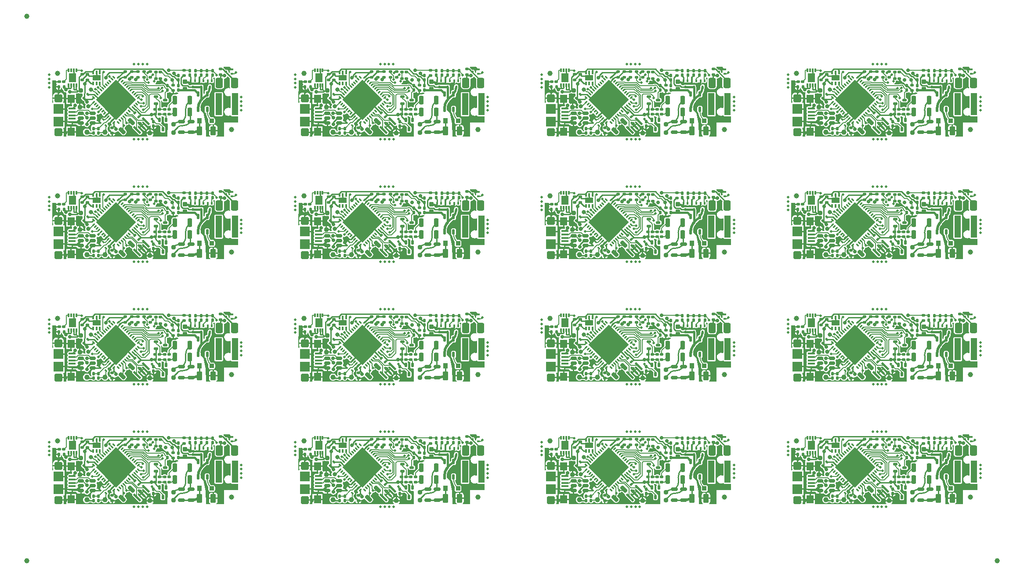
<source format=gtl>
G04 Layer_Physical_Order=1*
G04 Layer_Color=255*
%FSLAX25Y25*%
%MOIN*%
G70*
G01*
G75*
%ADD10C,0.01575*%
%ADD11C,0.01969*%
%ADD12C,0.01575*%
%ADD13C,0.00598*%
%ADD14C,0.00984*%
G04:AMPARAMS|DCode=15|XSize=9.84mil|YSize=29.53mil|CornerRadius=0mil|HoleSize=0mil|Usage=FLASHONLY|Rotation=135.000|XOffset=0mil|YOffset=0mil|HoleType=Round|Shape=Round|*
%AMOVALD15*
21,1,0.01969,0.00984,0.00000,0.00000,225.0*
1,1,0.00984,0.00696,0.00696*
1,1,0.00984,-0.00696,-0.00696*
%
%ADD15OVALD15*%

G04:AMPARAMS|DCode=16|XSize=9.84mil|YSize=29.53mil|CornerRadius=0mil|HoleSize=0mil|Usage=FLASHONLY|Rotation=225.000|XOffset=0mil|YOffset=0mil|HoleType=Round|Shape=Round|*
%AMOVALD16*
21,1,0.01969,0.00984,0.00000,0.00000,315.0*
1,1,0.00984,-0.00696,0.00696*
1,1,0.00984,0.00696,-0.00696*
%
%ADD16OVALD16*%

%ADD17P,0.16982X4X180.0*%
%ADD18P,0.16982X4X90.0*%
G04:AMPARAMS|DCode=19|XSize=13.78mil|YSize=21.65mil|CornerRadius=3.45mil|HoleSize=0mil|Usage=FLASHONLY|Rotation=0.000|XOffset=0mil|YOffset=0mil|HoleType=Round|Shape=RoundedRectangle|*
%AMROUNDEDRECTD19*
21,1,0.01378,0.01476,0,0,0.0*
21,1,0.00689,0.02165,0,0,0.0*
1,1,0.00689,0.00345,-0.00738*
1,1,0.00689,-0.00345,-0.00738*
1,1,0.00689,-0.00345,0.00738*
1,1,0.00689,0.00345,0.00738*
%
%ADD19ROUNDEDRECTD19*%
G04:AMPARAMS|DCode=20|XSize=13.78mil|YSize=21.65mil|CornerRadius=3.45mil|HoleSize=0mil|Usage=FLASHONLY|Rotation=270.000|XOffset=0mil|YOffset=0mil|HoleType=Round|Shape=RoundedRectangle|*
%AMROUNDEDRECTD20*
21,1,0.01378,0.01476,0,0,270.0*
21,1,0.00689,0.02165,0,0,270.0*
1,1,0.00689,-0.00738,-0.00345*
1,1,0.00689,-0.00738,0.00345*
1,1,0.00689,0.00738,0.00345*
1,1,0.00689,0.00738,-0.00345*
%
%ADD20ROUNDEDRECTD20*%
G04:AMPARAMS|DCode=21|XSize=13.78mil|YSize=21.65mil|CornerRadius=3.45mil|HoleSize=0mil|Usage=FLASHONLY|Rotation=45.000|XOffset=0mil|YOffset=0mil|HoleType=Round|Shape=RoundedRectangle|*
%AMROUNDEDRECTD21*
21,1,0.01378,0.01476,0,0,45.0*
21,1,0.00689,0.02165,0,0,45.0*
1,1,0.00689,0.00766,-0.00278*
1,1,0.00689,0.00278,-0.00766*
1,1,0.00689,-0.00766,0.00278*
1,1,0.00689,-0.00278,0.00766*
%
%ADD21ROUNDEDRECTD21*%
G04:AMPARAMS|DCode=22|XSize=19.69mil|YSize=35.43mil|CornerRadius=4.92mil|HoleSize=0mil|Usage=FLASHONLY|Rotation=0.000|XOffset=0mil|YOffset=0mil|HoleType=Round|Shape=RoundedRectangle|*
%AMROUNDEDRECTD22*
21,1,0.01969,0.02559,0,0,0.0*
21,1,0.00984,0.03543,0,0,0.0*
1,1,0.00984,0.00492,-0.01280*
1,1,0.00984,-0.00492,-0.01280*
1,1,0.00984,-0.00492,0.01280*
1,1,0.00984,0.00492,0.01280*
%
%ADD22ROUNDEDRECTD22*%
G04:AMPARAMS|DCode=23|XSize=19.69mil|YSize=35.43mil|CornerRadius=4.92mil|HoleSize=0mil|Usage=FLASHONLY|Rotation=90.000|XOffset=0mil|YOffset=0mil|HoleType=Round|Shape=RoundedRectangle|*
%AMROUNDEDRECTD23*
21,1,0.01969,0.02559,0,0,90.0*
21,1,0.00984,0.03543,0,0,90.0*
1,1,0.00984,0.01280,0.00492*
1,1,0.00984,0.01280,-0.00492*
1,1,0.00984,-0.01280,-0.00492*
1,1,0.00984,-0.01280,0.00492*
%
%ADD23ROUNDEDRECTD23*%
G04:AMPARAMS|DCode=24|XSize=23.62mil|YSize=27.56mil|CornerRadius=5.91mil|HoleSize=0mil|Usage=FLASHONLY|Rotation=180.000|XOffset=0mil|YOffset=0mil|HoleType=Round|Shape=RoundedRectangle|*
%AMROUNDEDRECTD24*
21,1,0.02362,0.01575,0,0,180.0*
21,1,0.01181,0.02756,0,0,180.0*
1,1,0.01181,-0.00591,0.00787*
1,1,0.01181,0.00591,0.00787*
1,1,0.01181,0.00591,-0.00787*
1,1,0.01181,-0.00591,-0.00787*
%
%ADD24ROUNDEDRECTD24*%
G04:AMPARAMS|DCode=25|XSize=23.62mil|YSize=47.24mil|CornerRadius=5.91mil|HoleSize=0mil|Usage=FLASHONLY|Rotation=90.000|XOffset=0mil|YOffset=0mil|HoleType=Round|Shape=RoundedRectangle|*
%AMROUNDEDRECTD25*
21,1,0.02362,0.03543,0,0,90.0*
21,1,0.01181,0.04724,0,0,90.0*
1,1,0.01181,0.01772,0.00591*
1,1,0.01181,0.01772,-0.00591*
1,1,0.01181,-0.01772,-0.00591*
1,1,0.01181,-0.01772,0.00591*
%
%ADD25ROUNDEDRECTD25*%
G04:AMPARAMS|DCode=26|XSize=25.2mil|YSize=17.72mil|CornerRadius=4.43mil|HoleSize=0mil|Usage=FLASHONLY|Rotation=0.000|XOffset=0mil|YOffset=0mil|HoleType=Round|Shape=RoundedRectangle|*
%AMROUNDEDRECTD26*
21,1,0.02520,0.00886,0,0,0.0*
21,1,0.01634,0.01772,0,0,0.0*
1,1,0.00886,0.00817,-0.00443*
1,1,0.00886,-0.00817,-0.00443*
1,1,0.00886,-0.00817,0.00443*
1,1,0.00886,0.00817,0.00443*
%
%ADD26ROUNDEDRECTD26*%
G04:AMPARAMS|DCode=27|XSize=21.65mil|YSize=23.62mil|CornerRadius=5.41mil|HoleSize=0mil|Usage=FLASHONLY|Rotation=0.000|XOffset=0mil|YOffset=0mil|HoleType=Round|Shape=RoundedRectangle|*
%AMROUNDEDRECTD27*
21,1,0.02165,0.01280,0,0,0.0*
21,1,0.01083,0.02362,0,0,0.0*
1,1,0.01083,0.00541,-0.00640*
1,1,0.01083,-0.00541,-0.00640*
1,1,0.01083,-0.00541,0.00640*
1,1,0.01083,0.00541,0.00640*
%
%ADD27ROUNDEDRECTD27*%
G04:AMPARAMS|DCode=28|XSize=21.65mil|YSize=23.62mil|CornerRadius=5.41mil|HoleSize=0mil|Usage=FLASHONLY|Rotation=90.000|XOffset=0mil|YOffset=0mil|HoleType=Round|Shape=RoundedRectangle|*
%AMROUNDEDRECTD28*
21,1,0.02165,0.01280,0,0,90.0*
21,1,0.01083,0.02362,0,0,90.0*
1,1,0.01083,0.00640,0.00541*
1,1,0.01083,0.00640,-0.00541*
1,1,0.01083,-0.00640,-0.00541*
1,1,0.01083,-0.00640,0.00541*
%
%ADD28ROUNDEDRECTD28*%
G04:AMPARAMS|DCode=29|XSize=51.18mil|YSize=27.56mil|CornerRadius=6.89mil|HoleSize=0mil|Usage=FLASHONLY|Rotation=0.000|XOffset=0mil|YOffset=0mil|HoleType=Round|Shape=RoundedRectangle|*
%AMROUNDEDRECTD29*
21,1,0.05118,0.01378,0,0,0.0*
21,1,0.03740,0.02756,0,0,0.0*
1,1,0.01378,0.01870,-0.00689*
1,1,0.01378,-0.01870,-0.00689*
1,1,0.01378,-0.01870,0.00689*
1,1,0.01378,0.01870,0.00689*
%
%ADD29ROUNDEDRECTD29*%
G04:AMPARAMS|DCode=30|XSize=11.81mil|YSize=27.56mil|CornerRadius=2.95mil|HoleSize=0mil|Usage=FLASHONLY|Rotation=180.000|XOffset=0mil|YOffset=0mil|HoleType=Round|Shape=RoundedRectangle|*
%AMROUNDEDRECTD30*
21,1,0.01181,0.02165,0,0,180.0*
21,1,0.00591,0.02756,0,0,180.0*
1,1,0.00591,-0.00295,0.01083*
1,1,0.00591,0.00295,0.01083*
1,1,0.00591,0.00295,-0.01083*
1,1,0.00591,-0.00295,-0.01083*
%
%ADD30ROUNDEDRECTD30*%
%ADD31R,0.06299X0.03937*%
G04:AMPARAMS|DCode=32|XSize=29.53mil|YSize=57.09mil|CornerRadius=7.38mil|HoleSize=0mil|Usage=FLASHONLY|Rotation=225.000|XOffset=0mil|YOffset=0mil|HoleType=Round|Shape=RoundedRectangle|*
%AMROUNDEDRECTD32*
21,1,0.02953,0.04232,0,0,225.0*
21,1,0.01476,0.05709,0,0,225.0*
1,1,0.01476,-0.02018,0.00974*
1,1,0.01476,-0.00974,0.02018*
1,1,0.01476,0.02018,-0.00974*
1,1,0.01476,0.00974,-0.02018*
%
%ADD32ROUNDEDRECTD32*%
G04:AMPARAMS|DCode=33|XSize=11.81mil|YSize=29.53mil|CornerRadius=2.95mil|HoleSize=0mil|Usage=FLASHONLY|Rotation=0.000|XOffset=0mil|YOffset=0mil|HoleType=Round|Shape=RoundedRectangle|*
%AMROUNDEDRECTD33*
21,1,0.01181,0.02362,0,0,0.0*
21,1,0.00591,0.02953,0,0,0.0*
1,1,0.00591,0.00295,-0.01181*
1,1,0.00591,-0.00295,-0.01181*
1,1,0.00591,-0.00295,0.01181*
1,1,0.00591,0.00295,0.01181*
%
%ADD33ROUNDEDRECTD33*%
%ADD34R,0.05709X0.06890*%
G04:AMPARAMS|DCode=35|XSize=35.43mil|YSize=31.5mil|CornerRadius=7.87mil|HoleSize=0mil|Usage=FLASHONLY|Rotation=0.000|XOffset=0mil|YOffset=0mil|HoleType=Round|Shape=RoundedRectangle|*
%AMROUNDEDRECTD35*
21,1,0.03543,0.01575,0,0,0.0*
21,1,0.01969,0.03150,0,0,0.0*
1,1,0.01575,0.00984,-0.00787*
1,1,0.01575,-0.00984,-0.00787*
1,1,0.01575,-0.00984,0.00787*
1,1,0.01575,0.00984,0.00787*
%
%ADD35ROUNDEDRECTD35*%
G04:AMPARAMS|DCode=36|XSize=25.2mil|YSize=17.72mil|CornerRadius=4.43mil|HoleSize=0mil|Usage=FLASHONLY|Rotation=90.000|XOffset=0mil|YOffset=0mil|HoleType=Round|Shape=RoundedRectangle|*
%AMROUNDEDRECTD36*
21,1,0.02520,0.00886,0,0,90.0*
21,1,0.01634,0.01772,0,0,90.0*
1,1,0.00886,0.00443,0.00817*
1,1,0.00886,0.00443,-0.00817*
1,1,0.00886,-0.00443,-0.00817*
1,1,0.00886,-0.00443,0.00817*
%
%ADD36ROUNDEDRECTD36*%
G04:AMPARAMS|DCode=37|XSize=66.93mil|YSize=43.31mil|CornerRadius=10.83mil|HoleSize=0mil|Usage=FLASHONLY|Rotation=270.000|XOffset=0mil|YOffset=0mil|HoleType=Round|Shape=RoundedRectangle|*
%AMROUNDEDRECTD37*
21,1,0.06693,0.02165,0,0,270.0*
21,1,0.04528,0.04331,0,0,270.0*
1,1,0.02165,-0.01083,-0.02264*
1,1,0.02165,-0.01083,0.02264*
1,1,0.02165,0.01083,0.02264*
1,1,0.02165,0.01083,-0.02264*
%
%ADD37ROUNDEDRECTD37*%
G04:AMPARAMS|DCode=38|XSize=78.74mil|YSize=55.12mil|CornerRadius=13.78mil|HoleSize=0mil|Usage=FLASHONLY|Rotation=90.000|XOffset=0mil|YOffset=0mil|HoleType=Round|Shape=RoundedRectangle|*
%AMROUNDEDRECTD38*
21,1,0.07874,0.02756,0,0,90.0*
21,1,0.05118,0.05512,0,0,90.0*
1,1,0.02756,0.01378,0.02559*
1,1,0.02756,0.01378,-0.02559*
1,1,0.02756,-0.01378,-0.02559*
1,1,0.02756,-0.01378,0.02559*
%
%ADD38ROUNDEDRECTD38*%
G04:AMPARAMS|DCode=39|XSize=25.2mil|YSize=17.72mil|CornerRadius=4.43mil|HoleSize=0mil|Usage=FLASHONLY|Rotation=225.000|XOffset=0mil|YOffset=0mil|HoleType=Round|Shape=RoundedRectangle|*
%AMROUNDEDRECTD39*
21,1,0.02520,0.00886,0,0,225.0*
21,1,0.01634,0.01772,0,0,225.0*
1,1,0.00886,-0.00891,-0.00265*
1,1,0.00886,0.00265,0.00891*
1,1,0.00886,0.00891,0.00265*
1,1,0.00886,-0.00265,-0.00891*
%
%ADD39ROUNDEDRECTD39*%
G04:AMPARAMS|DCode=40|XSize=15.75mil|YSize=74.8mil|CornerRadius=3.94mil|HoleSize=0mil|Usage=FLASHONLY|Rotation=225.000|XOffset=0mil|YOffset=0mil|HoleType=Round|Shape=RoundedRectangle|*
%AMROUNDEDRECTD40*
21,1,0.01575,0.06693,0,0,225.0*
21,1,0.00787,0.07480,0,0,225.0*
1,1,0.00787,-0.02645,0.02088*
1,1,0.00787,-0.02088,0.02645*
1,1,0.00787,0.02645,-0.02088*
1,1,0.00787,0.02088,-0.02645*
%
%ADD40ROUNDEDRECTD40*%
G04:AMPARAMS|DCode=41|XSize=39.37mil|YSize=21.65mil|CornerRadius=5.41mil|HoleSize=0mil|Usage=FLASHONLY|Rotation=270.000|XOffset=0mil|YOffset=0mil|HoleType=Round|Shape=RoundedRectangle|*
%AMROUNDEDRECTD41*
21,1,0.03937,0.01083,0,0,270.0*
21,1,0.02854,0.02165,0,0,270.0*
1,1,0.01083,-0.00541,-0.01427*
1,1,0.01083,-0.00541,0.01427*
1,1,0.01083,0.00541,0.01427*
1,1,0.01083,0.00541,-0.01427*
%
%ADD41ROUNDEDRECTD41*%
G04:AMPARAMS|DCode=42|XSize=35.43mil|YSize=35.43mil|CornerRadius=8.86mil|HoleSize=0mil|Usage=FLASHONLY|Rotation=0.000|XOffset=0mil|YOffset=0mil|HoleType=Round|Shape=RoundedRectangle|*
%AMROUNDEDRECTD42*
21,1,0.03543,0.01772,0,0,0.0*
21,1,0.01772,0.03543,0,0,0.0*
1,1,0.01772,0.00886,-0.00886*
1,1,0.01772,-0.00886,-0.00886*
1,1,0.01772,-0.00886,0.00886*
1,1,0.01772,0.00886,0.00886*
%
%ADD42ROUNDEDRECTD42*%
G04:AMPARAMS|DCode=43|XSize=35.43mil|YSize=43.31mil|CornerRadius=8.86mil|HoleSize=0mil|Usage=FLASHONLY|Rotation=0.000|XOffset=0mil|YOffset=0mil|HoleType=Round|Shape=RoundedRectangle|*
%AMROUNDEDRECTD43*
21,1,0.03543,0.02559,0,0,0.0*
21,1,0.01772,0.04331,0,0,0.0*
1,1,0.01772,0.00886,-0.01280*
1,1,0.01772,-0.00886,-0.01280*
1,1,0.01772,-0.00886,0.01280*
1,1,0.01772,0.00886,0.01280*
%
%ADD43ROUNDEDRECTD43*%
G04:AMPARAMS|DCode=44|XSize=25.2mil|YSize=17.72mil|CornerRadius=4.43mil|HoleSize=0mil|Usage=FLASHONLY|Rotation=135.000|XOffset=0mil|YOffset=0mil|HoleType=Round|Shape=RoundedRectangle|*
%AMROUNDEDRECTD44*
21,1,0.02520,0.00886,0,0,135.0*
21,1,0.01634,0.01772,0,0,135.0*
1,1,0.00886,-0.00265,0.00891*
1,1,0.00886,0.00891,-0.00265*
1,1,0.00886,0.00265,-0.00891*
1,1,0.00886,-0.00891,0.00265*
%
%ADD44ROUNDEDRECTD44*%
%ADD45R,0.07480X0.07480*%
%ADD46R,0.05512X0.06299*%
G04:AMPARAMS|DCode=47|XSize=55.12mil|YSize=15.75mil|CornerRadius=3.94mil|HoleSize=0mil|Usage=FLASHONLY|Rotation=0.000|XOffset=0mil|YOffset=0mil|HoleType=Round|Shape=RoundedRectangle|*
%AMROUNDEDRECTD47*
21,1,0.05512,0.00787,0,0,0.0*
21,1,0.04724,0.01575,0,0,0.0*
1,1,0.00787,0.02362,-0.00394*
1,1,0.00787,-0.02362,-0.00394*
1,1,0.00787,-0.02362,0.00394*
1,1,0.00787,0.02362,0.00394*
%
%ADD47ROUNDEDRECTD47*%
G04:AMPARAMS|DCode=48|XSize=64.96mil|YSize=35.43mil|CornerRadius=8.86mil|HoleSize=0mil|Usage=FLASHONLY|Rotation=90.000|XOffset=0mil|YOffset=0mil|HoleType=Round|Shape=RoundedRectangle|*
%AMROUNDEDRECTD48*
21,1,0.06496,0.01772,0,0,90.0*
21,1,0.04724,0.03543,0,0,90.0*
1,1,0.01772,0.00886,0.02362*
1,1,0.01772,0.00886,-0.02362*
1,1,0.01772,-0.00886,-0.02362*
1,1,0.01772,-0.00886,0.02362*
%
%ADD48ROUNDEDRECTD48*%
%ADD49C,0.01181*%
%ADD50R,0.04882X0.16693*%
%ADD51R,0.04882X0.16732*%
%ADD52C,0.00984*%
%ADD53C,0.03937*%
G04:AMPARAMS|DCode=54|XSize=31.5mil|YSize=31.5mil|CornerRadius=7.87mil|HoleSize=0mil|Usage=FLASHONLY|Rotation=0.000|XOffset=0mil|YOffset=0mil|HoleType=Round|Shape=RoundedRectangle|*
%AMROUNDEDRECTD54*
21,1,0.03150,0.01575,0,0,0.0*
21,1,0.01575,0.03150,0,0,0.0*
1,1,0.01575,0.00787,-0.00787*
1,1,0.01575,-0.00787,-0.00787*
1,1,0.01575,-0.00787,0.00787*
1,1,0.01575,0.00787,0.00787*
%
%ADD54ROUNDEDRECTD54*%
%ADD55C,0.03150*%
G04:AMPARAMS|DCode=56|XSize=31.5mil|YSize=31.5mil|CornerRadius=7.87mil|HoleSize=0mil|Usage=FLASHONLY|Rotation=90.000|XOffset=0mil|YOffset=0mil|HoleType=Round|Shape=RoundedRectangle|*
%AMROUNDEDRECTD56*
21,1,0.03150,0.01575,0,0,90.0*
21,1,0.01575,0.03150,0,0,90.0*
1,1,0.01575,0.00787,0.00787*
1,1,0.01575,0.00787,-0.00787*
1,1,0.01575,-0.00787,-0.00787*
1,1,0.01575,-0.00787,0.00787*
%
%ADD56ROUNDEDRECTD56*%
G04:AMPARAMS|DCode=57|XSize=62.99mil|YSize=62.99mil|CornerRadius=15.75mil|HoleSize=0mil|Usage=FLASHONLY|Rotation=0.000|XOffset=0mil|YOffset=0mil|HoleType=Round|Shape=RoundedRectangle|*
%AMROUNDEDRECTD57*
21,1,0.06299,0.03150,0,0,0.0*
21,1,0.03150,0.06299,0,0,0.0*
1,1,0.03150,0.01575,-0.01575*
1,1,0.03150,-0.01575,-0.01575*
1,1,0.03150,-0.01575,0.01575*
1,1,0.03150,0.01575,0.01575*
%
%ADD57ROUNDEDRECTD57*%
%ADD58C,0.02756*%
%ADD59C,0.01969*%
G36*
X734625Y405799D02*
X734377Y405633D01*
X734080Y405189D01*
X734007Y404820D01*
X736085D01*
Y403820D01*
X734007D01*
X734080Y403450D01*
X734377Y403006D01*
X734509Y402918D01*
X734530Y402336D01*
X734517Y402311D01*
X734291Y401972D01*
X734278Y401955D01*
X733742Y401814D01*
X733237Y402320D01*
X733253Y402400D01*
Y403089D01*
X733165Y403531D01*
X732915Y403905D01*
X732540Y404155D01*
X732099Y404243D01*
X731313D01*
X729984Y405573D01*
X729645Y405799D01*
X729685Y406186D01*
X729728Y406299D01*
X734474D01*
X734625Y405799D01*
D02*
G37*
G36*
X547698D02*
X547450Y405633D01*
X547153Y405189D01*
X547080Y404820D01*
X549158D01*
Y403820D01*
X547080D01*
X547153Y403450D01*
X547450Y403006D01*
X547582Y402918D01*
X547603Y402336D01*
X547590Y402311D01*
X547364Y401972D01*
X547350Y401955D01*
X546815Y401814D01*
X546309Y402320D01*
X546325Y402400D01*
Y403089D01*
X546238Y403531D01*
X545987Y403905D01*
X545613Y404155D01*
X545171Y404243D01*
X544386D01*
X543057Y405573D01*
X542717Y405799D01*
X542758Y406186D01*
X542801Y406299D01*
X547547D01*
X547698Y405799D01*
D02*
G37*
G36*
X360771D02*
X360523Y405633D01*
X360226Y405189D01*
X360152Y404820D01*
X362230D01*
Y403820D01*
X360152D01*
X360226Y403450D01*
X360523Y403006D01*
X360655Y402918D01*
X360676Y402336D01*
X360663Y402311D01*
X360437Y401972D01*
X360423Y401955D01*
X359888Y401814D01*
X359382Y402320D01*
X359398Y402400D01*
Y403089D01*
X359310Y403531D01*
X359060Y403905D01*
X358686Y404155D01*
X358244Y404243D01*
X357459D01*
X356129Y405573D01*
X355790Y405799D01*
X355831Y406186D01*
X355873Y406299D01*
X360619D01*
X360771Y405799D01*
D02*
G37*
G36*
X173844D02*
X173595Y405633D01*
X173298Y405189D01*
X173225Y404820D01*
X175303D01*
Y403820D01*
X173225D01*
X173298Y403450D01*
X173595Y403006D01*
X173728Y402918D01*
X173749Y402336D01*
X173736Y402311D01*
X173510Y401972D01*
X173496Y401955D01*
X172961Y401814D01*
X172455Y402320D01*
X172471Y402400D01*
Y403089D01*
X172383Y403531D01*
X172133Y403905D01*
X171758Y404155D01*
X171317Y404243D01*
X170531D01*
X169202Y405573D01*
X168863Y405799D01*
X168903Y406186D01*
X168946Y406299D01*
X173692D01*
X173844Y405799D01*
D02*
G37*
G36*
X682050Y395427D02*
X682189D01*
X682791Y395546D01*
X683089Y395746D01*
X683253Y395721D01*
X683617Y395529D01*
X683696Y395132D01*
X684001Y394676D01*
X684457Y394371D01*
X684994Y394264D01*
X685236D01*
X685382Y393852D01*
X685399Y393764D01*
X685186Y393446D01*
X684994Y393360D01*
X684676Y393304D01*
X684567Y393314D01*
X684338Y393468D01*
X683914Y393552D01*
X682354D01*
X681930Y393468D01*
X681600Y393247D01*
X677962D01*
X677882Y393498D01*
X677879Y393747D01*
X678402Y394096D01*
X678793Y394682D01*
X678931Y395373D01*
X678876Y395650D01*
X679361Y395746D01*
X679728Y395992D01*
X679799Y395887D01*
X680308Y395546D01*
X680910Y395427D01*
X681049D01*
Y397539D01*
X682050D01*
Y395427D01*
D02*
G37*
G36*
X495122D02*
X495262D01*
X495863Y395546D01*
X496162Y395746D01*
X496326Y395721D01*
X496690Y395529D01*
X496769Y395132D01*
X497074Y394676D01*
X497529Y394371D01*
X498067Y394264D01*
X498308D01*
X498455Y393852D01*
X498472Y393764D01*
X498259Y393446D01*
X498067Y393360D01*
X497749Y393304D01*
X497640Y393314D01*
X497411Y393468D01*
X496987Y393552D01*
X495426D01*
X495002Y393468D01*
X494672Y393247D01*
X491035D01*
X490954Y393498D01*
X490952Y393747D01*
X491474Y394096D01*
X491866Y394682D01*
X492003Y395373D01*
X491948Y395650D01*
X492434Y395746D01*
X492801Y395992D01*
X492871Y395887D01*
X493381Y395546D01*
X493983Y395427D01*
X494122D01*
Y397539D01*
X495122D01*
Y395427D01*
D02*
G37*
G36*
X308195D02*
X308335D01*
X308936Y395546D01*
X309235Y395746D01*
X309398Y395721D01*
X309763Y395529D01*
X309842Y395132D01*
X310146Y394676D01*
X310602Y394371D01*
X311140Y394264D01*
X311381D01*
X311528Y393852D01*
X311545Y393764D01*
X311332Y393446D01*
X311139Y393360D01*
X310822Y393304D01*
X310713Y393314D01*
X310483Y393468D01*
X310059Y393552D01*
X308499D01*
X308075Y393468D01*
X307745Y393247D01*
X304108D01*
X304027Y393498D01*
X304025Y393747D01*
X304547Y394096D01*
X304939Y394682D01*
X305076Y395373D01*
X305021Y395650D01*
X305507Y395746D01*
X305874Y395992D01*
X305944Y395887D01*
X306454Y395546D01*
X307055Y395427D01*
X307195D01*
Y397539D01*
X308195D01*
Y395427D01*
D02*
G37*
G36*
X121268D02*
X121407D01*
X122009Y395546D01*
X122308Y395746D01*
X122471Y395721D01*
X122835Y395529D01*
X122915Y395132D01*
X123219Y394676D01*
X123675Y394371D01*
X124213Y394264D01*
X124454D01*
X124601Y393852D01*
X124617Y393764D01*
X124404Y393446D01*
X124212Y393360D01*
X123894Y393304D01*
X123785Y393314D01*
X123556Y393468D01*
X123132Y393552D01*
X121572D01*
X121148Y393468D01*
X120818Y393247D01*
X117181D01*
X117100Y393498D01*
X117097Y393747D01*
X117620Y394096D01*
X118011Y394682D01*
X118149Y395373D01*
X118094Y395650D01*
X118579Y395746D01*
X118947Y395992D01*
X119017Y395887D01*
X119527Y395546D01*
X120128Y395427D01*
X120268D01*
Y397539D01*
X121268D01*
Y395427D01*
D02*
G37*
G36*
X734404Y397462D02*
X734263Y396752D01*
Y391634D01*
X734431Y390789D01*
X734654Y390456D01*
X734322Y390052D01*
X734019Y390177D01*
X733223Y390282D01*
X732426Y390177D01*
X731684Y389870D01*
X731047Y389381D01*
X730558Y388743D01*
X730250Y388001D01*
X730145Y387205D01*
X730250Y386408D01*
X730558Y385666D01*
X731047Y385029D01*
X731684Y384539D01*
X732426Y384232D01*
X733223Y384127D01*
X734019Y384232D01*
X734538Y384447D01*
X735038Y384163D01*
Y375286D01*
X734538Y375002D01*
X734019Y375217D01*
X733223Y375322D01*
X732426Y375217D01*
X731684Y374909D01*
X731047Y374420D01*
X730558Y373783D01*
X730250Y373041D01*
X730145Y372244D01*
X730250Y371447D01*
X730558Y370705D01*
X731047Y370068D01*
X731684Y369579D01*
X732426Y369271D01*
X733223Y369166D01*
X734019Y369271D01*
X734569Y369499D01*
X734979Y369421D01*
X735183Y369272D01*
X735273Y369137D01*
X735534Y368963D01*
X735841Y368902D01*
X740723D01*
X740801Y368837D01*
Y364110D01*
X729876Y364029D01*
Y353503D01*
X729433Y353366D01*
X724178D01*
X724026Y353866D01*
X724390Y354109D01*
X724850Y354798D01*
X725012Y355610D01*
Y357374D01*
X721805D01*
X718599D01*
Y355610D01*
X718761Y354798D01*
X719221Y354109D01*
X719585Y353866D01*
X719433Y353366D01*
X716490D01*
X716097Y363484D01*
X714325Y371373D01*
X712186Y373329D01*
Y375541D01*
X712152Y375710D01*
X712230Y376497D01*
X712697Y378038D01*
X713457Y379459D01*
X713765Y379835D01*
X713733Y379860D01*
X713987Y380240D01*
X714025Y380433D01*
X714132Y380593D01*
X714293Y380788D01*
X714354Y380829D01*
X716668Y383143D01*
X717721D01*
X718239Y383246D01*
X718679Y383540D01*
X718972Y383980D01*
X719075Y384498D01*
Y385705D01*
X719315Y385997D01*
X720055Y387380D01*
X720510Y388881D01*
X720607Y389867D01*
X720658Y389943D01*
X720746Y390385D01*
Y391861D01*
X720658Y392303D01*
X720408Y392677D01*
X720034Y392927D01*
X719592Y393015D01*
X718903D01*
X718461Y392927D01*
X718087Y392677D01*
X717837Y392303D01*
X717791Y392072D01*
X717567Y391738D01*
X717445Y391123D01*
Y390443D01*
X717458Y390376D01*
X717303Y389199D01*
X717099Y388707D01*
X716638D01*
X716120Y388604D01*
X715680Y388310D01*
X715386Y387871D01*
X715283Y387352D01*
Y386300D01*
X714827Y385844D01*
X714365Y386035D01*
Y390917D01*
X714249Y391503D01*
Y391861D01*
X714161Y392303D01*
X713911Y392677D01*
X713536Y392927D01*
X713095Y393015D01*
X712406D01*
X711964Y392927D01*
X711695Y392747D01*
X707338D01*
X707040Y392946D01*
X706599Y393034D01*
X705910D01*
X705468Y392946D01*
X705094Y392696D01*
X704948Y392478D01*
X703705D01*
X703125Y393058D01*
X702848Y393243D01*
X703017Y393495D01*
X703071Y393768D01*
X703624Y393986D01*
X703810Y393862D01*
X704179Y393788D01*
Y395866D01*
X705179D01*
Y393788D01*
X705548Y393862D01*
X705993Y394159D01*
X706081Y394291D01*
X706663Y394312D01*
X706688Y394299D01*
X707043Y394062D01*
X707484Y393974D01*
X708173D01*
X708615Y394062D01*
X708989Y394312D01*
X709090Y394463D01*
X709185Y394487D01*
X709661Y394440D01*
X709862Y394140D01*
X710306Y393843D01*
X710675Y393769D01*
Y395847D01*
X711676D01*
Y393769D01*
X712045Y393843D01*
X712489Y394140D01*
X712577Y394272D01*
X713159Y394293D01*
X713184Y394280D01*
X713539Y394043D01*
X713981Y393955D01*
X714670D01*
X715111Y394043D01*
X715486Y394293D01*
X715593Y394454D01*
X715672Y394476D01*
X716161Y394436D01*
X716359Y394140D01*
X716804Y393843D01*
X717173Y393769D01*
Y395847D01*
X718173D01*
Y393769D01*
X718542Y393843D01*
X718986Y394140D01*
X719075Y394272D01*
X719656Y394293D01*
X719681Y394280D01*
X720036Y394043D01*
X720478Y393955D01*
X721167D01*
X721608Y394043D01*
X721983Y394293D01*
X722233Y394668D01*
X722321Y395109D01*
Y396586D01*
X722233Y397027D01*
X721983Y397402D01*
X721819Y397511D01*
X721812Y397756D01*
X721856Y398015D01*
X722324Y398108D01*
X722632Y398314D01*
X722895Y398248D01*
X723082Y397699D01*
X723014Y397597D01*
X722846Y396752D01*
Y391634D01*
X723014Y390789D01*
X723492Y390073D01*
X724208Y389594D01*
X725053Y389426D01*
X727809D01*
X728654Y389594D01*
X729370Y390073D01*
X729849Y390789D01*
X730017Y391634D01*
Y396752D01*
X729954Y397071D01*
X730375Y397497D01*
X731220Y397665D01*
X731936Y398143D01*
X732369Y398791D01*
X732896Y398971D01*
X734404Y397462D01*
D02*
G37*
G36*
X547477D02*
X547336Y396752D01*
Y391634D01*
X547504Y390789D01*
X547726Y390456D01*
X547395Y390052D01*
X547092Y390177D01*
X546295Y390282D01*
X545499Y390177D01*
X544757Y389870D01*
X544119Y389381D01*
X543630Y388743D01*
X543323Y388001D01*
X543218Y387205D01*
X543323Y386408D01*
X543630Y385666D01*
X544119Y385029D01*
X544757Y384539D01*
X545499Y384232D01*
X546295Y384127D01*
X547092Y384232D01*
X547611Y384447D01*
X548111Y384163D01*
Y375286D01*
X547611Y375002D01*
X547092Y375217D01*
X546295Y375322D01*
X545499Y375217D01*
X544757Y374909D01*
X544119Y374420D01*
X543630Y373783D01*
X543323Y373041D01*
X543218Y372244D01*
X543323Y371447D01*
X543630Y370705D01*
X544119Y370068D01*
X544757Y369579D01*
X545499Y369271D01*
X546295Y369166D01*
X547092Y369271D01*
X547642Y369499D01*
X548052Y369421D01*
X548256Y369272D01*
X548346Y369137D01*
X548606Y368963D01*
X548914Y368902D01*
X553795D01*
X553874Y368837D01*
Y364110D01*
X542949Y364029D01*
Y353503D01*
X542506Y353366D01*
X537251D01*
X537099Y353866D01*
X537462Y354109D01*
X537923Y354798D01*
X538084Y355610D01*
Y357374D01*
X534878D01*
X531672D01*
Y355610D01*
X531834Y354798D01*
X532294Y354109D01*
X532657Y353866D01*
X532506Y353366D01*
X529562D01*
X529169Y363484D01*
X527398Y371373D01*
X525258Y373329D01*
Y375541D01*
X525225Y375710D01*
X525302Y376497D01*
X525770Y378038D01*
X526529Y379459D01*
X526838Y379835D01*
X526806Y379860D01*
X527060Y380240D01*
X527098Y380433D01*
X527205Y380593D01*
X527366Y380788D01*
X527427Y380829D01*
X529741Y383143D01*
X530794D01*
X531312Y383246D01*
X531751Y383540D01*
X532045Y383980D01*
X532148Y384498D01*
Y385705D01*
X532388Y385997D01*
X533128Y387380D01*
X533583Y388881D01*
X533680Y389867D01*
X533731Y389943D01*
X533819Y390385D01*
Y391861D01*
X533731Y392303D01*
X533481Y392677D01*
X533106Y392927D01*
X532665Y393015D01*
X531976D01*
X531534Y392927D01*
X531160Y392677D01*
X530909Y392303D01*
X530864Y392072D01*
X530640Y391738D01*
X530518Y391123D01*
Y390443D01*
X530531Y390376D01*
X530376Y389199D01*
X530172Y388707D01*
X529711D01*
X529192Y388604D01*
X528753Y388310D01*
X528459Y387871D01*
X528356Y387352D01*
Y386300D01*
X527900Y385844D01*
X527438Y386035D01*
Y390917D01*
X527322Y391503D01*
Y391861D01*
X527234Y392303D01*
X526984Y392677D01*
X526609Y392927D01*
X526167Y393015D01*
X525479D01*
X525037Y392927D01*
X524767Y392747D01*
X520410D01*
X520113Y392946D01*
X519671Y393034D01*
X518982D01*
X518541Y392946D01*
X518166Y392696D01*
X518021Y392478D01*
X516778D01*
X516198Y393058D01*
X515921Y393243D01*
X516089Y393495D01*
X516144Y393768D01*
X516697Y393986D01*
X516883Y393862D01*
X517252Y393788D01*
Y395866D01*
X518252D01*
Y393788D01*
X518621Y393862D01*
X519066Y394159D01*
X519154Y394291D01*
X519736Y394312D01*
X519761Y394299D01*
X520116Y394062D01*
X520557Y393974D01*
X521246D01*
X521688Y394062D01*
X522062Y394312D01*
X522163Y394463D01*
X522258Y394487D01*
X522734Y394440D01*
X522934Y394140D01*
X523379Y393843D01*
X523748Y393769D01*
Y395847D01*
X524748D01*
Y393769D01*
X525117Y393843D01*
X525562Y394140D01*
X525650Y394272D01*
X526232Y394293D01*
X526257Y394280D01*
X526612Y394043D01*
X527053Y393955D01*
X527742D01*
X528184Y394043D01*
X528558Y394293D01*
X528666Y394454D01*
X528745Y394476D01*
X529234Y394436D01*
X529431Y394140D01*
X529876Y393843D01*
X530245Y393769D01*
Y395847D01*
X531245D01*
Y393769D01*
X531614Y393843D01*
X532059Y394140D01*
X532147Y394272D01*
X532729Y394293D01*
X532754Y394280D01*
X533109Y394043D01*
X533550Y393955D01*
X534239D01*
X534681Y394043D01*
X535055Y394293D01*
X535306Y394668D01*
X535393Y395109D01*
Y396586D01*
X535306Y397027D01*
X535055Y397402D01*
X534892Y397511D01*
X534885Y397756D01*
X534929Y398015D01*
X535396Y398108D01*
X535705Y398314D01*
X535968Y398248D01*
X536154Y397699D01*
X536086Y397597D01*
X535918Y396752D01*
Y391634D01*
X536086Y390789D01*
X536565Y390073D01*
X537281Y389594D01*
X538126Y389426D01*
X540882D01*
X541727Y389594D01*
X542443Y390073D01*
X542922Y390789D01*
X543090Y391634D01*
Y396752D01*
X543026Y397071D01*
X543447Y397497D01*
X544292Y397665D01*
X545009Y398143D01*
X545441Y398791D01*
X545968Y398971D01*
X547477Y397462D01*
D02*
G37*
G36*
X360550D02*
X360408Y396752D01*
Y391634D01*
X360577Y390789D01*
X360799Y390456D01*
X360468Y390052D01*
X360165Y390177D01*
X359368Y390282D01*
X358572Y390177D01*
X357829Y389870D01*
X357192Y389381D01*
X356703Y388743D01*
X356396Y388001D01*
X356291Y387205D01*
X356396Y386408D01*
X356703Y385666D01*
X357192Y385029D01*
X357829Y384539D01*
X358572Y384232D01*
X359368Y384127D01*
X360165Y384232D01*
X360683Y384447D01*
X361184Y384163D01*
Y375286D01*
X360683Y375002D01*
X360165Y375217D01*
X359368Y375322D01*
X358572Y375217D01*
X357829Y374909D01*
X357192Y374420D01*
X356703Y373783D01*
X356396Y373041D01*
X356291Y372244D01*
X356396Y371447D01*
X356703Y370705D01*
X357192Y370068D01*
X357829Y369579D01*
X358572Y369271D01*
X359368Y369166D01*
X360165Y369271D01*
X360715Y369499D01*
X361124Y369421D01*
X361329Y369272D01*
X361419Y369137D01*
X361679Y368963D01*
X361986Y368902D01*
X366868D01*
X366947Y368837D01*
Y364110D01*
X356022Y364029D01*
Y353503D01*
X355579Y353366D01*
X350323D01*
X350172Y353866D01*
X350535Y354109D01*
X350995Y354798D01*
X351157Y355610D01*
Y357374D01*
X347951D01*
X344745D01*
Y355610D01*
X344906Y354798D01*
X345367Y354109D01*
X345730Y353866D01*
X345579Y353366D01*
X342635D01*
X342242Y363484D01*
X340471Y371373D01*
X338331Y373329D01*
Y375541D01*
X338298Y375710D01*
X338375Y376497D01*
X338843Y378038D01*
X339602Y379459D01*
X339911Y379835D01*
X339879Y379860D01*
X340133Y380240D01*
X340171Y380433D01*
X340278Y380593D01*
X340439Y380788D01*
X340499Y380829D01*
X342814Y383143D01*
X343866D01*
X344385Y383246D01*
X344824Y383540D01*
X345118Y383980D01*
X345221Y384498D01*
Y385705D01*
X345461Y385997D01*
X346200Y387380D01*
X346656Y388881D01*
X346753Y389867D01*
X346804Y389943D01*
X346891Y390385D01*
Y391861D01*
X346804Y392303D01*
X346553Y392677D01*
X346179Y392927D01*
X345737Y393015D01*
X345048D01*
X344607Y392927D01*
X344232Y392677D01*
X343982Y392303D01*
X343936Y392072D01*
X343713Y391738D01*
X343590Y391123D01*
Y390443D01*
X343604Y390376D01*
X343449Y389199D01*
X343245Y388707D01*
X342784D01*
X342265Y388604D01*
X341826Y388310D01*
X341532Y387871D01*
X341429Y387352D01*
Y386300D01*
X340973Y385844D01*
X340511Y386035D01*
Y390917D01*
X340394Y391503D01*
Y391861D01*
X340306Y392303D01*
X340056Y392677D01*
X339682Y392927D01*
X339240Y393015D01*
X338551D01*
X338110Y392927D01*
X337840Y392747D01*
X333483D01*
X333186Y392946D01*
X332744Y393034D01*
X332055D01*
X331613Y392946D01*
X331239Y392696D01*
X331094Y392478D01*
X329850D01*
X329271Y393058D01*
X328994Y393243D01*
X329162Y393495D01*
X329216Y393768D01*
X329769Y393986D01*
X329956Y393862D01*
X330325Y393788D01*
Y395866D01*
X331325D01*
Y393788D01*
X331694Y393862D01*
X332139Y394159D01*
X332227Y394291D01*
X332808Y394312D01*
X332834Y394299D01*
X333188Y394062D01*
X333630Y393974D01*
X334319D01*
X334760Y394062D01*
X335135Y394312D01*
X335236Y394463D01*
X335330Y394487D01*
X335807Y394440D01*
X336007Y394140D01*
X336452Y393843D01*
X336821Y393769D01*
Y395847D01*
X337821D01*
Y393769D01*
X338190Y393843D01*
X338635Y394140D01*
X338723Y394272D01*
X339305Y394293D01*
X339330Y394280D01*
X339685Y394043D01*
X340126Y393955D01*
X340815D01*
X341257Y394043D01*
X341631Y394293D01*
X341739Y394454D01*
X341818Y394476D01*
X342306Y394436D01*
X342504Y394140D01*
X342949Y393843D01*
X343318Y393769D01*
Y395847D01*
X344318D01*
Y393769D01*
X344687Y393843D01*
X345132Y394140D01*
X345220Y394272D01*
X345802Y394293D01*
X345827Y394280D01*
X346182Y394043D01*
X346623Y393955D01*
X347312D01*
X347754Y394043D01*
X348128Y394293D01*
X348378Y394668D01*
X348466Y395109D01*
Y396586D01*
X348378Y397027D01*
X348128Y397402D01*
X347965Y397511D01*
X347958Y397756D01*
X348001Y398015D01*
X348469Y398108D01*
X348777Y398314D01*
X349041Y398248D01*
X349227Y397699D01*
X349159Y397597D01*
X348991Y396752D01*
Y391634D01*
X349159Y390789D01*
X349638Y390073D01*
X350354Y389594D01*
X351199Y389426D01*
X353955D01*
X354800Y389594D01*
X355516Y390073D01*
X355995Y390789D01*
X356163Y391634D01*
Y396752D01*
X356099Y397071D01*
X356520Y397497D01*
X357365Y397665D01*
X358081Y398143D01*
X358514Y398791D01*
X359041Y398971D01*
X360550Y397462D01*
D02*
G37*
G36*
X173623D02*
X173481Y396752D01*
Y391634D01*
X173649Y390789D01*
X173872Y390456D01*
X173540Y390052D01*
X173238Y390177D01*
X172441Y390282D01*
X171644Y390177D01*
X170902Y389870D01*
X170265Y389381D01*
X169776Y388743D01*
X169468Y388001D01*
X169363Y387205D01*
X169468Y386408D01*
X169776Y385666D01*
X170265Y385029D01*
X170902Y384539D01*
X171644Y384232D01*
X172441Y384127D01*
X173238Y384232D01*
X173756Y384447D01*
X174256Y384163D01*
Y375286D01*
X173756Y375002D01*
X173238Y375217D01*
X172441Y375322D01*
X171644Y375217D01*
X170902Y374909D01*
X170265Y374420D01*
X169776Y373783D01*
X169468Y373041D01*
X169363Y372244D01*
X169468Y371447D01*
X169776Y370705D01*
X170265Y370068D01*
X170902Y369579D01*
X171644Y369271D01*
X172441Y369166D01*
X173238Y369271D01*
X173787Y369499D01*
X174197Y369421D01*
X174401Y369272D01*
X174491Y369137D01*
X174752Y368963D01*
X175059Y368902D01*
X179941D01*
X180020Y368837D01*
Y364110D01*
X169095Y364029D01*
Y353503D01*
X168651Y353366D01*
X163396D01*
X163244Y353866D01*
X163608Y354109D01*
X164068Y354798D01*
X164230Y355610D01*
Y357374D01*
X161024D01*
X157817D01*
Y355610D01*
X157979Y354798D01*
X158439Y354109D01*
X158803Y353866D01*
X158651Y353366D01*
X155708D01*
X155315Y363484D01*
X153543Y371373D01*
X151404Y373329D01*
Y375541D01*
X151370Y375710D01*
X151448Y376497D01*
X151916Y378038D01*
X152675Y379459D01*
X152984Y379835D01*
X152951Y379860D01*
X153205Y380240D01*
X153244Y380433D01*
X153351Y380593D01*
X153511Y380788D01*
X153572Y380829D01*
X155886Y383143D01*
X156939D01*
X157457Y383246D01*
X157897Y383540D01*
X158191Y383980D01*
X158294Y384498D01*
Y385705D01*
X158534Y385997D01*
X159273Y387380D01*
X159728Y388881D01*
X159826Y389867D01*
X159876Y389943D01*
X159964Y390385D01*
Y391861D01*
X159876Y392303D01*
X159626Y392677D01*
X159252Y392927D01*
X158810Y393015D01*
X158121D01*
X157679Y392927D01*
X157305Y392677D01*
X157055Y392303D01*
X157009Y392072D01*
X156785Y391738D01*
X156663Y391123D01*
Y390443D01*
X156676Y390376D01*
X156521Y389199D01*
X156318Y388707D01*
X155856D01*
X155338Y388604D01*
X154898Y388310D01*
X154605Y387871D01*
X154501Y387352D01*
Y386300D01*
X154046Y385844D01*
X153584Y386035D01*
Y390917D01*
X153467Y391503D01*
Y391861D01*
X153379Y392303D01*
X153129Y392677D01*
X152755Y392927D01*
X152313Y393015D01*
X151624D01*
X151182Y392927D01*
X150913Y392747D01*
X146556D01*
X146258Y392946D01*
X145817Y393034D01*
X145128D01*
X144686Y392946D01*
X144312Y392696D01*
X144167Y392478D01*
X142923D01*
X142343Y393058D01*
X142066Y393243D01*
X142235Y393495D01*
X142289Y393768D01*
X142842Y393986D01*
X143028Y393862D01*
X143397Y393788D01*
Y395866D01*
X144397D01*
Y393788D01*
X144767Y393862D01*
X145211Y394159D01*
X145299Y394291D01*
X145881Y394312D01*
X145906Y394299D01*
X146261Y394062D01*
X146703Y393974D01*
X147392D01*
X147833Y394062D01*
X148208Y394312D01*
X148309Y394463D01*
X148403Y394487D01*
X148880Y394440D01*
X149080Y394140D01*
X149525Y393843D01*
X149894Y393769D01*
Y395847D01*
X150894D01*
Y393769D01*
X151263Y393843D01*
X151707Y394140D01*
X151796Y394272D01*
X152377Y394293D01*
X152402Y394280D01*
X152757Y394043D01*
X153199Y393955D01*
X153888D01*
X154329Y394043D01*
X154704Y394293D01*
X154811Y394454D01*
X154890Y394476D01*
X155379Y394436D01*
X155577Y394140D01*
X156022Y393843D01*
X156391Y393769D01*
Y395847D01*
X157391D01*
Y393769D01*
X157760Y393843D01*
X158205Y394140D01*
X158293Y394272D01*
X158874Y394293D01*
X158900Y394280D01*
X159254Y394043D01*
X159696Y393955D01*
X160385D01*
X160827Y394043D01*
X161201Y394293D01*
X161451Y394668D01*
X161539Y395109D01*
Y396586D01*
X161451Y397027D01*
X161201Y397402D01*
X161038Y397511D01*
X161031Y397756D01*
X161074Y398015D01*
X161542Y398108D01*
X161850Y398314D01*
X162114Y398248D01*
X162300Y397699D01*
X162232Y397597D01*
X162064Y396752D01*
Y391634D01*
X162232Y390789D01*
X162710Y390073D01*
X163427Y389594D01*
X164272Y389426D01*
X167027D01*
X167872Y389594D01*
X168589Y390073D01*
X169067Y390789D01*
X169235Y391634D01*
Y396752D01*
X169172Y397071D01*
X169593Y397497D01*
X170438Y397665D01*
X171154Y398143D01*
X171587Y398791D01*
X172114Y398971D01*
X173623Y397462D01*
D02*
G37*
G36*
X691843Y386393D02*
X692160D01*
X692723Y386505D01*
X693200Y386824D01*
X693252Y386901D01*
X693731Y387084D01*
X694171Y386790D01*
X694689Y386687D01*
X695081D01*
X695200Y386211D01*
X694222Y385806D01*
X693419Y385269D01*
X691786D01*
X691133Y385139D01*
X690579Y384769D01*
X690209Y384216D01*
X690080Y383563D01*
Y380471D01*
X687459Y377850D01*
X687219Y377491D01*
X687135Y377067D01*
Y375917D01*
X687084Y375907D01*
X686645Y375613D01*
X686494D01*
X686054Y375907D01*
X685536Y376010D01*
X684256D01*
X683738Y375907D01*
X683298Y375613D01*
X683277Y375582D01*
X682780D01*
X682372Y375956D01*
Y377395D01*
X682372Y377395D01*
Y379692D01*
X682287Y380116D01*
X682488Y380627D01*
X682944Y380400D01*
X683002Y380111D01*
X683285Y379688D01*
X683708Y379405D01*
X684207Y379306D01*
X686766D01*
X687265Y379405D01*
X687688Y379688D01*
X687971Y380111D01*
X688071Y380610D01*
Y381594D01*
X687971Y382094D01*
X687688Y382517D01*
X687265Y382800D01*
X686766Y382899D01*
X686594D01*
Y386451D01*
X686830Y386686D01*
X687603D01*
X688121Y386790D01*
X688560Y387083D01*
X688668Y387244D01*
X688842Y387264D01*
X689237Y387196D01*
X689486Y386824D01*
X689963Y386505D01*
X690526Y386393D01*
X690843D01*
Y388307D01*
X691843D01*
Y386393D01*
D02*
G37*
G36*
X504915D02*
X505232D01*
X505795Y386505D01*
X506273Y386824D01*
X506324Y386901D01*
X506804Y387084D01*
X507243Y386790D01*
X507762Y386687D01*
X508154D01*
X508273Y386211D01*
X507295Y385806D01*
X506492Y385269D01*
X504858D01*
X504206Y385139D01*
X503652Y384769D01*
X503282Y384216D01*
X503152Y383563D01*
Y380471D01*
X500532Y377850D01*
X500292Y377491D01*
X500207Y377067D01*
Y375917D01*
X500157Y375907D01*
X499718Y375613D01*
X499567D01*
X499127Y375907D01*
X498608Y376010D01*
X497329D01*
X496810Y375907D01*
X496371Y375613D01*
X496350Y375582D01*
X495853D01*
X495444Y375956D01*
Y377395D01*
X495444Y377395D01*
Y379692D01*
X495360Y380116D01*
X495561Y380627D01*
X496017Y380400D01*
X496074Y380111D01*
X496357Y379688D01*
X496780Y379405D01*
X497280Y379306D01*
X499839D01*
X500338Y379405D01*
X500761Y379688D01*
X501044Y380111D01*
X501143Y380610D01*
Y381594D01*
X501044Y382094D01*
X500761Y382517D01*
X500338Y382800D01*
X499839Y382899D01*
X499667D01*
Y386451D01*
X499903Y386686D01*
X500675D01*
X501194Y386790D01*
X501633Y387083D01*
X501741Y387244D01*
X501915Y387264D01*
X502310Y387196D01*
X502558Y386824D01*
X503035Y386505D01*
X503598Y386393D01*
X503915D01*
Y388307D01*
X504915D01*
Y386393D01*
D02*
G37*
G36*
X317988D02*
X318305D01*
X318868Y386505D01*
X319345Y386824D01*
X319397Y386901D01*
X319877Y387084D01*
X320316Y386790D01*
X320834Y386687D01*
X321226D01*
X321346Y386211D01*
X320367Y385806D01*
X319565Y385269D01*
X317931D01*
X317278Y385139D01*
X316725Y384769D01*
X316355Y384216D01*
X316225Y383563D01*
Y380471D01*
X313604Y377850D01*
X313364Y377491D01*
X313280Y377067D01*
Y375917D01*
X313230Y375907D01*
X312790Y375613D01*
X312639D01*
X312200Y375907D01*
X311681Y376010D01*
X310402D01*
X309883Y375907D01*
X309444Y375613D01*
X309423Y375582D01*
X308926D01*
X308517Y375956D01*
Y377395D01*
X308517Y377395D01*
Y379692D01*
X308433Y380116D01*
X308634Y380627D01*
X309090Y380400D01*
X309147Y380111D01*
X309430Y379688D01*
X309853Y379405D01*
X310352Y379306D01*
X312912D01*
X313411Y379405D01*
X313834Y379688D01*
X314117Y380111D01*
X314216Y380610D01*
Y381594D01*
X314117Y382094D01*
X313834Y382517D01*
X313411Y382800D01*
X312912Y382899D01*
X312740D01*
Y386451D01*
X312976Y386686D01*
X313748D01*
X314266Y386790D01*
X314706Y387083D01*
X314814Y387244D01*
X314987Y387264D01*
X315383Y387196D01*
X315631Y386824D01*
X316108Y386505D01*
X316671Y386393D01*
X316988D01*
Y388307D01*
X317988D01*
Y386393D01*
D02*
G37*
G36*
X131061D02*
X131378D01*
X131941Y386505D01*
X132418Y386824D01*
X132470Y386901D01*
X132949Y387084D01*
X133389Y386790D01*
X133907Y386687D01*
X134299D01*
X134418Y386211D01*
X133440Y385806D01*
X132637Y385269D01*
X131004D01*
X130351Y385139D01*
X129798Y384769D01*
X129428Y384216D01*
X129298Y383563D01*
Y380471D01*
X126677Y377850D01*
X126437Y377491D01*
X126353Y377067D01*
Y375917D01*
X126303Y375907D01*
X125863Y375613D01*
X125712D01*
X125272Y375907D01*
X124754Y376010D01*
X123475D01*
X122956Y375907D01*
X122517Y375613D01*
X122495Y375582D01*
X121998D01*
X121590Y375956D01*
Y377395D01*
X121590Y377395D01*
Y379692D01*
X121505Y380116D01*
X121706Y380627D01*
X122162Y380400D01*
X122220Y380111D01*
X122503Y379688D01*
X122926Y379405D01*
X123425Y379306D01*
X125984D01*
X126484Y379405D01*
X126907Y379688D01*
X127190Y380111D01*
X127289Y380610D01*
Y381594D01*
X127190Y382094D01*
X126907Y382517D01*
X126484Y382800D01*
X125984Y382899D01*
X125813D01*
Y386451D01*
X126049Y386686D01*
X126821D01*
X127339Y386790D01*
X127779Y387083D01*
X127886Y387244D01*
X128060Y387264D01*
X128455Y387196D01*
X128704Y386824D01*
X129181Y386505D01*
X129744Y386393D01*
X130061D01*
Y388307D01*
X131061D01*
Y386393D01*
D02*
G37*
G36*
X599672Y396063D02*
Y396063D01*
X602379D01*
X602696Y395676D01*
X602665Y395522D01*
Y395480D01*
X604876D01*
Y394480D01*
X602665D01*
Y394439D01*
X602785Y393838D01*
X603125Y393328D01*
X602926Y392860D01*
X602700Y392522D01*
X602588Y391959D01*
Y391642D01*
X604502D01*
Y391142D01*
X605002D01*
Y388865D01*
X605508Y388966D01*
X605985Y389284D01*
X606304Y389762D01*
X606416Y390325D01*
X606899D01*
X606995Y389845D01*
X607267Y389438D01*
X607674Y389166D01*
X607691Y389162D01*
X607857Y388328D01*
X608335Y387611D01*
X609052Y387133D01*
X609897Y386965D01*
X610019Y386989D01*
X610424Y386720D01*
X610175Y386335D01*
X610175D01*
Y382685D01*
X617687D01*
Y386096D01*
X618408D01*
X618907Y386195D01*
X619063Y386299D01*
X619489Y386561D01*
X620010Y386213D01*
X620624Y386091D01*
X622199D01*
X622384Y386128D01*
X622771Y385811D01*
Y384400D01*
X622454Y384189D01*
X621828Y383562D01*
X621556Y383155D01*
X621460Y382675D01*
X621556Y382195D01*
X621828Y381788D01*
X622983Y380633D01*
X623390Y380361D01*
X623843Y380271D01*
X623974Y380140D01*
X623930Y379920D01*
X624098Y379075D01*
X624576Y378359D01*
X624901Y378141D01*
X624999Y377651D01*
X624698Y377201D01*
X624515Y376279D01*
X624698Y375358D01*
X624889Y375073D01*
X624653Y374632D01*
X623535D01*
X623218Y375018D01*
X623234Y375098D01*
Y375386D01*
X620624D01*
Y375886D01*
X620124D01*
Y378496D01*
X619837D01*
X619139Y378357D01*
X618785Y378120D01*
X618446Y378627D01*
X617730Y379105D01*
X617687Y379114D01*
Y381685D01*
X614431D01*
Y377962D01*
X614771Y377535D01*
X614677Y377065D01*
X614753Y376686D01*
X614413Y376303D01*
X612357D01*
X611896Y376211D01*
X611505Y375950D01*
X611244Y375559D01*
X611152Y375098D01*
Y374311D01*
X611244Y373850D01*
X611505Y373460D01*
Y373391D01*
X611244Y373000D01*
X611152Y372539D01*
Y371752D01*
X611244Y371291D01*
X611259Y371269D01*
X611486Y370866D01*
X611259Y370463D01*
X611244Y370441D01*
X611152Y369980D01*
Y369193D01*
X611244Y368732D01*
X611259Y368710D01*
X611486Y368307D01*
X611259Y367904D01*
X611244Y367882D01*
X611152Y367421D01*
Y366634D01*
X611244Y366173D01*
X611419Y365912D01*
X611352Y365867D01*
X611044Y365406D01*
X610957Y364968D01*
X614719D01*
Y364469D01*
X615219D01*
Y362654D01*
X617081D01*
X617625Y362762D01*
X617656Y362783D01*
X618118Y362591D01*
X618142Y362470D01*
X618493Y361944D01*
X619020Y361592D01*
X619640Y361469D01*
X620912D01*
Y363681D01*
X621912D01*
Y361469D01*
X623183D01*
X623804Y361592D01*
X624103Y361792D01*
X624478Y361232D01*
X625194Y360753D01*
X626039Y360585D01*
X626884Y360753D01*
X627600Y361232D01*
X627913Y361700D01*
X628075Y361592D01*
X628695Y361469D01*
X629014D01*
X629244Y360969D01*
X629068Y360705D01*
X628964Y360187D01*
Y358908D01*
X629068Y358389D01*
X629361Y357949D01*
X629205Y357594D01*
X629126Y357505D01*
X628539D01*
X628526Y357609D01*
X628248Y358280D01*
X627806Y358855D01*
X627231Y359297D01*
X626560Y359575D01*
X625841Y359669D01*
X625121Y359575D01*
X624451Y359297D01*
X623875Y358855D01*
X623433Y358280D01*
X623156Y357609D01*
X623061Y356890D01*
X623156Y356170D01*
X623433Y355500D01*
X623875Y354924D01*
X624451Y354482D01*
X625121Y354205D01*
X625841Y354110D01*
X626560Y354205D01*
X627231Y354482D01*
X627770Y354896D01*
X629165D01*
X629361Y354603D01*
X629801Y354309D01*
X630319Y354206D01*
X631402D01*
X631920Y354309D01*
X632360Y354603D01*
X632430Y354708D01*
X633031D01*
X633101Y354603D01*
X633541Y354309D01*
X634059Y354206D01*
X635142D01*
X635660Y354309D01*
X636100Y354603D01*
X636394Y355043D01*
X636462Y355388D01*
X637223D01*
X637655Y354826D01*
X638231Y354384D01*
X638901Y354106D01*
X639620Y354012D01*
X640340Y354106D01*
X641010Y354384D01*
X641586Y354826D01*
X642028Y355401D01*
X642246Y355928D01*
X642746Y355828D01*
Y355581D01*
X642858Y355018D01*
X643177Y354540D01*
X643654Y354222D01*
X644217Y354110D01*
X644534D01*
Y356024D01*
X645034D01*
Y356524D01*
X647328D01*
X647330Y356556D01*
X647712Y356880D01*
X647891Y356845D01*
X648735Y357013D01*
X649452Y357492D01*
X649801Y357526D01*
X652537Y354789D01*
X653042Y354452D01*
X653637Y354334D01*
X654233Y354452D01*
X654737Y354789D01*
X655781Y355833D01*
X656118Y356338D01*
X656237Y356933D01*
X656118Y357528D01*
X655781Y358033D01*
X654506Y359308D01*
Y360191D01*
X654555Y360201D01*
X655141Y360592D01*
X655533Y361178D01*
X655630Y361666D01*
X656099Y362083D01*
X656156Y362072D01*
X656847Y362209D01*
X657433Y362601D01*
X657546Y362770D01*
X658309D01*
X659414Y361666D01*
X659918Y361328D01*
X659954Y361321D01*
X660294Y360744D01*
X660274Y360646D01*
X660366Y360185D01*
X660627Y359794D01*
X665360Y355062D01*
X665750Y354801D01*
X666211Y354709D01*
X666672Y354801D01*
X667063Y355062D01*
X667619Y355619D01*
X667880Y356009D01*
X667972Y356470D01*
X667880Y356931D01*
X667619Y357322D01*
X664634Y360307D01*
Y361509D01*
X665096Y361700D01*
X665827Y360969D01*
X667110Y362252D01*
X668394Y363535D01*
X667662Y364266D01*
X667854Y364728D01*
X669056D01*
X672041Y361743D01*
X672432Y361482D01*
X672892Y361390D01*
X673353Y361482D01*
X673744Y361743D01*
X673819Y361818D01*
X674319Y361611D01*
Y360777D01*
X674438Y360176D01*
X674779Y359666D01*
X675289Y359326D01*
X675890Y359206D01*
X675932D01*
Y361417D01*
X676432D01*
Y361917D01*
X678631D01*
X678669Y362061D01*
X679018Y362072D01*
X680500D01*
X681827Y360745D01*
X681821Y360736D01*
X681721Y360236D01*
Y357677D01*
X681821Y357178D01*
X682103Y356755D01*
X682527Y356472D01*
X683026Y356373D01*
X684010D01*
X684509Y356472D01*
X684933Y356755D01*
X685215Y357178D01*
X685315Y357677D01*
Y360236D01*
X685215Y360736D01*
X684933Y361159D01*
X684509Y361441D01*
X684203Y361503D01*
X682328Y363377D01*
X682374Y363841D01*
X682656Y364264D01*
X682756Y364764D01*
Y367323D01*
X682656Y367822D01*
X682493Y368067D01*
X682528Y368623D01*
X682567Y368717D01*
X682655Y368776D01*
X682676Y368808D01*
X683277D01*
X683298Y368776D01*
X683738Y368483D01*
X684163Y368398D01*
X684331Y368150D01*
X684418Y367880D01*
X684380Y367822D01*
X684280Y367323D01*
Y364764D01*
X684380Y364264D01*
X684662Y363841D01*
X685086Y363559D01*
X685585Y363459D01*
X686569D01*
X686690Y363483D01*
X687184Y363081D01*
X687062Y353366D01*
X675761D01*
X675609Y353866D01*
X675850Y354026D01*
X676245Y354618D01*
X676384Y355315D01*
Y355603D01*
X671164D01*
Y355315D01*
X671303Y354618D01*
X671698Y354026D01*
X671938Y353866D01*
X671787Y353366D01*
X617687D01*
Y356488D01*
X610175D01*
Y353366D01*
X608407D01*
X608169Y353866D01*
X608369Y354347D01*
X608458Y355020D01*
Y356095D01*
X604286D01*
Y357095D01*
X608458D01*
Y358169D01*
X608369Y358841D01*
X608110Y359468D01*
X607991Y359622D01*
X608238Y360122D01*
X609026D01*
Y364362D01*
X604286D01*
Y365362D01*
X609026D01*
Y369571D01*
Y373811D01*
X604286D01*
Y374811D01*
X609026D01*
Y379051D01*
X608238D01*
X607991Y379551D01*
X608110Y379705D01*
X608369Y380332D01*
X608458Y381004D01*
Y382079D01*
X600114D01*
Y381004D01*
X600202Y380332D01*
X600456Y379718D01*
X600453Y379688D01*
X600227Y379222D01*
X599879Y379180D01*
X599514Y379538D01*
X599611Y396063D01*
X599672Y396063D01*
D02*
G37*
G36*
X412745D02*
Y396063D01*
X415451D01*
X415768Y395676D01*
X415738Y395522D01*
Y395480D01*
X417949D01*
Y394480D01*
X415738D01*
Y394439D01*
X415857Y393838D01*
X416198Y393328D01*
X415999Y392860D01*
X415773Y392522D01*
X415661Y391959D01*
Y391642D01*
X417575D01*
Y391142D01*
X418075D01*
Y388865D01*
X418581Y388966D01*
X419058Y389284D01*
X419377Y389762D01*
X419489Y390325D01*
X419972D01*
X420068Y389845D01*
X420339Y389438D01*
X420747Y389166D01*
X420763Y389162D01*
X420929Y388328D01*
X421408Y387611D01*
X422124Y387133D01*
X422969Y386965D01*
X423092Y386989D01*
X423496Y386720D01*
X423248Y386335D01*
X423248D01*
Y382685D01*
X430760D01*
Y386096D01*
X431481D01*
X431980Y386195D01*
X432135Y386299D01*
X432562Y386561D01*
X433082Y386213D01*
X433697Y386091D01*
X435272D01*
X435457Y386128D01*
X435843Y385811D01*
Y384400D01*
X435527Y384189D01*
X434901Y383562D01*
X434629Y383155D01*
X434533Y382675D01*
X434629Y382195D01*
X434901Y381788D01*
X436056Y380633D01*
X436463Y380361D01*
X436916Y380271D01*
X437046Y380140D01*
X437002Y379920D01*
X437171Y379075D01*
X437649Y378359D01*
X437974Y378141D01*
X438072Y377651D01*
X437771Y377201D01*
X437588Y376279D01*
X437771Y375358D01*
X437962Y375073D01*
X437726Y374632D01*
X436608D01*
X436291Y375018D01*
X436307Y375098D01*
Y375386D01*
X433697D01*
Y375886D01*
X433197D01*
Y378496D01*
X432910D01*
X432212Y378357D01*
X431857Y378120D01*
X431519Y378627D01*
X430803Y379105D01*
X430760Y379114D01*
Y381685D01*
X427504D01*
Y377962D01*
X427844Y377535D01*
X427750Y377065D01*
X427825Y376686D01*
X427486Y376303D01*
X425429D01*
X424968Y376211D01*
X424578Y375950D01*
X424317Y375559D01*
X424225Y375098D01*
Y374311D01*
X424317Y373850D01*
X424578Y373460D01*
Y373391D01*
X424317Y373000D01*
X424225Y372539D01*
Y371752D01*
X424317Y371291D01*
X424332Y371269D01*
X424558Y370866D01*
X424332Y370463D01*
X424317Y370441D01*
X424225Y369980D01*
Y369193D01*
X424317Y368732D01*
X424332Y368710D01*
X424558Y368307D01*
X424332Y367904D01*
X424317Y367882D01*
X424225Y367421D01*
Y366634D01*
X424317Y366173D01*
X424491Y365912D01*
X424425Y365867D01*
X424116Y365406D01*
X424029Y364968D01*
X427792D01*
Y364469D01*
X428292D01*
Y362654D01*
X430154D01*
X430697Y362762D01*
X430728Y362783D01*
X431190Y362591D01*
X431215Y362470D01*
X431566Y361944D01*
X432092Y361592D01*
X432713Y361469D01*
X433985D01*
Y363681D01*
X434984D01*
Y361469D01*
X436256D01*
X436877Y361592D01*
X437176Y361792D01*
X437551Y361232D01*
X438267Y360753D01*
X439112Y360585D01*
X439957Y360753D01*
X440673Y361232D01*
X440986Y361700D01*
X441147Y361592D01*
X441768Y361469D01*
X442087D01*
X442316Y360969D01*
X442140Y360705D01*
X442037Y360187D01*
Y358908D01*
X442140Y358389D01*
X442434Y357949D01*
X442277Y357594D01*
X442199Y357505D01*
X441612D01*
X441599Y357609D01*
X441321Y358280D01*
X440879Y358855D01*
X440303Y359297D01*
X439633Y359575D01*
X438913Y359669D01*
X438194Y359575D01*
X437524Y359297D01*
X436948Y358855D01*
X436506Y358280D01*
X436229Y357609D01*
X436134Y356890D01*
X436229Y356170D01*
X436506Y355500D01*
X436948Y354924D01*
X437524Y354482D01*
X438194Y354205D01*
X438913Y354110D01*
X439633Y354205D01*
X440303Y354482D01*
X440843Y354896D01*
X442238D01*
X442434Y354603D01*
X442873Y354309D01*
X443392Y354206D01*
X444475D01*
X444993Y354309D01*
X445433Y354603D01*
X445503Y354708D01*
X446104D01*
X446174Y354603D01*
X446614Y354309D01*
X447132Y354206D01*
X448215D01*
X448733Y354309D01*
X449173Y354603D01*
X449466Y355043D01*
X449535Y355388D01*
X450296D01*
X450728Y354826D01*
X451303Y354384D01*
X451974Y354106D01*
X452693Y354012D01*
X453412Y354106D01*
X454083Y354384D01*
X454659Y354826D01*
X455100Y355401D01*
X455318Y355928D01*
X455818Y355828D01*
Y355581D01*
X455930Y355018D01*
X456249Y354540D01*
X456727Y354222D01*
X457290Y354110D01*
X457607D01*
Y356024D01*
X458107D01*
Y356524D01*
X460400D01*
X460403Y356556D01*
X460785Y356880D01*
X460963Y356845D01*
X461808Y357013D01*
X462524Y357492D01*
X462874Y357526D01*
X465610Y354789D01*
X466115Y354452D01*
X466710Y354334D01*
X467305Y354452D01*
X467810Y354789D01*
X468854Y355833D01*
X469191Y356338D01*
X469310Y356933D01*
X469191Y357528D01*
X468854Y358033D01*
X467579Y359308D01*
Y360191D01*
X467628Y360201D01*
X468214Y360592D01*
X468605Y361178D01*
X468702Y361666D01*
X469171Y362083D01*
X469229Y362072D01*
X469920Y362209D01*
X470506Y362601D01*
X470619Y362770D01*
X471382D01*
X472486Y361666D01*
X472991Y361328D01*
X473027Y361321D01*
X473366Y360744D01*
X473347Y360646D01*
X473439Y360185D01*
X473700Y359794D01*
X478432Y355062D01*
X478823Y354801D01*
X479284Y354709D01*
X479745Y354801D01*
X480135Y355062D01*
X480692Y355619D01*
X480953Y356009D01*
X481045Y356470D01*
X480953Y356931D01*
X480692Y357322D01*
X477707Y360307D01*
Y361509D01*
X478169Y361700D01*
X478900Y360969D01*
X480183Y362252D01*
X481466Y363535D01*
X480735Y364266D01*
X480927Y364728D01*
X482128D01*
X485114Y361743D01*
X485504Y361482D01*
X485965Y361390D01*
X486426Y361482D01*
X486817Y361743D01*
X486891Y361818D01*
X487391Y361611D01*
Y360777D01*
X487511Y360176D01*
X487852Y359666D01*
X488362Y359326D01*
X488963Y359206D01*
X489004D01*
Y361417D01*
X489504D01*
Y361917D01*
X491704D01*
X491741Y362061D01*
X492091Y362072D01*
X493573D01*
X494900Y360745D01*
X494893Y360736D01*
X494794Y360236D01*
Y357677D01*
X494893Y357178D01*
X495176Y356755D01*
X495599Y356472D01*
X496099Y356373D01*
X497083D01*
X497582Y356472D01*
X498005Y356755D01*
X498288Y357178D01*
X498387Y357677D01*
Y360236D01*
X498288Y360736D01*
X498005Y361159D01*
X497582Y361441D01*
X497275Y361503D01*
X495401Y363377D01*
X495446Y363841D01*
X495729Y364264D01*
X495828Y364764D01*
Y367323D01*
X495729Y367822D01*
X495566Y368067D01*
X495601Y368623D01*
X495640Y368717D01*
X495728Y368776D01*
X495749Y368808D01*
X496350D01*
X496371Y368776D01*
X496810Y368483D01*
X497236Y368398D01*
X497403Y368150D01*
X497491Y367880D01*
X497452Y367822D01*
X497353Y367323D01*
Y364764D01*
X497452Y364264D01*
X497735Y363841D01*
X498158Y363559D01*
X498658Y363459D01*
X499642D01*
X499762Y363483D01*
X500257Y363081D01*
X500134Y353366D01*
X488834D01*
X488682Y353866D01*
X488923Y354026D01*
X489318Y354618D01*
X489456Y355315D01*
Y355603D01*
X484237D01*
Y355315D01*
X484375Y354618D01*
X484770Y354026D01*
X485011Y353866D01*
X484859Y353366D01*
X430760D01*
Y356488D01*
X423248D01*
Y353366D01*
X421480D01*
X421242Y353866D01*
X421442Y354347D01*
X421530Y355020D01*
Y356095D01*
X417358D01*
Y357095D01*
X421530D01*
Y358169D01*
X421442Y358841D01*
X421182Y359468D01*
X421064Y359622D01*
X421311Y360122D01*
X422099D01*
Y364362D01*
X417358D01*
Y365362D01*
X422099D01*
Y369571D01*
Y373811D01*
X417358D01*
Y374811D01*
X422099D01*
Y379051D01*
X421311D01*
X421064Y379551D01*
X421182Y379705D01*
X421442Y380332D01*
X421530Y381004D01*
Y382079D01*
X413187D01*
Y381004D01*
X413275Y380332D01*
X413529Y379718D01*
X413526Y379688D01*
X413300Y379222D01*
X412952Y379180D01*
X412586Y379538D01*
X412684Y396063D01*
X412745Y396063D01*
D02*
G37*
G36*
X225817D02*
Y396063D01*
X228524D01*
X228841Y395676D01*
X228810Y395522D01*
Y395480D01*
X231022D01*
Y394480D01*
X228810D01*
Y394439D01*
X228930Y393838D01*
X229271Y393328D01*
X229071Y392860D01*
X228846Y392522D01*
X228734Y391959D01*
Y391642D01*
X230648D01*
Y391142D01*
X231148D01*
Y388865D01*
X231654Y388966D01*
X232131Y389284D01*
X232450Y389762D01*
X232562Y390325D01*
X233045D01*
X233140Y389845D01*
X233412Y389438D01*
X233819Y389166D01*
X233836Y389162D01*
X234002Y388328D01*
X234481Y387611D01*
X235197Y387133D01*
X236042Y386965D01*
X236164Y386989D01*
X236569Y386720D01*
X236321Y386335D01*
X236321D01*
Y382685D01*
X243833D01*
Y386096D01*
X244553D01*
X245053Y386195D01*
X245208Y386299D01*
X245634Y386561D01*
X246155Y386213D01*
X246770Y386091D01*
X248344D01*
X248530Y386128D01*
X248916Y385811D01*
Y384400D01*
X248600Y384189D01*
X247973Y383562D01*
X247702Y383155D01*
X247606Y382675D01*
X247702Y382195D01*
X247973Y381788D01*
X249129Y380633D01*
X249536Y380361D01*
X249989Y380271D01*
X250119Y380140D01*
X250075Y379920D01*
X250243Y379075D01*
X250722Y378359D01*
X251047Y378141D01*
X251145Y377651D01*
X250844Y377201D01*
X250660Y376279D01*
X250844Y375358D01*
X251034Y375073D01*
X250799Y374632D01*
X249681D01*
X249364Y375018D01*
X249380Y375098D01*
Y375386D01*
X246770D01*
Y375886D01*
X246270D01*
Y378496D01*
X245982D01*
X245285Y378357D01*
X244930Y378120D01*
X244592Y378627D01*
X243875Y379105D01*
X243833Y379114D01*
Y381685D01*
X240577D01*
Y377962D01*
X240916Y377535D01*
X240823Y377065D01*
X240898Y376686D01*
X240559Y376303D01*
X238502D01*
X238041Y376211D01*
X237650Y375950D01*
X237389Y375559D01*
X237298Y375098D01*
Y374311D01*
X237389Y373850D01*
X237650Y373460D01*
Y373391D01*
X237389Y373000D01*
X237298Y372539D01*
Y371752D01*
X237389Y371291D01*
X237404Y371269D01*
X237631Y370866D01*
X237404Y370463D01*
X237389Y370441D01*
X237298Y369980D01*
Y369193D01*
X237389Y368732D01*
X237404Y368710D01*
X237631Y368307D01*
X237404Y367904D01*
X237389Y367882D01*
X237298Y367421D01*
Y366634D01*
X237389Y366173D01*
X237564Y365912D01*
X237497Y365867D01*
X237189Y365406D01*
X237102Y364968D01*
X240864D01*
Y364469D01*
X241364D01*
Y362654D01*
X243226D01*
X243770Y362762D01*
X243801Y362783D01*
X244263Y362591D01*
X244287Y362470D01*
X244639Y361944D01*
X245165Y361592D01*
X245786Y361469D01*
X247057D01*
Y363681D01*
X248057D01*
Y361469D01*
X249329D01*
X249949Y361592D01*
X250249Y361792D01*
X250623Y361232D01*
X251340Y360753D01*
X252185Y360585D01*
X253029Y360753D01*
X253746Y361232D01*
X254059Y361700D01*
X254220Y361592D01*
X254841Y361469D01*
X255160D01*
X255389Y360969D01*
X255213Y360705D01*
X255110Y360187D01*
Y358908D01*
X255213Y358389D01*
X255507Y357949D01*
X255350Y357594D01*
X255271Y357505D01*
X254685D01*
X254671Y357609D01*
X254394Y358280D01*
X253952Y358855D01*
X253376Y359297D01*
X252706Y359575D01*
X251986Y359669D01*
X251267Y359575D01*
X250596Y359297D01*
X250021Y358855D01*
X249579Y358280D01*
X249301Y357609D01*
X249207Y356890D01*
X249301Y356170D01*
X249579Y355500D01*
X250021Y354924D01*
X250596Y354482D01*
X251267Y354205D01*
X251986Y354110D01*
X252706Y354205D01*
X253376Y354482D01*
X253915Y354896D01*
X255311D01*
X255507Y354603D01*
X255946Y354309D01*
X256465Y354206D01*
X257547D01*
X258066Y354309D01*
X258505Y354603D01*
X258575Y354708D01*
X259177D01*
X259247Y354603D01*
X259686Y354309D01*
X260205Y354206D01*
X261287D01*
X261806Y354309D01*
X262245Y354603D01*
X262539Y355043D01*
X262608Y355388D01*
X263369D01*
X263800Y354826D01*
X264376Y354384D01*
X265046Y354106D01*
X265766Y354012D01*
X266485Y354106D01*
X267156Y354384D01*
X267731Y354826D01*
X268173Y355401D01*
X268391Y355928D01*
X268891Y355828D01*
Y355581D01*
X269003Y355018D01*
X269322Y354540D01*
X269799Y354222D01*
X270362Y354110D01*
X270679D01*
Y356024D01*
X271179D01*
Y356524D01*
X273473D01*
X273476Y356556D01*
X273857Y356880D01*
X274036Y356845D01*
X274881Y357013D01*
X275597Y357492D01*
X275946Y357526D01*
X278683Y354789D01*
X279187Y354452D01*
X279783Y354334D01*
X280378Y354452D01*
X280883Y354789D01*
X281927Y355833D01*
X282264Y356338D01*
X282382Y356933D01*
X282264Y357528D01*
X281927Y358033D01*
X280652Y359308D01*
Y360191D01*
X280700Y360201D01*
X281286Y360592D01*
X281678Y361178D01*
X281775Y361666D01*
X282244Y362083D01*
X282301Y362072D01*
X282993Y362209D01*
X283578Y362601D01*
X283692Y362770D01*
X284455D01*
X285559Y361666D01*
X286064Y361328D01*
X286099Y361321D01*
X286439Y360744D01*
X286420Y360646D01*
X286511Y360185D01*
X286772Y359794D01*
X291505Y355062D01*
X291896Y354801D01*
X292357Y354709D01*
X292817Y354801D01*
X293208Y355062D01*
X293765Y355619D01*
X294026Y356009D01*
X294118Y356470D01*
X294026Y356931D01*
X293765Y357322D01*
X290780Y360307D01*
Y361509D01*
X291242Y361700D01*
X291973Y360969D01*
X293256Y362252D01*
X294539Y363535D01*
X293808Y364266D01*
X293999Y364728D01*
X295201D01*
X298186Y361743D01*
X298577Y361482D01*
X299038Y361390D01*
X299499Y361482D01*
X299889Y361743D01*
X299964Y361818D01*
X300464Y361611D01*
Y360777D01*
X300584Y360176D01*
X300924Y359666D01*
X301434Y359326D01*
X302036Y359206D01*
X302077D01*
Y361417D01*
X302577D01*
Y361917D01*
X304776D01*
X304814Y362061D01*
X305164Y362072D01*
X306645D01*
X307972Y360745D01*
X307966Y360736D01*
X307867Y360236D01*
Y357677D01*
X307966Y357178D01*
X308249Y356755D01*
X308672Y356472D01*
X309171Y356373D01*
X310156D01*
X310655Y356472D01*
X311078Y356755D01*
X311361Y357178D01*
X311460Y357677D01*
Y360236D01*
X311361Y360736D01*
X311078Y361159D01*
X310655Y361441D01*
X310348Y361503D01*
X308473Y363377D01*
X308519Y363841D01*
X308802Y364264D01*
X308901Y364764D01*
Y367323D01*
X308802Y367822D01*
X308638Y368067D01*
X308674Y368623D01*
X308712Y368717D01*
X308801Y368776D01*
X308822Y368808D01*
X309423D01*
X309444Y368776D01*
X309883Y368483D01*
X310309Y368398D01*
X310476Y368150D01*
X310563Y367880D01*
X310525Y367822D01*
X310426Y367323D01*
Y364764D01*
X310525Y364264D01*
X310808Y363841D01*
X311231Y363559D01*
X311730Y363459D01*
X312715D01*
X312835Y363483D01*
X313330Y363081D01*
X313207Y353366D01*
X301907D01*
X301755Y353866D01*
X301995Y354026D01*
X302390Y354618D01*
X302529Y355315D01*
Y355603D01*
X297309D01*
Y355315D01*
X297448Y354618D01*
X297843Y354026D01*
X298084Y353866D01*
X297932Y353366D01*
X243833D01*
Y356488D01*
X236321D01*
Y353366D01*
X234553D01*
X234315Y353866D01*
X234514Y354347D01*
X234603Y355020D01*
Y356095D01*
X230431D01*
Y357095D01*
X234603D01*
Y358169D01*
X234514Y358841D01*
X234255Y359468D01*
X234137Y359622D01*
X234383Y360122D01*
X235171D01*
Y364362D01*
X230431D01*
Y365362D01*
X235171D01*
Y369571D01*
Y373811D01*
X230431D01*
Y374811D01*
X235171D01*
Y379051D01*
X234383D01*
X234137Y379551D01*
X234255Y379705D01*
X234514Y380332D01*
X234603Y381004D01*
Y382079D01*
X226259D01*
Y381004D01*
X226348Y380332D01*
X226602Y379718D01*
X226599Y379688D01*
X226372Y379222D01*
X226025Y379180D01*
X225659Y379538D01*
X225757Y396063D01*
X225817Y396063D01*
D02*
G37*
G36*
X38890D02*
Y396063D01*
X41597D01*
X41914Y395676D01*
X41883Y395522D01*
Y395480D01*
X44094D01*
Y394480D01*
X41883D01*
Y394439D01*
X42003Y393838D01*
X42344Y393328D01*
X42144Y392860D01*
X41918Y392522D01*
X41806Y391959D01*
Y391642D01*
X43720D01*
Y391142D01*
X44220D01*
Y388865D01*
X44726Y388966D01*
X45204Y389284D01*
X45522Y389762D01*
X45634Y390325D01*
X46118D01*
X46213Y389845D01*
X46485Y389438D01*
X46892Y389166D01*
X46909Y389162D01*
X47075Y388328D01*
X47554Y387611D01*
X48270Y387133D01*
X49115Y386965D01*
X49237Y386989D01*
X49642Y386720D01*
X49394Y386335D01*
X49394D01*
Y382685D01*
X56906D01*
Y386096D01*
X57626D01*
X58125Y386195D01*
X58281Y386299D01*
X58707Y386561D01*
X59228Y386213D01*
X59842Y386091D01*
X61417D01*
X61602Y386128D01*
X61989Y385811D01*
Y384400D01*
X61673Y384189D01*
X61046Y383562D01*
X60774Y383155D01*
X60679Y382675D01*
X60774Y382195D01*
X61046Y381788D01*
X62201Y380633D01*
X62608Y380361D01*
X63061Y380271D01*
X63192Y380140D01*
X63148Y379920D01*
X63316Y379075D01*
X63794Y378359D01*
X64120Y378141D01*
X64217Y377651D01*
X63917Y377201D01*
X63733Y376279D01*
X63917Y375358D01*
X64107Y375073D01*
X63872Y374632D01*
X62753D01*
X62436Y375018D01*
X62452Y375098D01*
Y375386D01*
X59842D01*
Y375886D01*
X59342D01*
Y378496D01*
X59055D01*
X58358Y378357D01*
X58003Y378120D01*
X57664Y378627D01*
X56948Y379105D01*
X56906Y379114D01*
Y381685D01*
X53650D01*
Y377962D01*
X53989Y377535D01*
X53895Y377065D01*
X53971Y376686D01*
X53632Y376303D01*
X51575D01*
X51114Y376211D01*
X50723Y375950D01*
X50462Y375559D01*
X50371Y375098D01*
Y374311D01*
X50462Y373850D01*
X50723Y373460D01*
Y373391D01*
X50462Y373000D01*
X50371Y372539D01*
Y371752D01*
X50462Y371291D01*
X50477Y371269D01*
X50704Y370866D01*
X50477Y370463D01*
X50462Y370441D01*
X50371Y369980D01*
Y369193D01*
X50462Y368732D01*
X50477Y368710D01*
X50704Y368307D01*
X50477Y367904D01*
X50462Y367882D01*
X50371Y367421D01*
Y366634D01*
X50462Y366173D01*
X50637Y365912D01*
X50570Y365867D01*
X50262Y365406D01*
X50175Y364968D01*
X53937D01*
Y364469D01*
X54437D01*
Y362654D01*
X56299D01*
X56843Y362762D01*
X56874Y362783D01*
X57336Y362591D01*
X57360Y362470D01*
X57712Y361944D01*
X58238Y361592D01*
X58858Y361469D01*
X60130D01*
Y363681D01*
X61130D01*
Y361469D01*
X62402D01*
X63022Y361592D01*
X63322Y361792D01*
X63696Y361232D01*
X64412Y360753D01*
X65257Y360585D01*
X66102Y360753D01*
X66818Y361232D01*
X67131Y361700D01*
X67293Y361592D01*
X67913Y361469D01*
X68233D01*
X68462Y360969D01*
X68286Y360705D01*
X68183Y360187D01*
Y358908D01*
X68286Y358389D01*
X68579Y357949D01*
X68423Y357594D01*
X68344Y357505D01*
X67758D01*
X67744Y357609D01*
X67466Y358280D01*
X67024Y358855D01*
X66449Y359297D01*
X65778Y359575D01*
X65059Y359669D01*
X64340Y359575D01*
X63669Y359297D01*
X63093Y358855D01*
X62652Y358280D01*
X62374Y357609D01*
X62279Y356890D01*
X62374Y356170D01*
X62652Y355500D01*
X63093Y354924D01*
X63669Y354482D01*
X64340Y354205D01*
X65059Y354110D01*
X65778Y354205D01*
X66449Y354482D01*
X66988Y354896D01*
X68384D01*
X68579Y354603D01*
X69019Y354309D01*
X69537Y354206D01*
X70620D01*
X71139Y354309D01*
X71578Y354603D01*
X71648Y354708D01*
X72250D01*
X72320Y354603D01*
X72759Y354309D01*
X73277Y354206D01*
X74360D01*
X74879Y354309D01*
X75318Y354603D01*
X75612Y355043D01*
X75681Y355388D01*
X76441D01*
X76873Y354826D01*
X77449Y354384D01*
X78119Y354106D01*
X78838Y354012D01*
X79558Y354106D01*
X80228Y354384D01*
X80804Y354826D01*
X81246Y355401D01*
X81464Y355928D01*
X81964Y355828D01*
Y355581D01*
X82076Y355018D01*
X82395Y354540D01*
X82872Y354222D01*
X83435Y354110D01*
X83752D01*
Y356024D01*
X84252D01*
Y356524D01*
X86546D01*
X86549Y356556D01*
X86930Y356880D01*
X87109Y356845D01*
X87954Y357013D01*
X88670Y357492D01*
X89019Y357526D01*
X91756Y354789D01*
X92260Y354452D01*
X92856Y354334D01*
X93451Y354452D01*
X93955Y354789D01*
X94999Y355833D01*
X95337Y356338D01*
X95455Y356933D01*
X95337Y357528D01*
X94999Y358033D01*
X93725Y359308D01*
Y360191D01*
X93773Y360201D01*
X94359Y360592D01*
X94751Y361178D01*
X94848Y361666D01*
X95317Y362083D01*
X95374Y362072D01*
X96065Y362209D01*
X96651Y362601D01*
X96764Y362770D01*
X97527D01*
X98632Y361666D01*
X99137Y361328D01*
X99172Y361321D01*
X99512Y360744D01*
X99493Y360646D01*
X99584Y360185D01*
X99845Y359794D01*
X104578Y355062D01*
X104969Y354801D01*
X105429Y354709D01*
X105890Y354801D01*
X106281Y355062D01*
X106838Y355619D01*
X107099Y356009D01*
X107190Y356470D01*
X107099Y356931D01*
X106838Y357322D01*
X103852Y360307D01*
Y361509D01*
X104314Y361700D01*
X105045Y360969D01*
X106328Y362252D01*
X107612Y363535D01*
X106881Y364266D01*
X107072Y364728D01*
X108274D01*
X111259Y361743D01*
X111650Y361482D01*
X112111Y361390D01*
X112572Y361482D01*
X112962Y361743D01*
X113037Y361818D01*
X113537Y361611D01*
Y360777D01*
X113656Y360176D01*
X113997Y359666D01*
X114507Y359326D01*
X115108Y359206D01*
X115150D01*
Y361417D01*
X115650D01*
Y361917D01*
X117849D01*
X117887Y362061D01*
X118236Y362072D01*
X119718D01*
X121045Y360745D01*
X121039Y360736D01*
X120940Y360236D01*
Y357677D01*
X121039Y357178D01*
X121322Y356755D01*
X121745Y356472D01*
X122244Y356373D01*
X123228D01*
X123728Y356472D01*
X124151Y356755D01*
X124434Y357178D01*
X124533Y357677D01*
Y360236D01*
X124434Y360736D01*
X124151Y361159D01*
X123728Y361441D01*
X123421Y361503D01*
X121546Y363377D01*
X121592Y363841D01*
X121874Y364264D01*
X121974Y364764D01*
Y367323D01*
X121874Y367822D01*
X121711Y368067D01*
X121746Y368623D01*
X121785Y368717D01*
X121873Y368776D01*
X121894Y368808D01*
X122496D01*
X122516Y368776D01*
X122956Y368483D01*
X123381Y368398D01*
X123549Y368150D01*
X123636Y367880D01*
X123598Y367822D01*
X123498Y367323D01*
Y364764D01*
X123598Y364264D01*
X123881Y363841D01*
X124304Y363559D01*
X124803Y363459D01*
X125787D01*
X125908Y363483D01*
X126403Y363081D01*
X126280Y353366D01*
X114979D01*
X114828Y353866D01*
X115068Y354026D01*
X115463Y354618D01*
X115602Y355315D01*
Y355603D01*
X110382D01*
Y355315D01*
X110521Y354618D01*
X110916Y354026D01*
X111156Y353866D01*
X111005Y353366D01*
X56906D01*
Y356488D01*
X49394D01*
Y353366D01*
X47626D01*
X47388Y353866D01*
X47587Y354347D01*
X47676Y355020D01*
Y356095D01*
X43504D01*
Y357095D01*
X47676D01*
Y358169D01*
X47587Y358841D01*
X47328Y359468D01*
X47209Y359622D01*
X47456Y360122D01*
X48244D01*
Y364362D01*
X43504D01*
Y365362D01*
X48244D01*
Y369571D01*
Y373811D01*
X43504D01*
Y374811D01*
X48244D01*
Y379051D01*
X47456D01*
X47209Y379551D01*
X47328Y379705D01*
X47587Y380332D01*
X47676Y381004D01*
Y382079D01*
X39332D01*
Y381004D01*
X39421Y380332D01*
X39675Y379718D01*
X39671Y379688D01*
X39445Y379222D01*
X39097Y379180D01*
X38732Y379538D01*
X38830Y396063D01*
X38890Y396063D01*
D02*
G37*
G36*
X636276Y370981D02*
X636700Y370698D01*
X637199Y370599D01*
X637286Y370512D01*
X637386Y370012D01*
X637668Y369589D01*
X638092Y369306D01*
X638483Y369229D01*
X638461Y369120D01*
X638560Y368626D01*
X638527Y368562D01*
X638365Y368373D01*
X638181Y368230D01*
X637899Y368286D01*
X637458Y368198D01*
X637083Y367948D01*
X636596Y367461D01*
X636346Y367087D01*
X636258Y366645D01*
X635828Y366245D01*
X635672Y366276D01*
X635148Y366172D01*
X634835Y365963D01*
X636304Y364493D01*
X635597Y363786D01*
X634128Y365255D01*
X634112Y365231D01*
X633510D01*
X633422Y365363D01*
X633232Y365837D01*
X633536Y366293D01*
X633643Y366831D01*
Y368012D01*
X633536Y368549D01*
X633232Y369005D01*
X633178Y369041D01*
Y369541D01*
X633232Y369577D01*
X633503Y369983D01*
X633813Y370377D01*
X634504Y370239D01*
X635195Y370377D01*
X635781Y370768D01*
X635923Y370981D01*
X636276D01*
D02*
G37*
G36*
X449349D02*
X449772Y370698D01*
X450272Y370599D01*
X450359Y370512D01*
X450458Y370012D01*
X450741Y369589D01*
X451164Y369306D01*
X451556Y369229D01*
X451534Y369120D01*
X451632Y368626D01*
X451600Y368562D01*
X451438Y368373D01*
X451254Y368230D01*
X450972Y368286D01*
X450530Y368198D01*
X450156Y367948D01*
X449669Y367461D01*
X449419Y367087D01*
X449331Y366645D01*
X448901Y366245D01*
X448745Y366276D01*
X448220Y366172D01*
X447907Y365963D01*
X449377Y364493D01*
X448670Y363786D01*
X447200Y365255D01*
X447184Y365231D01*
X446583D01*
X446495Y365363D01*
X446305Y365837D01*
X446609Y366293D01*
X446716Y366831D01*
Y368012D01*
X446609Y368549D01*
X446305Y369005D01*
X446251Y369041D01*
Y369541D01*
X446305Y369577D01*
X446575Y369983D01*
X446885Y370377D01*
X447577Y370239D01*
X448268Y370377D01*
X448854Y370768D01*
X448996Y370981D01*
X449349D01*
D02*
G37*
G36*
X262422D02*
X262845Y370698D01*
X263344Y370599D01*
X263432Y370512D01*
X263531Y370012D01*
X263814Y369589D01*
X264237Y369306D01*
X264629Y369229D01*
X264607Y369120D01*
X264705Y368626D01*
X264672Y368562D01*
X264511Y368373D01*
X264327Y368230D01*
X264045Y368286D01*
X263603Y368198D01*
X263229Y367948D01*
X262742Y367461D01*
X262491Y367087D01*
X262404Y366645D01*
X261973Y366245D01*
X261818Y366276D01*
X261293Y366172D01*
X260980Y365963D01*
X262450Y364493D01*
X261743Y363786D01*
X260273Y365255D01*
X260257Y365231D01*
X259656D01*
X259568Y365363D01*
X259377Y365837D01*
X259682Y366293D01*
X259789Y366831D01*
Y368012D01*
X259682Y368549D01*
X259377Y369005D01*
X259323Y369041D01*
Y369541D01*
X259377Y369577D01*
X259648Y369983D01*
X259958Y370377D01*
X260649Y370239D01*
X261341Y370377D01*
X261927Y370768D01*
X262069Y370981D01*
X262422D01*
D02*
G37*
G36*
X75495D02*
X75918Y370698D01*
X76417Y370599D01*
X76504Y370512D01*
X76604Y370012D01*
X76887Y369589D01*
X77310Y369306D01*
X77701Y369229D01*
X77680Y369120D01*
X77778Y368626D01*
X77745Y368562D01*
X77584Y368373D01*
X77400Y368230D01*
X77118Y368286D01*
X76676Y368198D01*
X76301Y367948D01*
X75814Y367461D01*
X75564Y367087D01*
X75476Y366645D01*
X75046Y366245D01*
X74890Y366276D01*
X74366Y366172D01*
X74053Y365963D01*
X75522Y364493D01*
X74815Y363786D01*
X73346Y365255D01*
X73330Y365231D01*
X72728D01*
X72640Y365363D01*
X72450Y365837D01*
X72755Y366293D01*
X72862Y366831D01*
Y368012D01*
X72755Y368549D01*
X72450Y369005D01*
X72396Y369041D01*
Y369541D01*
X72450Y369577D01*
X72721Y369983D01*
X73031Y370377D01*
X73722Y370239D01*
X74414Y370377D01*
X74999Y370768D01*
X75142Y370981D01*
X75495D01*
D02*
G37*
G36*
X645208Y365286D02*
X643507Y363585D01*
X643576Y363538D01*
X644159Y363423D01*
X644267Y363444D01*
X644345Y363053D01*
X644628Y362630D01*
X644656Y362055D01*
X644430Y361815D01*
X644217D01*
X643737Y361720D01*
X643330Y361448D01*
X643058Y361041D01*
X642962Y360561D01*
Y359675D01*
X643058Y359195D01*
X643330Y358788D01*
X643737Y358516D01*
X644217Y358421D01*
Y357938D01*
X643654Y357826D01*
X643177Y357507D01*
X642870Y357049D01*
X642825Y357042D01*
X642351Y357165D01*
X642305Y357511D01*
X642028Y358181D01*
X641586Y358757D01*
X641513Y358813D01*
Y360344D01*
X641986Y360818D01*
X642237Y361192D01*
X642324Y361634D01*
X642237Y362076D01*
X641986Y362450D01*
X641565Y362871D01*
X641571Y363573D01*
X642295Y364297D01*
X642716Y364208D01*
X644501Y365993D01*
X645208Y365286D01*
D02*
G37*
G36*
X458281D02*
X456579Y363585D01*
X456649Y363538D01*
X457231Y363423D01*
X457340Y363444D01*
X457418Y363053D01*
X457701Y362630D01*
X457729Y362055D01*
X457502Y361815D01*
X457290D01*
X456810Y361720D01*
X456402Y361448D01*
X456131Y361041D01*
X456035Y360561D01*
Y359675D01*
X456131Y359195D01*
X456402Y358788D01*
X456810Y358516D01*
X457290Y358421D01*
Y357938D01*
X456727Y357826D01*
X456249Y357507D01*
X455943Y357049D01*
X455898Y357042D01*
X455423Y357165D01*
X455378Y357511D01*
X455100Y358181D01*
X454659Y358757D01*
X454586Y358813D01*
Y360344D01*
X455059Y360818D01*
X455309Y361192D01*
X455397Y361634D01*
X455309Y362076D01*
X455059Y362450D01*
X454638Y362871D01*
X454643Y363573D01*
X455368Y364297D01*
X455789Y364208D01*
X457574Y365993D01*
X458281Y365286D01*
D02*
G37*
G36*
X271354D02*
X269652Y363585D01*
X269722Y363538D01*
X270304Y363423D01*
X270413Y363444D01*
X270491Y363053D01*
X270774Y362630D01*
X270801Y362055D01*
X270575Y361815D01*
X270362D01*
X269882Y361720D01*
X269475Y361448D01*
X269203Y361041D01*
X269108Y360561D01*
Y359675D01*
X269203Y359195D01*
X269475Y358788D01*
X269882Y358516D01*
X270362Y358421D01*
Y357938D01*
X269799Y357826D01*
X269322Y357507D01*
X269016Y357049D01*
X268970Y357042D01*
X268496Y357165D01*
X268451Y357511D01*
X268173Y358181D01*
X267731Y358757D01*
X267658Y358813D01*
Y360344D01*
X268132Y360818D01*
X268382Y361192D01*
X268470Y361634D01*
X268382Y362076D01*
X268132Y362450D01*
X267711Y362871D01*
X267716Y363573D01*
X268440Y364297D01*
X268861Y364208D01*
X270647Y365993D01*
X271354Y365286D01*
D02*
G37*
G36*
X84426D02*
X82725Y363585D01*
X82795Y363538D01*
X83377Y363423D01*
X83486Y363444D01*
X83564Y363053D01*
X83846Y362630D01*
X83874Y362055D01*
X83648Y361815D01*
X83435D01*
X82955Y361720D01*
X82548Y361448D01*
X82276Y361041D01*
X82181Y360561D01*
Y359675D01*
X82276Y359195D01*
X82548Y358788D01*
X82955Y358516D01*
X83435Y358421D01*
Y357938D01*
X82872Y357826D01*
X82395Y357507D01*
X82089Y357049D01*
X82043Y357042D01*
X81569Y357165D01*
X81524Y357511D01*
X81246Y358181D01*
X80804Y358757D01*
X80731Y358813D01*
Y360344D01*
X81205Y360818D01*
X81455Y361192D01*
X81543Y361634D01*
X81455Y362076D01*
X81205Y362450D01*
X80783Y362871D01*
X80789Y363573D01*
X81513Y364297D01*
X81934Y364208D01*
X83719Y365993D01*
X84426Y365286D01*
D02*
G37*
G36*
X734625Y312787D02*
X734377Y312622D01*
X734080Y312177D01*
X734007Y311808D01*
X736085D01*
Y310808D01*
X734007D01*
X734080Y310439D01*
X734377Y309994D01*
X734509Y309906D01*
X734530Y309324D01*
X734517Y309299D01*
X734291Y308961D01*
X734278Y308944D01*
X733742Y308802D01*
X733237Y309308D01*
X733253Y309388D01*
Y310077D01*
X733165Y310519D01*
X732915Y310894D01*
X732540Y311144D01*
X732099Y311231D01*
X731313D01*
X729984Y312561D01*
X729645Y312787D01*
X729685Y313174D01*
X729728Y313287D01*
X734474D01*
X734625Y312787D01*
D02*
G37*
G36*
X547698D02*
X547450Y312622D01*
X547153Y312177D01*
X547080Y311808D01*
X549158D01*
Y310808D01*
X547080D01*
X547153Y310439D01*
X547450Y309994D01*
X547582Y309906D01*
X547603Y309324D01*
X547590Y309299D01*
X547364Y308961D01*
X547350Y308944D01*
X546815Y308802D01*
X546309Y309308D01*
X546325Y309388D01*
Y310077D01*
X546238Y310519D01*
X545987Y310894D01*
X545613Y311144D01*
X545171Y311231D01*
X544386D01*
X543057Y312561D01*
X542717Y312787D01*
X542758Y313174D01*
X542801Y313287D01*
X547547D01*
X547698Y312787D01*
D02*
G37*
G36*
X360771D02*
X360523Y312622D01*
X360226Y312177D01*
X360152Y311808D01*
X362230D01*
Y310808D01*
X360152D01*
X360226Y310439D01*
X360523Y309994D01*
X360655Y309906D01*
X360676Y309324D01*
X360663Y309299D01*
X360437Y308961D01*
X360423Y308944D01*
X359888Y308802D01*
X359382Y309308D01*
X359398Y309388D01*
Y310077D01*
X359310Y310519D01*
X359060Y310894D01*
X358686Y311144D01*
X358244Y311231D01*
X357459D01*
X356129Y312561D01*
X355790Y312787D01*
X355831Y313174D01*
X355873Y313287D01*
X360619D01*
X360771Y312787D01*
D02*
G37*
G36*
X173844D02*
X173595Y312622D01*
X173298Y312177D01*
X173225Y311808D01*
X175303D01*
Y310808D01*
X173225D01*
X173298Y310439D01*
X173595Y309994D01*
X173728Y309906D01*
X173749Y309324D01*
X173736Y309299D01*
X173510Y308961D01*
X173496Y308944D01*
X172961Y308802D01*
X172455Y309308D01*
X172471Y309388D01*
Y310077D01*
X172383Y310519D01*
X172133Y310894D01*
X171758Y311144D01*
X171317Y311231D01*
X170531D01*
X169202Y312561D01*
X168863Y312787D01*
X168903Y313174D01*
X168946Y313287D01*
X173692D01*
X173844Y312787D01*
D02*
G37*
G36*
X682050Y302415D02*
X682189D01*
X682791Y302534D01*
X683089Y302734D01*
X683253Y302709D01*
X683617Y302518D01*
X683696Y302120D01*
X684001Y301664D01*
X684457Y301359D01*
X684994Y301253D01*
X685236D01*
X685382Y300840D01*
X685399Y300752D01*
X685186Y300434D01*
X684994Y300348D01*
X684676Y300293D01*
X684567Y300303D01*
X684338Y300456D01*
X683914Y300540D01*
X682354D01*
X681930Y300456D01*
X681600Y300235D01*
X677962D01*
X677882Y300487D01*
X677879Y300735D01*
X678402Y301084D01*
X678793Y301670D01*
X678931Y302362D01*
X678876Y302638D01*
X679361Y302734D01*
X679728Y302980D01*
X679799Y302875D01*
X680308Y302534D01*
X680910Y302415D01*
X681049D01*
Y304527D01*
X682050D01*
Y302415D01*
D02*
G37*
G36*
X495122D02*
X495262D01*
X495863Y302534D01*
X496162Y302734D01*
X496326Y302709D01*
X496690Y302518D01*
X496769Y302120D01*
X497074Y301664D01*
X497529Y301359D01*
X498067Y301253D01*
X498308D01*
X498455Y300840D01*
X498472Y300752D01*
X498259Y300434D01*
X498067Y300348D01*
X497749Y300293D01*
X497640Y300303D01*
X497411Y300456D01*
X496987Y300540D01*
X495426D01*
X495002Y300456D01*
X494672Y300235D01*
X491035D01*
X490954Y300487D01*
X490952Y300735D01*
X491474Y301084D01*
X491866Y301670D01*
X492003Y302362D01*
X491948Y302638D01*
X492434Y302734D01*
X492801Y302980D01*
X492871Y302875D01*
X493381Y302534D01*
X493983Y302415D01*
X494122D01*
Y304527D01*
X495122D01*
Y302415D01*
D02*
G37*
G36*
X308195D02*
X308335D01*
X308936Y302534D01*
X309235Y302734D01*
X309398Y302709D01*
X309763Y302518D01*
X309842Y302120D01*
X310146Y301664D01*
X310602Y301359D01*
X311140Y301253D01*
X311381D01*
X311528Y300840D01*
X311545Y300752D01*
X311332Y300434D01*
X311139Y300348D01*
X310822Y300293D01*
X310713Y300303D01*
X310483Y300456D01*
X310059Y300540D01*
X308499D01*
X308075Y300456D01*
X307745Y300235D01*
X304108D01*
X304027Y300487D01*
X304025Y300735D01*
X304547Y301084D01*
X304939Y301670D01*
X305076Y302362D01*
X305021Y302638D01*
X305507Y302734D01*
X305874Y302980D01*
X305944Y302875D01*
X306454Y302534D01*
X307055Y302415D01*
X307195D01*
Y304527D01*
X308195D01*
Y302415D01*
D02*
G37*
G36*
X121268D02*
X121407D01*
X122009Y302534D01*
X122308Y302734D01*
X122471Y302709D01*
X122835Y302518D01*
X122915Y302120D01*
X123219Y301664D01*
X123675Y301359D01*
X124213Y301253D01*
X124454D01*
X124601Y300840D01*
X124617Y300752D01*
X124404Y300434D01*
X124212Y300348D01*
X123894Y300293D01*
X123785Y300303D01*
X123556Y300456D01*
X123132Y300540D01*
X121572D01*
X121148Y300456D01*
X120818Y300235D01*
X117181D01*
X117100Y300487D01*
X117097Y300735D01*
X117620Y301084D01*
X118011Y301670D01*
X118149Y302362D01*
X118094Y302638D01*
X118579Y302734D01*
X118947Y302980D01*
X119017Y302875D01*
X119527Y302534D01*
X120128Y302415D01*
X120268D01*
Y304527D01*
X121268D01*
Y302415D01*
D02*
G37*
G36*
X734404Y304450D02*
X734263Y303740D01*
Y298622D01*
X734431Y297777D01*
X734654Y297444D01*
X734322Y297040D01*
X734019Y297165D01*
X733223Y297270D01*
X732426Y297165D01*
X731684Y296858D01*
X731047Y296369D01*
X730558Y295732D01*
X730250Y294989D01*
X730145Y294193D01*
X730250Y293396D01*
X730558Y292654D01*
X731047Y292017D01*
X731684Y291528D01*
X732426Y291220D01*
X733223Y291115D01*
X734019Y291220D01*
X734538Y291435D01*
X735038Y291151D01*
Y282274D01*
X734538Y281990D01*
X734019Y282205D01*
X733223Y282310D01*
X732426Y282205D01*
X731684Y281897D01*
X731047Y281408D01*
X730558Y280771D01*
X730250Y280029D01*
X730145Y279232D01*
X730250Y278436D01*
X730558Y277693D01*
X731047Y277056D01*
X731684Y276567D01*
X732426Y276259D01*
X733223Y276155D01*
X734019Y276259D01*
X734569Y276487D01*
X734979Y276409D01*
X735183Y276260D01*
X735273Y276125D01*
X735534Y275951D01*
X735841Y275890D01*
X740723D01*
X740801Y275825D01*
Y271098D01*
X729876Y271017D01*
Y260492D01*
X729433Y260354D01*
X724178D01*
X724026Y260854D01*
X724390Y261097D01*
X724850Y261786D01*
X725012Y262598D01*
Y264362D01*
X721805D01*
X718599D01*
Y262598D01*
X718761Y261786D01*
X719221Y261097D01*
X719585Y260854D01*
X719433Y260354D01*
X716490D01*
X716097Y270472D01*
X714325Y278361D01*
X712186Y280317D01*
Y282529D01*
X712152Y282698D01*
X712230Y283485D01*
X712697Y285026D01*
X713457Y286447D01*
X713765Y286823D01*
X713733Y286848D01*
X713987Y287228D01*
X714025Y287421D01*
X714132Y287581D01*
X714293Y287776D01*
X714354Y287817D01*
X716668Y290131D01*
X717721D01*
X718239Y290235D01*
X718679Y290528D01*
X718972Y290968D01*
X719075Y291486D01*
Y292693D01*
X719315Y292985D01*
X720055Y294369D01*
X720510Y295870D01*
X720607Y296855D01*
X720658Y296931D01*
X720746Y297373D01*
Y298849D01*
X720658Y299291D01*
X720408Y299665D01*
X720034Y299916D01*
X719592Y300004D01*
X718903D01*
X718461Y299916D01*
X718087Y299665D01*
X717837Y299291D01*
X717791Y299061D01*
X717567Y298726D01*
X717445Y298111D01*
Y297431D01*
X717458Y297364D01*
X717303Y296187D01*
X717099Y295695D01*
X716638D01*
X716120Y295592D01*
X715680Y295299D01*
X715386Y294859D01*
X715283Y294340D01*
Y293288D01*
X714827Y292832D01*
X714365Y293023D01*
Y297905D01*
X714249Y298491D01*
Y298849D01*
X714161Y299291D01*
X713911Y299665D01*
X713536Y299916D01*
X713095Y300004D01*
X712406D01*
X711964Y299916D01*
X711695Y299736D01*
X707338D01*
X707040Y299934D01*
X706599Y300022D01*
X705910D01*
X705468Y299934D01*
X705094Y299684D01*
X704948Y299467D01*
X703705D01*
X703125Y300046D01*
X702848Y300231D01*
X703017Y300484D01*
X703071Y300756D01*
X703624Y300974D01*
X703810Y300850D01*
X704179Y300776D01*
Y302854D01*
X705179D01*
Y300776D01*
X705548Y300850D01*
X705993Y301147D01*
X706081Y301279D01*
X706663Y301300D01*
X706688Y301287D01*
X707043Y301050D01*
X707484Y300962D01*
X708173D01*
X708615Y301050D01*
X708989Y301300D01*
X709090Y301451D01*
X709185Y301475D01*
X709661Y301428D01*
X709862Y301128D01*
X710306Y300831D01*
X710675Y300758D01*
Y302836D01*
X711676D01*
Y300758D01*
X712045Y300831D01*
X712489Y301128D01*
X712577Y301260D01*
X713159Y301281D01*
X713184Y301268D01*
X713539Y301031D01*
X713981Y300943D01*
X714670D01*
X715111Y301031D01*
X715486Y301281D01*
X715593Y301442D01*
X715672Y301464D01*
X716161Y301424D01*
X716359Y301128D01*
X716804Y300831D01*
X717173Y300758D01*
Y302836D01*
X718173D01*
Y300758D01*
X718542Y300831D01*
X718986Y301128D01*
X719075Y301260D01*
X719656Y301281D01*
X719681Y301268D01*
X720036Y301031D01*
X720478Y300943D01*
X721167D01*
X721608Y301031D01*
X721983Y301281D01*
X722233Y301656D01*
X722321Y302097D01*
Y303574D01*
X722233Y304015D01*
X721983Y304390D01*
X721819Y304499D01*
X721812Y304744D01*
X721856Y305003D01*
X722324Y305096D01*
X722632Y305302D01*
X722895Y305236D01*
X723082Y304687D01*
X723014Y304585D01*
X722846Y303740D01*
Y298622D01*
X723014Y297777D01*
X723492Y297061D01*
X724208Y296582D01*
X725053Y296414D01*
X727809D01*
X728654Y296582D01*
X729370Y297061D01*
X729849Y297777D01*
X730017Y298622D01*
Y303740D01*
X729954Y304059D01*
X730375Y304485D01*
X731220Y304653D01*
X731936Y305131D01*
X732369Y305779D01*
X732896Y305959D01*
X734404Y304450D01*
D02*
G37*
G36*
X547477D02*
X547336Y303740D01*
Y298622D01*
X547504Y297777D01*
X547726Y297444D01*
X547395Y297040D01*
X547092Y297165D01*
X546295Y297270D01*
X545499Y297165D01*
X544757Y296858D01*
X544119Y296369D01*
X543630Y295732D01*
X543323Y294989D01*
X543218Y294193D01*
X543323Y293396D01*
X543630Y292654D01*
X544119Y292017D01*
X544757Y291528D01*
X545499Y291220D01*
X546295Y291115D01*
X547092Y291220D01*
X547611Y291435D01*
X548111Y291151D01*
Y282274D01*
X547611Y281990D01*
X547092Y282205D01*
X546295Y282310D01*
X545499Y282205D01*
X544757Y281897D01*
X544119Y281408D01*
X543630Y280771D01*
X543323Y280029D01*
X543218Y279232D01*
X543323Y278436D01*
X543630Y277693D01*
X544119Y277056D01*
X544757Y276567D01*
X545499Y276259D01*
X546295Y276155D01*
X547092Y276259D01*
X547642Y276487D01*
X548052Y276409D01*
X548256Y276260D01*
X548346Y276125D01*
X548606Y275951D01*
X548914Y275890D01*
X553795D01*
X553874Y275825D01*
Y271098D01*
X542949Y271017D01*
Y260492D01*
X542506Y260354D01*
X537251D01*
X537099Y260854D01*
X537462Y261097D01*
X537923Y261786D01*
X538084Y262598D01*
Y264362D01*
X534878D01*
X531672D01*
Y262598D01*
X531834Y261786D01*
X532294Y261097D01*
X532657Y260854D01*
X532506Y260354D01*
X529562D01*
X529169Y270472D01*
X527398Y278361D01*
X525258Y280317D01*
Y282529D01*
X525225Y282698D01*
X525302Y283485D01*
X525770Y285026D01*
X526529Y286447D01*
X526838Y286823D01*
X526806Y286848D01*
X527060Y287228D01*
X527098Y287421D01*
X527205Y287581D01*
X527366Y287776D01*
X527427Y287817D01*
X529741Y290131D01*
X530794D01*
X531312Y290235D01*
X531751Y290528D01*
X532045Y290968D01*
X532148Y291486D01*
Y292693D01*
X532388Y292985D01*
X533128Y294369D01*
X533583Y295870D01*
X533680Y296855D01*
X533731Y296931D01*
X533819Y297373D01*
Y298849D01*
X533731Y299291D01*
X533481Y299665D01*
X533106Y299916D01*
X532665Y300004D01*
X531976D01*
X531534Y299916D01*
X531160Y299665D01*
X530909Y299291D01*
X530864Y299061D01*
X530640Y298726D01*
X530518Y298111D01*
Y297431D01*
X530531Y297364D01*
X530376Y296187D01*
X530172Y295695D01*
X529711D01*
X529192Y295592D01*
X528753Y295299D01*
X528459Y294859D01*
X528356Y294340D01*
Y293288D01*
X527900Y292832D01*
X527438Y293023D01*
Y297905D01*
X527322Y298491D01*
Y298849D01*
X527234Y299291D01*
X526984Y299665D01*
X526609Y299916D01*
X526167Y300004D01*
X525479D01*
X525037Y299916D01*
X524767Y299736D01*
X520410D01*
X520113Y299934D01*
X519671Y300022D01*
X518982D01*
X518541Y299934D01*
X518166Y299684D01*
X518021Y299467D01*
X516778D01*
X516198Y300046D01*
X515921Y300231D01*
X516089Y300484D01*
X516144Y300756D01*
X516697Y300974D01*
X516883Y300850D01*
X517252Y300776D01*
Y302854D01*
X518252D01*
Y300776D01*
X518621Y300850D01*
X519066Y301147D01*
X519154Y301279D01*
X519736Y301300D01*
X519761Y301287D01*
X520116Y301050D01*
X520557Y300962D01*
X521246D01*
X521688Y301050D01*
X522062Y301300D01*
X522163Y301451D01*
X522258Y301475D01*
X522734Y301428D01*
X522934Y301128D01*
X523379Y300831D01*
X523748Y300758D01*
Y302836D01*
X524748D01*
Y300758D01*
X525117Y300831D01*
X525562Y301128D01*
X525650Y301260D01*
X526232Y301281D01*
X526257Y301268D01*
X526612Y301031D01*
X527053Y300943D01*
X527742D01*
X528184Y301031D01*
X528558Y301281D01*
X528666Y301442D01*
X528745Y301464D01*
X529234Y301424D01*
X529431Y301128D01*
X529876Y300831D01*
X530245Y300758D01*
Y302836D01*
X531245D01*
Y300758D01*
X531614Y300831D01*
X532059Y301128D01*
X532147Y301260D01*
X532729Y301281D01*
X532754Y301268D01*
X533109Y301031D01*
X533550Y300943D01*
X534239D01*
X534681Y301031D01*
X535055Y301281D01*
X535306Y301656D01*
X535393Y302097D01*
Y303574D01*
X535306Y304015D01*
X535055Y304390D01*
X534892Y304499D01*
X534885Y304744D01*
X534929Y305003D01*
X535396Y305096D01*
X535705Y305302D01*
X535968Y305236D01*
X536154Y304687D01*
X536086Y304585D01*
X535918Y303740D01*
Y298622D01*
X536086Y297777D01*
X536565Y297061D01*
X537281Y296582D01*
X538126Y296414D01*
X540882D01*
X541727Y296582D01*
X542443Y297061D01*
X542922Y297777D01*
X543090Y298622D01*
Y303740D01*
X543026Y304059D01*
X543447Y304485D01*
X544292Y304653D01*
X545009Y305131D01*
X545441Y305779D01*
X545968Y305959D01*
X547477Y304450D01*
D02*
G37*
G36*
X360550D02*
X360408Y303740D01*
Y298622D01*
X360577Y297777D01*
X360799Y297444D01*
X360468Y297040D01*
X360165Y297165D01*
X359368Y297270D01*
X358572Y297165D01*
X357829Y296858D01*
X357192Y296369D01*
X356703Y295732D01*
X356396Y294989D01*
X356291Y294193D01*
X356396Y293396D01*
X356703Y292654D01*
X357192Y292017D01*
X357829Y291528D01*
X358572Y291220D01*
X359368Y291115D01*
X360165Y291220D01*
X360683Y291435D01*
X361184Y291151D01*
Y282274D01*
X360683Y281990D01*
X360165Y282205D01*
X359368Y282310D01*
X358572Y282205D01*
X357829Y281897D01*
X357192Y281408D01*
X356703Y280771D01*
X356396Y280029D01*
X356291Y279232D01*
X356396Y278436D01*
X356703Y277693D01*
X357192Y277056D01*
X357829Y276567D01*
X358572Y276259D01*
X359368Y276155D01*
X360165Y276259D01*
X360715Y276487D01*
X361124Y276409D01*
X361329Y276260D01*
X361419Y276125D01*
X361679Y275951D01*
X361986Y275890D01*
X366868D01*
X366947Y275825D01*
Y271098D01*
X356022Y271017D01*
Y260492D01*
X355579Y260354D01*
X350323D01*
X350172Y260854D01*
X350535Y261097D01*
X350995Y261786D01*
X351157Y262598D01*
Y264362D01*
X347951D01*
X344745D01*
Y262598D01*
X344906Y261786D01*
X345367Y261097D01*
X345730Y260854D01*
X345579Y260354D01*
X342635D01*
X342242Y270472D01*
X340471Y278361D01*
X338331Y280317D01*
Y282529D01*
X338298Y282698D01*
X338375Y283485D01*
X338843Y285026D01*
X339602Y286447D01*
X339911Y286823D01*
X339879Y286848D01*
X340133Y287228D01*
X340171Y287421D01*
X340278Y287581D01*
X340439Y287776D01*
X340499Y287817D01*
X342814Y290131D01*
X343866D01*
X344385Y290235D01*
X344824Y290528D01*
X345118Y290968D01*
X345221Y291486D01*
Y292693D01*
X345461Y292985D01*
X346200Y294369D01*
X346656Y295870D01*
X346753Y296855D01*
X346804Y296931D01*
X346891Y297373D01*
Y298849D01*
X346804Y299291D01*
X346553Y299665D01*
X346179Y299916D01*
X345737Y300004D01*
X345048D01*
X344607Y299916D01*
X344232Y299665D01*
X343982Y299291D01*
X343936Y299061D01*
X343713Y298726D01*
X343590Y298111D01*
Y297431D01*
X343604Y297364D01*
X343449Y296187D01*
X343245Y295695D01*
X342784D01*
X342265Y295592D01*
X341826Y295299D01*
X341532Y294859D01*
X341429Y294340D01*
Y293288D01*
X340973Y292832D01*
X340511Y293023D01*
Y297905D01*
X340394Y298491D01*
Y298849D01*
X340306Y299291D01*
X340056Y299665D01*
X339682Y299916D01*
X339240Y300004D01*
X338551D01*
X338110Y299916D01*
X337840Y299736D01*
X333483D01*
X333186Y299934D01*
X332744Y300022D01*
X332055D01*
X331613Y299934D01*
X331239Y299684D01*
X331094Y299467D01*
X329850D01*
X329271Y300046D01*
X328994Y300231D01*
X329162Y300484D01*
X329216Y300756D01*
X329769Y300974D01*
X329956Y300850D01*
X330325Y300776D01*
Y302854D01*
X331325D01*
Y300776D01*
X331694Y300850D01*
X332139Y301147D01*
X332227Y301279D01*
X332808Y301300D01*
X332834Y301287D01*
X333188Y301050D01*
X333630Y300962D01*
X334319D01*
X334760Y301050D01*
X335135Y301300D01*
X335236Y301451D01*
X335330Y301475D01*
X335807Y301428D01*
X336007Y301128D01*
X336452Y300831D01*
X336821Y300758D01*
Y302836D01*
X337821D01*
Y300758D01*
X338190Y300831D01*
X338635Y301128D01*
X338723Y301260D01*
X339305Y301281D01*
X339330Y301268D01*
X339685Y301031D01*
X340126Y300943D01*
X340815D01*
X341257Y301031D01*
X341631Y301281D01*
X341739Y301442D01*
X341818Y301464D01*
X342306Y301424D01*
X342504Y301128D01*
X342949Y300831D01*
X343318Y300758D01*
Y302836D01*
X344318D01*
Y300758D01*
X344687Y300831D01*
X345132Y301128D01*
X345220Y301260D01*
X345802Y301281D01*
X345827Y301268D01*
X346182Y301031D01*
X346623Y300943D01*
X347312D01*
X347754Y301031D01*
X348128Y301281D01*
X348378Y301656D01*
X348466Y302097D01*
Y303574D01*
X348378Y304015D01*
X348128Y304390D01*
X347965Y304499D01*
X347958Y304744D01*
X348001Y305003D01*
X348469Y305096D01*
X348777Y305302D01*
X349041Y305236D01*
X349227Y304687D01*
X349159Y304585D01*
X348991Y303740D01*
Y298622D01*
X349159Y297777D01*
X349638Y297061D01*
X350354Y296582D01*
X351199Y296414D01*
X353955D01*
X354800Y296582D01*
X355516Y297061D01*
X355995Y297777D01*
X356163Y298622D01*
Y303740D01*
X356099Y304059D01*
X356520Y304485D01*
X357365Y304653D01*
X358081Y305131D01*
X358514Y305779D01*
X359041Y305959D01*
X360550Y304450D01*
D02*
G37*
G36*
X173623D02*
X173481Y303740D01*
Y298622D01*
X173649Y297777D01*
X173872Y297444D01*
X173540Y297040D01*
X173238Y297165D01*
X172441Y297270D01*
X171644Y297165D01*
X170902Y296858D01*
X170265Y296369D01*
X169776Y295732D01*
X169468Y294989D01*
X169363Y294193D01*
X169468Y293396D01*
X169776Y292654D01*
X170265Y292017D01*
X170902Y291528D01*
X171644Y291220D01*
X172441Y291115D01*
X173238Y291220D01*
X173756Y291435D01*
X174256Y291151D01*
Y282274D01*
X173756Y281990D01*
X173238Y282205D01*
X172441Y282310D01*
X171644Y282205D01*
X170902Y281897D01*
X170265Y281408D01*
X169776Y280771D01*
X169468Y280029D01*
X169363Y279232D01*
X169468Y278436D01*
X169776Y277693D01*
X170265Y277056D01*
X170902Y276567D01*
X171644Y276259D01*
X172441Y276155D01*
X173238Y276259D01*
X173787Y276487D01*
X174197Y276409D01*
X174401Y276260D01*
X174491Y276125D01*
X174752Y275951D01*
X175059Y275890D01*
X179941D01*
X180020Y275825D01*
Y271098D01*
X169095Y271017D01*
Y260492D01*
X168651Y260354D01*
X163396D01*
X163244Y260854D01*
X163608Y261097D01*
X164068Y261786D01*
X164230Y262598D01*
Y264362D01*
X161024D01*
X157817D01*
Y262598D01*
X157979Y261786D01*
X158439Y261097D01*
X158803Y260854D01*
X158651Y260354D01*
X155708D01*
X155315Y270472D01*
X153543Y278361D01*
X151404Y280317D01*
Y282529D01*
X151370Y282698D01*
X151448Y283485D01*
X151916Y285026D01*
X152675Y286447D01*
X152984Y286823D01*
X152951Y286848D01*
X153205Y287228D01*
X153244Y287421D01*
X153351Y287581D01*
X153511Y287776D01*
X153572Y287817D01*
X155886Y290131D01*
X156939D01*
X157457Y290235D01*
X157897Y290528D01*
X158191Y290968D01*
X158294Y291486D01*
Y292693D01*
X158534Y292985D01*
X159273Y294369D01*
X159728Y295870D01*
X159826Y296855D01*
X159876Y296931D01*
X159964Y297373D01*
Y298849D01*
X159876Y299291D01*
X159626Y299665D01*
X159252Y299916D01*
X158810Y300004D01*
X158121D01*
X157679Y299916D01*
X157305Y299665D01*
X157055Y299291D01*
X157009Y299061D01*
X156785Y298726D01*
X156663Y298111D01*
Y297431D01*
X156676Y297364D01*
X156521Y296187D01*
X156318Y295695D01*
X155856D01*
X155338Y295592D01*
X154898Y295299D01*
X154605Y294859D01*
X154501Y294340D01*
Y293288D01*
X154046Y292832D01*
X153584Y293023D01*
Y297905D01*
X153467Y298491D01*
Y298849D01*
X153379Y299291D01*
X153129Y299665D01*
X152755Y299916D01*
X152313Y300004D01*
X151624D01*
X151182Y299916D01*
X150913Y299736D01*
X146556D01*
X146258Y299934D01*
X145817Y300022D01*
X145128D01*
X144686Y299934D01*
X144312Y299684D01*
X144167Y299467D01*
X142923D01*
X142343Y300046D01*
X142066Y300231D01*
X142235Y300484D01*
X142289Y300756D01*
X142842Y300974D01*
X143028Y300850D01*
X143397Y300776D01*
Y302854D01*
X144397D01*
Y300776D01*
X144767Y300850D01*
X145211Y301147D01*
X145299Y301279D01*
X145881Y301300D01*
X145906Y301287D01*
X146261Y301050D01*
X146703Y300962D01*
X147392D01*
X147833Y301050D01*
X148208Y301300D01*
X148309Y301451D01*
X148403Y301475D01*
X148880Y301428D01*
X149080Y301128D01*
X149525Y300831D01*
X149894Y300758D01*
Y302836D01*
X150894D01*
Y300758D01*
X151263Y300831D01*
X151707Y301128D01*
X151796Y301260D01*
X152377Y301281D01*
X152402Y301268D01*
X152757Y301031D01*
X153199Y300943D01*
X153888D01*
X154329Y301031D01*
X154704Y301281D01*
X154811Y301442D01*
X154890Y301464D01*
X155379Y301424D01*
X155577Y301128D01*
X156022Y300831D01*
X156391Y300758D01*
Y302836D01*
X157391D01*
Y300758D01*
X157760Y300831D01*
X158205Y301128D01*
X158293Y301260D01*
X158874Y301281D01*
X158900Y301268D01*
X159254Y301031D01*
X159696Y300943D01*
X160385D01*
X160827Y301031D01*
X161201Y301281D01*
X161451Y301656D01*
X161539Y302097D01*
Y303574D01*
X161451Y304015D01*
X161201Y304390D01*
X161038Y304499D01*
X161031Y304744D01*
X161074Y305003D01*
X161542Y305096D01*
X161850Y305302D01*
X162114Y305236D01*
X162300Y304687D01*
X162232Y304585D01*
X162064Y303740D01*
Y298622D01*
X162232Y297777D01*
X162710Y297061D01*
X163427Y296582D01*
X164272Y296414D01*
X167027D01*
X167872Y296582D01*
X168589Y297061D01*
X169067Y297777D01*
X169235Y298622D01*
Y303740D01*
X169172Y304059D01*
X169593Y304485D01*
X170438Y304653D01*
X171154Y305131D01*
X171587Y305779D01*
X172114Y305959D01*
X173623Y304450D01*
D02*
G37*
G36*
X691843Y293381D02*
X692160D01*
X692723Y293493D01*
X693200Y293812D01*
X693252Y293889D01*
X693731Y294072D01*
X694171Y293778D01*
X694689Y293675D01*
X695081D01*
X695200Y293199D01*
X694222Y292794D01*
X693419Y292257D01*
X691786D01*
X691133Y292127D01*
X690579Y291757D01*
X690209Y291204D01*
X690080Y290551D01*
Y287459D01*
X687459Y284839D01*
X687219Y284479D01*
X687135Y284055D01*
Y282905D01*
X687084Y282895D01*
X686645Y282602D01*
X686494D01*
X686054Y282895D01*
X685536Y282998D01*
X684256D01*
X683738Y282895D01*
X683298Y282602D01*
X683277Y282570D01*
X682780D01*
X682372Y282944D01*
Y284383D01*
X682372Y284383D01*
Y286680D01*
X682287Y287104D01*
X682488Y287615D01*
X682944Y287388D01*
X683002Y287099D01*
X683285Y286676D01*
X683708Y286393D01*
X684207Y286294D01*
X686766D01*
X687265Y286393D01*
X687688Y286676D01*
X687971Y287099D01*
X688071Y287598D01*
Y288583D01*
X687971Y289082D01*
X687688Y289505D01*
X687265Y289788D01*
X686766Y289887D01*
X686594D01*
Y293439D01*
X686830Y293675D01*
X687603D01*
X688121Y293778D01*
X688560Y294072D01*
X688668Y294233D01*
X688842Y294252D01*
X689237Y294184D01*
X689486Y293812D01*
X689963Y293493D01*
X690526Y293381D01*
X690843D01*
Y295295D01*
X691843D01*
Y293381D01*
D02*
G37*
G36*
X504915D02*
X505232D01*
X505795Y293493D01*
X506273Y293812D01*
X506324Y293889D01*
X506804Y294072D01*
X507243Y293778D01*
X507762Y293675D01*
X508154D01*
X508273Y293199D01*
X507295Y292794D01*
X506492Y292257D01*
X504858D01*
X504206Y292127D01*
X503652Y291757D01*
X503282Y291204D01*
X503152Y290551D01*
Y287459D01*
X500532Y284839D01*
X500292Y284479D01*
X500207Y284055D01*
Y282905D01*
X500157Y282895D01*
X499718Y282602D01*
X499567D01*
X499127Y282895D01*
X498608Y282998D01*
X497329D01*
X496810Y282895D01*
X496371Y282602D01*
X496350Y282570D01*
X495853D01*
X495444Y282944D01*
Y284383D01*
X495444Y284383D01*
Y286680D01*
X495360Y287104D01*
X495561Y287615D01*
X496017Y287388D01*
X496074Y287099D01*
X496357Y286676D01*
X496780Y286393D01*
X497280Y286294D01*
X499839D01*
X500338Y286393D01*
X500761Y286676D01*
X501044Y287099D01*
X501143Y287598D01*
Y288583D01*
X501044Y289082D01*
X500761Y289505D01*
X500338Y289788D01*
X499839Y289887D01*
X499667D01*
Y293439D01*
X499903Y293675D01*
X500675D01*
X501194Y293778D01*
X501633Y294072D01*
X501741Y294233D01*
X501915Y294252D01*
X502310Y294184D01*
X502558Y293812D01*
X503035Y293493D01*
X503598Y293381D01*
X503915D01*
Y295295D01*
X504915D01*
Y293381D01*
D02*
G37*
G36*
X317988D02*
X318305D01*
X318868Y293493D01*
X319345Y293812D01*
X319397Y293889D01*
X319877Y294072D01*
X320316Y293778D01*
X320834Y293675D01*
X321226D01*
X321346Y293199D01*
X320367Y292794D01*
X319565Y292257D01*
X317931D01*
X317278Y292127D01*
X316725Y291757D01*
X316355Y291204D01*
X316225Y290551D01*
Y287459D01*
X313604Y284839D01*
X313364Y284479D01*
X313280Y284055D01*
Y282905D01*
X313230Y282895D01*
X312790Y282602D01*
X312639D01*
X312200Y282895D01*
X311681Y282998D01*
X310402D01*
X309883Y282895D01*
X309444Y282602D01*
X309423Y282570D01*
X308926D01*
X308517Y282944D01*
Y284383D01*
X308517Y284383D01*
Y286680D01*
X308433Y287104D01*
X308634Y287615D01*
X309090Y287388D01*
X309147Y287099D01*
X309430Y286676D01*
X309853Y286393D01*
X310352Y286294D01*
X312912D01*
X313411Y286393D01*
X313834Y286676D01*
X314117Y287099D01*
X314216Y287598D01*
Y288583D01*
X314117Y289082D01*
X313834Y289505D01*
X313411Y289788D01*
X312912Y289887D01*
X312740D01*
Y293439D01*
X312976Y293675D01*
X313748D01*
X314266Y293778D01*
X314706Y294072D01*
X314814Y294233D01*
X314987Y294252D01*
X315383Y294184D01*
X315631Y293812D01*
X316108Y293493D01*
X316671Y293381D01*
X316988D01*
Y295295D01*
X317988D01*
Y293381D01*
D02*
G37*
G36*
X131061D02*
X131378D01*
X131941Y293493D01*
X132418Y293812D01*
X132470Y293889D01*
X132949Y294072D01*
X133389Y293778D01*
X133907Y293675D01*
X134299D01*
X134418Y293199D01*
X133440Y292794D01*
X132637Y292257D01*
X131004D01*
X130351Y292127D01*
X129798Y291757D01*
X129428Y291204D01*
X129298Y290551D01*
Y287459D01*
X126677Y284839D01*
X126437Y284479D01*
X126353Y284055D01*
Y282905D01*
X126303Y282895D01*
X125863Y282602D01*
X125712D01*
X125272Y282895D01*
X124754Y282998D01*
X123475D01*
X122956Y282895D01*
X122517Y282602D01*
X122495Y282570D01*
X121998D01*
X121590Y282944D01*
Y284383D01*
X121590Y284383D01*
Y286680D01*
X121505Y287104D01*
X121706Y287615D01*
X122162Y287388D01*
X122220Y287099D01*
X122503Y286676D01*
X122926Y286393D01*
X123425Y286294D01*
X125984D01*
X126484Y286393D01*
X126907Y286676D01*
X127190Y287099D01*
X127289Y287598D01*
Y288583D01*
X127190Y289082D01*
X126907Y289505D01*
X126484Y289788D01*
X125984Y289887D01*
X125813D01*
Y293439D01*
X126049Y293675D01*
X126821D01*
X127339Y293778D01*
X127779Y294072D01*
X127886Y294233D01*
X128060Y294252D01*
X128455Y294184D01*
X128704Y293812D01*
X129181Y293493D01*
X129744Y293381D01*
X130061D01*
Y295295D01*
X131061D01*
Y293381D01*
D02*
G37*
G36*
X599672Y303051D02*
Y303051D01*
X602379D01*
X602696Y302665D01*
X602665Y302510D01*
Y302468D01*
X604876D01*
Y301468D01*
X602665D01*
Y301427D01*
X602785Y300826D01*
X603125Y300316D01*
X602926Y299848D01*
X602700Y299510D01*
X602588Y298947D01*
Y298630D01*
X604502D01*
Y298130D01*
X605002D01*
Y295853D01*
X605508Y295954D01*
X605985Y296273D01*
X606304Y296750D01*
X606416Y297313D01*
X606899D01*
X606995Y296833D01*
X607267Y296426D01*
X607674Y296154D01*
X607691Y296151D01*
X607857Y295316D01*
X608335Y294599D01*
X609052Y294121D01*
X609897Y293953D01*
X610019Y293977D01*
X610424Y293708D01*
X610175Y293323D01*
X610175D01*
Y289673D01*
X617687D01*
Y293084D01*
X618408D01*
X618907Y293183D01*
X619063Y293287D01*
X619489Y293550D01*
X620010Y293202D01*
X620624Y293079D01*
X622199D01*
X622384Y293116D01*
X622771Y292799D01*
Y291388D01*
X622454Y291177D01*
X621828Y290550D01*
X621556Y290143D01*
X621460Y289663D01*
X621556Y289183D01*
X621828Y288776D01*
X622983Y287621D01*
X623390Y287349D01*
X623843Y287259D01*
X623974Y287129D01*
X623930Y286908D01*
X624098Y286063D01*
X624576Y285347D01*
X624901Y285130D01*
X624999Y284639D01*
X624698Y284189D01*
X624515Y283268D01*
X624698Y282346D01*
X624889Y282061D01*
X624653Y281620D01*
X623535D01*
X623218Y282006D01*
X623234Y282086D01*
Y282374D01*
X620624D01*
Y282874D01*
X620124D01*
Y285484D01*
X619837D01*
X619139Y285345D01*
X618785Y285108D01*
X618446Y285615D01*
X617730Y286093D01*
X617687Y286102D01*
Y288673D01*
X614431D01*
Y284951D01*
X614771Y284524D01*
X614677Y284054D01*
X614753Y283674D01*
X614413Y283291D01*
X612357D01*
X611896Y283199D01*
X611505Y282938D01*
X611244Y282547D01*
X611152Y282087D01*
Y281299D01*
X611244Y280838D01*
X611505Y280448D01*
Y280379D01*
X611244Y279988D01*
X611152Y279527D01*
Y278740D01*
X611244Y278279D01*
X611259Y278257D01*
X611486Y277854D01*
X611259Y277452D01*
X611244Y277429D01*
X611152Y276969D01*
Y276181D01*
X611244Y275720D01*
X611259Y275698D01*
X611486Y275295D01*
X611259Y274893D01*
X611244Y274870D01*
X611152Y274409D01*
Y273622D01*
X611244Y273161D01*
X611419Y272900D01*
X611352Y272855D01*
X611044Y272394D01*
X610957Y271957D01*
X614719D01*
Y271457D01*
X615219D01*
Y269642D01*
X617081D01*
X617625Y269750D01*
X617656Y269771D01*
X618118Y269580D01*
X618142Y269458D01*
X618493Y268932D01*
X619020Y268581D01*
X619640Y268457D01*
X620912D01*
Y270669D01*
X621912D01*
Y268457D01*
X623183D01*
X623804Y268581D01*
X624103Y268781D01*
X624478Y268220D01*
X625194Y267742D01*
X626039Y267573D01*
X626884Y267742D01*
X627600Y268220D01*
X627913Y268688D01*
X628075Y268581D01*
X628695Y268457D01*
X629014D01*
X629244Y267957D01*
X629068Y267694D01*
X628964Y267175D01*
Y265896D01*
X629068Y265377D01*
X629361Y264938D01*
X629205Y264582D01*
X629126Y264494D01*
X628539D01*
X628526Y264597D01*
X628248Y265268D01*
X627806Y265843D01*
X627231Y266285D01*
X626560Y266563D01*
X625841Y266658D01*
X625121Y266563D01*
X624451Y266285D01*
X623875Y265843D01*
X623433Y265268D01*
X623156Y264597D01*
X623061Y263878D01*
X623156Y263158D01*
X623433Y262488D01*
X623875Y261912D01*
X624451Y261471D01*
X625121Y261193D01*
X625841Y261098D01*
X626560Y261193D01*
X627231Y261471D01*
X627770Y261884D01*
X629165D01*
X629361Y261591D01*
X629801Y261298D01*
X630319Y261194D01*
X631402D01*
X631920Y261298D01*
X632360Y261591D01*
X632430Y261696D01*
X633031D01*
X633101Y261591D01*
X633541Y261298D01*
X634059Y261194D01*
X635142D01*
X635660Y261298D01*
X636100Y261591D01*
X636394Y262031D01*
X636462Y262376D01*
X637223D01*
X637655Y261814D01*
X638231Y261372D01*
X638901Y261094D01*
X639620Y261000D01*
X640340Y261094D01*
X641010Y261372D01*
X641586Y261814D01*
X642028Y262390D01*
X642246Y262916D01*
X642746Y262817D01*
Y262569D01*
X642858Y262006D01*
X643177Y261529D01*
X643654Y261210D01*
X644217Y261098D01*
X644534D01*
Y263012D01*
X645034D01*
Y263512D01*
X647328D01*
X647330Y263544D01*
X647712Y263869D01*
X647891Y263833D01*
X648735Y264001D01*
X649452Y264480D01*
X649801Y264514D01*
X652537Y261778D01*
X653042Y261440D01*
X653637Y261322D01*
X654233Y261440D01*
X654737Y261778D01*
X655781Y262822D01*
X656118Y263326D01*
X656237Y263921D01*
X656118Y264517D01*
X655781Y265021D01*
X654506Y266296D01*
Y267179D01*
X654555Y267189D01*
X655141Y267581D01*
X655533Y268166D01*
X655630Y268655D01*
X656099Y269071D01*
X656156Y269060D01*
X656847Y269197D01*
X657433Y269589D01*
X657546Y269758D01*
X658309D01*
X659414Y268654D01*
X659918Y268317D01*
X659954Y268309D01*
X660294Y267732D01*
X660274Y267634D01*
X660366Y267173D01*
X660627Y266783D01*
X665360Y262050D01*
X665750Y261789D01*
X666211Y261697D01*
X666672Y261789D01*
X667063Y262050D01*
X667619Y262607D01*
X667880Y262997D01*
X667972Y263458D01*
X667880Y263919D01*
X667619Y264310D01*
X664634Y267295D01*
Y268497D01*
X665096Y268688D01*
X665827Y267957D01*
X667110Y269240D01*
X668394Y270524D01*
X667662Y271255D01*
X667854Y271717D01*
X669056D01*
X672041Y268731D01*
X672432Y268470D01*
X672892Y268379D01*
X673353Y268470D01*
X673744Y268731D01*
X673819Y268806D01*
X674319Y268599D01*
Y267766D01*
X674438Y267164D01*
X674779Y266654D01*
X675289Y266314D01*
X675890Y266194D01*
X675932D01*
Y268406D01*
X676432D01*
Y268905D01*
X678631D01*
X678669Y269049D01*
X679018Y269060D01*
X680500D01*
X681827Y267733D01*
X681821Y267724D01*
X681721Y267224D01*
Y264665D01*
X681821Y264166D01*
X682103Y263743D01*
X682527Y263460D01*
X683026Y263361D01*
X684010D01*
X684509Y263460D01*
X684933Y263743D01*
X685215Y264166D01*
X685315Y264665D01*
Y267224D01*
X685215Y267724D01*
X684933Y268147D01*
X684509Y268430D01*
X684203Y268491D01*
X682328Y270366D01*
X682374Y270830D01*
X682656Y271253D01*
X682756Y271752D01*
Y274311D01*
X682656Y274810D01*
X682493Y275055D01*
X682528Y275611D01*
X682567Y275706D01*
X682655Y275764D01*
X682676Y275796D01*
X683277D01*
X683298Y275764D01*
X683738Y275471D01*
X684163Y275386D01*
X684331Y275138D01*
X684418Y274868D01*
X684380Y274810D01*
X684280Y274311D01*
Y271752D01*
X684380Y271253D01*
X684662Y270830D01*
X685086Y270547D01*
X685585Y270447D01*
X686569D01*
X686690Y270471D01*
X687184Y270069D01*
X687062Y260354D01*
X675761D01*
X675609Y260854D01*
X675850Y261015D01*
X676245Y261606D01*
X676384Y262303D01*
Y262591D01*
X671164D01*
Y262303D01*
X671303Y261606D01*
X671698Y261015D01*
X671938Y260854D01*
X671787Y260354D01*
X617687D01*
Y263476D01*
X610175D01*
Y260354D01*
X608407D01*
X608169Y260854D01*
X608369Y261336D01*
X608458Y262008D01*
Y263083D01*
X604286D01*
Y264083D01*
X608458D01*
Y265157D01*
X608369Y265830D01*
X608110Y266456D01*
X607991Y266610D01*
X608238Y267110D01*
X609026D01*
Y271350D01*
X604286D01*
Y272350D01*
X609026D01*
Y276559D01*
Y280799D01*
X604286D01*
Y281799D01*
X609026D01*
Y286039D01*
X608238D01*
X607991Y286539D01*
X608110Y286694D01*
X608369Y287320D01*
X608458Y287992D01*
Y289067D01*
X600114D01*
Y287992D01*
X600202Y287320D01*
X600456Y286707D01*
X600453Y286676D01*
X600227Y286210D01*
X599879Y286168D01*
X599514Y286526D01*
X599611Y303051D01*
X599672Y303051D01*
D02*
G37*
G36*
X412745D02*
Y303051D01*
X415451D01*
X415768Y302665D01*
X415738Y302510D01*
Y302468D01*
X417949D01*
Y301468D01*
X415738D01*
Y301427D01*
X415857Y300826D01*
X416198Y300316D01*
X415999Y299848D01*
X415773Y299510D01*
X415661Y298947D01*
Y298630D01*
X417575D01*
Y298130D01*
X418075D01*
Y295853D01*
X418581Y295954D01*
X419058Y296273D01*
X419377Y296750D01*
X419489Y297313D01*
X419972D01*
X420068Y296833D01*
X420339Y296426D01*
X420747Y296154D01*
X420763Y296151D01*
X420929Y295316D01*
X421408Y294599D01*
X422124Y294121D01*
X422969Y293953D01*
X423092Y293977D01*
X423496Y293708D01*
X423248Y293323D01*
X423248D01*
Y289673D01*
X430760D01*
Y293084D01*
X431481D01*
X431980Y293183D01*
X432135Y293287D01*
X432562Y293550D01*
X433082Y293202D01*
X433697Y293079D01*
X435272D01*
X435457Y293116D01*
X435843Y292799D01*
Y291388D01*
X435527Y291177D01*
X434901Y290550D01*
X434629Y290143D01*
X434533Y289663D01*
X434629Y289183D01*
X434901Y288776D01*
X436056Y287621D01*
X436463Y287349D01*
X436916Y287259D01*
X437046Y287129D01*
X437002Y286908D01*
X437171Y286063D01*
X437649Y285347D01*
X437974Y285130D01*
X438072Y284639D01*
X437771Y284189D01*
X437588Y283268D01*
X437771Y282346D01*
X437962Y282061D01*
X437726Y281620D01*
X436608D01*
X436291Y282006D01*
X436307Y282086D01*
Y282374D01*
X433697D01*
Y282874D01*
X433197D01*
Y285484D01*
X432910D01*
X432212Y285345D01*
X431857Y285108D01*
X431519Y285615D01*
X430803Y286093D01*
X430760Y286102D01*
Y288673D01*
X427504D01*
Y284951D01*
X427844Y284524D01*
X427750Y284054D01*
X427825Y283674D01*
X427486Y283291D01*
X425429D01*
X424968Y283199D01*
X424578Y282938D01*
X424317Y282547D01*
X424225Y282087D01*
Y281299D01*
X424317Y280838D01*
X424578Y280448D01*
Y280379D01*
X424317Y279988D01*
X424225Y279527D01*
Y278740D01*
X424317Y278279D01*
X424332Y278257D01*
X424558Y277854D01*
X424332Y277452D01*
X424317Y277429D01*
X424225Y276969D01*
Y276181D01*
X424317Y275720D01*
X424332Y275698D01*
X424558Y275295D01*
X424332Y274893D01*
X424317Y274870D01*
X424225Y274409D01*
Y273622D01*
X424317Y273161D01*
X424491Y272900D01*
X424425Y272855D01*
X424116Y272394D01*
X424029Y271957D01*
X427792D01*
Y271457D01*
X428292D01*
Y269642D01*
X430154D01*
X430697Y269750D01*
X430728Y269771D01*
X431190Y269580D01*
X431215Y269458D01*
X431566Y268932D01*
X432092Y268581D01*
X432713Y268457D01*
X433985D01*
Y270669D01*
X434984D01*
Y268457D01*
X436256D01*
X436877Y268581D01*
X437176Y268781D01*
X437551Y268220D01*
X438267Y267742D01*
X439112Y267573D01*
X439957Y267742D01*
X440673Y268220D01*
X440986Y268688D01*
X441147Y268581D01*
X441768Y268457D01*
X442087D01*
X442316Y267957D01*
X442140Y267694D01*
X442037Y267175D01*
Y265896D01*
X442140Y265377D01*
X442434Y264938D01*
X442277Y264582D01*
X442199Y264494D01*
X441612D01*
X441599Y264597D01*
X441321Y265268D01*
X440879Y265843D01*
X440303Y266285D01*
X439633Y266563D01*
X438913Y266658D01*
X438194Y266563D01*
X437524Y266285D01*
X436948Y265843D01*
X436506Y265268D01*
X436229Y264597D01*
X436134Y263878D01*
X436229Y263158D01*
X436506Y262488D01*
X436948Y261912D01*
X437524Y261471D01*
X438194Y261193D01*
X438913Y261098D01*
X439633Y261193D01*
X440303Y261471D01*
X440843Y261884D01*
X442238D01*
X442434Y261591D01*
X442873Y261298D01*
X443392Y261194D01*
X444475D01*
X444993Y261298D01*
X445433Y261591D01*
X445503Y261696D01*
X446104D01*
X446174Y261591D01*
X446614Y261298D01*
X447132Y261194D01*
X448215D01*
X448733Y261298D01*
X449173Y261591D01*
X449466Y262031D01*
X449535Y262376D01*
X450296D01*
X450728Y261814D01*
X451303Y261372D01*
X451974Y261094D01*
X452693Y261000D01*
X453412Y261094D01*
X454083Y261372D01*
X454659Y261814D01*
X455100Y262390D01*
X455318Y262916D01*
X455818Y262817D01*
Y262569D01*
X455930Y262006D01*
X456249Y261529D01*
X456727Y261210D01*
X457290Y261098D01*
X457607D01*
Y263012D01*
X458107D01*
Y263512D01*
X460400D01*
X460403Y263544D01*
X460785Y263869D01*
X460963Y263833D01*
X461808Y264001D01*
X462524Y264480D01*
X462874Y264514D01*
X465610Y261778D01*
X466115Y261440D01*
X466710Y261322D01*
X467305Y261440D01*
X467810Y261778D01*
X468854Y262822D01*
X469191Y263326D01*
X469310Y263921D01*
X469191Y264517D01*
X468854Y265021D01*
X467579Y266296D01*
Y267179D01*
X467628Y267189D01*
X468214Y267581D01*
X468605Y268166D01*
X468702Y268655D01*
X469171Y269071D01*
X469229Y269060D01*
X469920Y269197D01*
X470506Y269589D01*
X470619Y269758D01*
X471382D01*
X472486Y268654D01*
X472991Y268317D01*
X473027Y268309D01*
X473366Y267732D01*
X473347Y267634D01*
X473439Y267173D01*
X473700Y266783D01*
X478432Y262050D01*
X478823Y261789D01*
X479284Y261697D01*
X479745Y261789D01*
X480135Y262050D01*
X480692Y262607D01*
X480953Y262997D01*
X481045Y263458D01*
X480953Y263919D01*
X480692Y264310D01*
X477707Y267295D01*
Y268497D01*
X478169Y268688D01*
X478900Y267957D01*
X480183Y269240D01*
X481466Y270524D01*
X480735Y271255D01*
X480927Y271717D01*
X482128D01*
X485114Y268731D01*
X485504Y268470D01*
X485965Y268379D01*
X486426Y268470D01*
X486817Y268731D01*
X486891Y268806D01*
X487391Y268599D01*
Y267766D01*
X487511Y267164D01*
X487852Y266654D01*
X488362Y266314D01*
X488963Y266194D01*
X489004D01*
Y268406D01*
X489504D01*
Y268905D01*
X491704D01*
X491741Y269049D01*
X492091Y269060D01*
X493573D01*
X494900Y267733D01*
X494893Y267724D01*
X494794Y267224D01*
Y264665D01*
X494893Y264166D01*
X495176Y263743D01*
X495599Y263460D01*
X496099Y263361D01*
X497083D01*
X497582Y263460D01*
X498005Y263743D01*
X498288Y264166D01*
X498387Y264665D01*
Y267224D01*
X498288Y267724D01*
X498005Y268147D01*
X497582Y268430D01*
X497275Y268491D01*
X495401Y270366D01*
X495446Y270830D01*
X495729Y271253D01*
X495828Y271752D01*
Y274311D01*
X495729Y274810D01*
X495566Y275055D01*
X495601Y275611D01*
X495640Y275706D01*
X495728Y275764D01*
X495749Y275796D01*
X496350D01*
X496371Y275764D01*
X496810Y275471D01*
X497236Y275386D01*
X497403Y275138D01*
X497491Y274868D01*
X497452Y274810D01*
X497353Y274311D01*
Y271752D01*
X497452Y271253D01*
X497735Y270830D01*
X498158Y270547D01*
X498658Y270447D01*
X499642D01*
X499762Y270471D01*
X500257Y270069D01*
X500134Y260354D01*
X488834D01*
X488682Y260854D01*
X488923Y261015D01*
X489318Y261606D01*
X489456Y262303D01*
Y262591D01*
X484237D01*
Y262303D01*
X484375Y261606D01*
X484770Y261015D01*
X485011Y260854D01*
X484859Y260354D01*
X430760D01*
Y263476D01*
X423248D01*
Y260354D01*
X421480D01*
X421242Y260854D01*
X421442Y261336D01*
X421530Y262008D01*
Y263083D01*
X417358D01*
Y264083D01*
X421530D01*
Y265157D01*
X421442Y265830D01*
X421182Y266456D01*
X421064Y266610D01*
X421311Y267110D01*
X422099D01*
Y271350D01*
X417358D01*
Y272350D01*
X422099D01*
Y276559D01*
Y280799D01*
X417358D01*
Y281799D01*
X422099D01*
Y286039D01*
X421311D01*
X421064Y286539D01*
X421182Y286694D01*
X421442Y287320D01*
X421530Y287992D01*
Y289067D01*
X413187D01*
Y287992D01*
X413275Y287320D01*
X413529Y286707D01*
X413526Y286676D01*
X413300Y286210D01*
X412952Y286168D01*
X412586Y286526D01*
X412684Y303051D01*
X412745Y303051D01*
D02*
G37*
G36*
X225817D02*
Y303051D01*
X228524D01*
X228841Y302665D01*
X228810Y302510D01*
Y302468D01*
X231022D01*
Y301468D01*
X228810D01*
Y301427D01*
X228930Y300826D01*
X229271Y300316D01*
X229071Y299848D01*
X228846Y299510D01*
X228734Y298947D01*
Y298630D01*
X230648D01*
Y298130D01*
X231148D01*
Y295853D01*
X231654Y295954D01*
X232131Y296273D01*
X232450Y296750D01*
X232562Y297313D01*
X233045D01*
X233140Y296833D01*
X233412Y296426D01*
X233819Y296154D01*
X233836Y296151D01*
X234002Y295316D01*
X234481Y294599D01*
X235197Y294121D01*
X236042Y293953D01*
X236164Y293977D01*
X236569Y293708D01*
X236321Y293323D01*
X236321D01*
Y289673D01*
X243833D01*
Y293084D01*
X244553D01*
X245053Y293183D01*
X245208Y293287D01*
X245634Y293550D01*
X246155Y293202D01*
X246770Y293079D01*
X248344D01*
X248530Y293116D01*
X248916Y292799D01*
Y291388D01*
X248600Y291177D01*
X247973Y290550D01*
X247702Y290143D01*
X247606Y289663D01*
X247702Y289183D01*
X247973Y288776D01*
X249129Y287621D01*
X249536Y287349D01*
X249989Y287259D01*
X250119Y287129D01*
X250075Y286908D01*
X250243Y286063D01*
X250722Y285347D01*
X251047Y285130D01*
X251145Y284639D01*
X250844Y284189D01*
X250660Y283268D01*
X250844Y282346D01*
X251034Y282061D01*
X250799Y281620D01*
X249681D01*
X249364Y282006D01*
X249380Y282086D01*
Y282374D01*
X246770D01*
Y282874D01*
X246270D01*
Y285484D01*
X245982D01*
X245285Y285345D01*
X244930Y285108D01*
X244592Y285615D01*
X243875Y286093D01*
X243833Y286102D01*
Y288673D01*
X240577D01*
Y284951D01*
X240916Y284524D01*
X240823Y284054D01*
X240898Y283674D01*
X240559Y283291D01*
X238502D01*
X238041Y283199D01*
X237650Y282938D01*
X237389Y282547D01*
X237298Y282087D01*
Y281299D01*
X237389Y280838D01*
X237650Y280448D01*
Y280379D01*
X237389Y279988D01*
X237298Y279527D01*
Y278740D01*
X237389Y278279D01*
X237404Y278257D01*
X237631Y277854D01*
X237404Y277452D01*
X237389Y277429D01*
X237298Y276969D01*
Y276181D01*
X237389Y275720D01*
X237404Y275698D01*
X237631Y275295D01*
X237404Y274893D01*
X237389Y274870D01*
X237298Y274409D01*
Y273622D01*
X237389Y273161D01*
X237564Y272900D01*
X237497Y272855D01*
X237189Y272394D01*
X237102Y271957D01*
X240864D01*
Y271457D01*
X241364D01*
Y269642D01*
X243226D01*
X243770Y269750D01*
X243801Y269771D01*
X244263Y269580D01*
X244287Y269458D01*
X244639Y268932D01*
X245165Y268581D01*
X245786Y268457D01*
X247057D01*
Y270669D01*
X248057D01*
Y268457D01*
X249329D01*
X249949Y268581D01*
X250249Y268781D01*
X250623Y268220D01*
X251340Y267742D01*
X252185Y267573D01*
X253029Y267742D01*
X253746Y268220D01*
X254059Y268688D01*
X254220Y268581D01*
X254841Y268457D01*
X255160D01*
X255389Y267957D01*
X255213Y267694D01*
X255110Y267175D01*
Y265896D01*
X255213Y265377D01*
X255507Y264938D01*
X255350Y264582D01*
X255271Y264494D01*
X254685D01*
X254671Y264597D01*
X254394Y265268D01*
X253952Y265843D01*
X253376Y266285D01*
X252706Y266563D01*
X251986Y266658D01*
X251267Y266563D01*
X250596Y266285D01*
X250021Y265843D01*
X249579Y265268D01*
X249301Y264597D01*
X249207Y263878D01*
X249301Y263158D01*
X249579Y262488D01*
X250021Y261912D01*
X250596Y261471D01*
X251267Y261193D01*
X251986Y261098D01*
X252706Y261193D01*
X253376Y261471D01*
X253915Y261884D01*
X255311D01*
X255507Y261591D01*
X255946Y261298D01*
X256465Y261194D01*
X257547D01*
X258066Y261298D01*
X258505Y261591D01*
X258575Y261696D01*
X259177D01*
X259247Y261591D01*
X259686Y261298D01*
X260205Y261194D01*
X261287D01*
X261806Y261298D01*
X262245Y261591D01*
X262539Y262031D01*
X262608Y262376D01*
X263369D01*
X263800Y261814D01*
X264376Y261372D01*
X265046Y261094D01*
X265766Y261000D01*
X266485Y261094D01*
X267156Y261372D01*
X267731Y261814D01*
X268173Y262390D01*
X268391Y262916D01*
X268891Y262817D01*
Y262569D01*
X269003Y262006D01*
X269322Y261529D01*
X269799Y261210D01*
X270362Y261098D01*
X270679D01*
Y263012D01*
X271179D01*
Y263512D01*
X273473D01*
X273476Y263544D01*
X273857Y263869D01*
X274036Y263833D01*
X274881Y264001D01*
X275597Y264480D01*
X275946Y264514D01*
X278683Y261778D01*
X279187Y261440D01*
X279783Y261322D01*
X280378Y261440D01*
X280883Y261778D01*
X281927Y262822D01*
X282264Y263326D01*
X282382Y263921D01*
X282264Y264517D01*
X281927Y265021D01*
X280652Y266296D01*
Y267179D01*
X280700Y267189D01*
X281286Y267581D01*
X281678Y268166D01*
X281775Y268655D01*
X282244Y269071D01*
X282301Y269060D01*
X282993Y269197D01*
X283578Y269589D01*
X283692Y269758D01*
X284455D01*
X285559Y268654D01*
X286064Y268317D01*
X286099Y268309D01*
X286439Y267732D01*
X286420Y267634D01*
X286511Y267173D01*
X286772Y266783D01*
X291505Y262050D01*
X291896Y261789D01*
X292357Y261697D01*
X292817Y261789D01*
X293208Y262050D01*
X293765Y262607D01*
X294026Y262997D01*
X294118Y263458D01*
X294026Y263919D01*
X293765Y264310D01*
X290780Y267295D01*
Y268497D01*
X291242Y268688D01*
X291973Y267957D01*
X293256Y269240D01*
X294539Y270524D01*
X293808Y271255D01*
X293999Y271717D01*
X295201D01*
X298186Y268731D01*
X298577Y268470D01*
X299038Y268379D01*
X299499Y268470D01*
X299889Y268731D01*
X299964Y268806D01*
X300464Y268599D01*
Y267766D01*
X300584Y267164D01*
X300924Y266654D01*
X301434Y266314D01*
X302036Y266194D01*
X302077D01*
Y268406D01*
X302577D01*
Y268905D01*
X304776D01*
X304814Y269049D01*
X305164Y269060D01*
X306645D01*
X307972Y267733D01*
X307966Y267724D01*
X307867Y267224D01*
Y264665D01*
X307966Y264166D01*
X308249Y263743D01*
X308672Y263460D01*
X309171Y263361D01*
X310156D01*
X310655Y263460D01*
X311078Y263743D01*
X311361Y264166D01*
X311460Y264665D01*
Y267224D01*
X311361Y267724D01*
X311078Y268147D01*
X310655Y268430D01*
X310348Y268491D01*
X308473Y270366D01*
X308519Y270830D01*
X308802Y271253D01*
X308901Y271752D01*
Y274311D01*
X308802Y274810D01*
X308638Y275055D01*
X308674Y275611D01*
X308712Y275706D01*
X308801Y275764D01*
X308822Y275796D01*
X309423D01*
X309444Y275764D01*
X309883Y275471D01*
X310309Y275386D01*
X310476Y275138D01*
X310563Y274868D01*
X310525Y274810D01*
X310426Y274311D01*
Y271752D01*
X310525Y271253D01*
X310808Y270830D01*
X311231Y270547D01*
X311730Y270447D01*
X312715D01*
X312835Y270471D01*
X313330Y270069D01*
X313207Y260354D01*
X301907D01*
X301755Y260854D01*
X301995Y261015D01*
X302390Y261606D01*
X302529Y262303D01*
Y262591D01*
X297309D01*
Y262303D01*
X297448Y261606D01*
X297843Y261015D01*
X298084Y260854D01*
X297932Y260354D01*
X243833D01*
Y263476D01*
X236321D01*
Y260354D01*
X234553D01*
X234315Y260854D01*
X234514Y261336D01*
X234603Y262008D01*
Y263083D01*
X230431D01*
Y264083D01*
X234603D01*
Y265157D01*
X234514Y265830D01*
X234255Y266456D01*
X234137Y266610D01*
X234383Y267110D01*
X235171D01*
Y271350D01*
X230431D01*
Y272350D01*
X235171D01*
Y276559D01*
Y280799D01*
X230431D01*
Y281799D01*
X235171D01*
Y286039D01*
X234383D01*
X234137Y286539D01*
X234255Y286694D01*
X234514Y287320D01*
X234603Y287992D01*
Y289067D01*
X226259D01*
Y287992D01*
X226348Y287320D01*
X226602Y286707D01*
X226599Y286676D01*
X226372Y286210D01*
X226025Y286168D01*
X225659Y286526D01*
X225757Y303051D01*
X225817Y303051D01*
D02*
G37*
G36*
X38890D02*
Y303051D01*
X41597D01*
X41914Y302665D01*
X41883Y302510D01*
Y302468D01*
X44094D01*
Y301468D01*
X41883D01*
Y301427D01*
X42003Y300826D01*
X42344Y300316D01*
X42144Y299848D01*
X41918Y299510D01*
X41806Y298947D01*
Y298630D01*
X43720D01*
Y298130D01*
X44220D01*
Y295853D01*
X44726Y295954D01*
X45204Y296273D01*
X45522Y296750D01*
X45634Y297313D01*
X46118D01*
X46213Y296833D01*
X46485Y296426D01*
X46892Y296154D01*
X46909Y296151D01*
X47075Y295316D01*
X47554Y294599D01*
X48270Y294121D01*
X49115Y293953D01*
X49237Y293977D01*
X49642Y293708D01*
X49394Y293323D01*
X49394D01*
Y289673D01*
X56906D01*
Y293084D01*
X57626D01*
X58125Y293183D01*
X58281Y293287D01*
X58707Y293550D01*
X59228Y293202D01*
X59842Y293079D01*
X61417D01*
X61602Y293116D01*
X61989Y292799D01*
Y291388D01*
X61673Y291177D01*
X61046Y290550D01*
X60774Y290143D01*
X60679Y289663D01*
X60774Y289183D01*
X61046Y288776D01*
X62201Y287621D01*
X62608Y287349D01*
X63061Y287259D01*
X63192Y287129D01*
X63148Y286908D01*
X63316Y286063D01*
X63794Y285347D01*
X64120Y285130D01*
X64217Y284639D01*
X63917Y284189D01*
X63733Y283268D01*
X63917Y282346D01*
X64107Y282061D01*
X63872Y281620D01*
X62753D01*
X62436Y282006D01*
X62452Y282086D01*
Y282374D01*
X59842D01*
Y282874D01*
X59342D01*
Y285484D01*
X59055D01*
X58358Y285345D01*
X58003Y285108D01*
X57664Y285615D01*
X56948Y286093D01*
X56906Y286102D01*
Y288673D01*
X53650D01*
Y284951D01*
X53989Y284524D01*
X53895Y284054D01*
X53971Y283674D01*
X53632Y283291D01*
X51575D01*
X51114Y283199D01*
X50723Y282938D01*
X50462Y282547D01*
X50371Y282087D01*
Y281299D01*
X50462Y280838D01*
X50723Y280448D01*
Y280379D01*
X50462Y279988D01*
X50371Y279527D01*
Y278740D01*
X50462Y278279D01*
X50477Y278257D01*
X50704Y277854D01*
X50477Y277452D01*
X50462Y277429D01*
X50371Y276969D01*
Y276181D01*
X50462Y275720D01*
X50477Y275698D01*
X50704Y275295D01*
X50477Y274893D01*
X50462Y274870D01*
X50371Y274409D01*
Y273622D01*
X50462Y273161D01*
X50637Y272900D01*
X50570Y272855D01*
X50262Y272394D01*
X50175Y271957D01*
X53937D01*
Y271457D01*
X54437D01*
Y269642D01*
X56299D01*
X56843Y269750D01*
X56874Y269771D01*
X57336Y269580D01*
X57360Y269458D01*
X57712Y268932D01*
X58238Y268581D01*
X58858Y268457D01*
X60130D01*
Y270669D01*
X61130D01*
Y268457D01*
X62402D01*
X63022Y268581D01*
X63322Y268781D01*
X63696Y268220D01*
X64412Y267742D01*
X65257Y267573D01*
X66102Y267742D01*
X66818Y268220D01*
X67131Y268688D01*
X67293Y268581D01*
X67913Y268457D01*
X68233D01*
X68462Y267957D01*
X68286Y267694D01*
X68183Y267175D01*
Y265896D01*
X68286Y265377D01*
X68579Y264938D01*
X68423Y264582D01*
X68344Y264494D01*
X67758D01*
X67744Y264597D01*
X67466Y265268D01*
X67024Y265843D01*
X66449Y266285D01*
X65778Y266563D01*
X65059Y266658D01*
X64340Y266563D01*
X63669Y266285D01*
X63093Y265843D01*
X62652Y265268D01*
X62374Y264597D01*
X62279Y263878D01*
X62374Y263158D01*
X62652Y262488D01*
X63093Y261912D01*
X63669Y261471D01*
X64340Y261193D01*
X65059Y261098D01*
X65778Y261193D01*
X66449Y261471D01*
X66988Y261884D01*
X68384D01*
X68579Y261591D01*
X69019Y261298D01*
X69537Y261194D01*
X70620D01*
X71139Y261298D01*
X71578Y261591D01*
X71648Y261696D01*
X72250D01*
X72320Y261591D01*
X72759Y261298D01*
X73277Y261194D01*
X74360D01*
X74879Y261298D01*
X75318Y261591D01*
X75612Y262031D01*
X75681Y262376D01*
X76441D01*
X76873Y261814D01*
X77449Y261372D01*
X78119Y261094D01*
X78838Y261000D01*
X79558Y261094D01*
X80228Y261372D01*
X80804Y261814D01*
X81246Y262390D01*
X81464Y262916D01*
X81964Y262817D01*
Y262569D01*
X82076Y262006D01*
X82395Y261529D01*
X82872Y261210D01*
X83435Y261098D01*
X83752D01*
Y263012D01*
X84252D01*
Y263512D01*
X86546D01*
X86549Y263544D01*
X86930Y263869D01*
X87109Y263833D01*
X87954Y264001D01*
X88670Y264480D01*
X89019Y264514D01*
X91756Y261778D01*
X92260Y261440D01*
X92856Y261322D01*
X93451Y261440D01*
X93955Y261778D01*
X94999Y262822D01*
X95337Y263326D01*
X95455Y263921D01*
X95337Y264517D01*
X94999Y265021D01*
X93725Y266296D01*
Y267179D01*
X93773Y267189D01*
X94359Y267581D01*
X94751Y268166D01*
X94848Y268655D01*
X95317Y269071D01*
X95374Y269060D01*
X96065Y269197D01*
X96651Y269589D01*
X96764Y269758D01*
X97527D01*
X98632Y268654D01*
X99137Y268317D01*
X99172Y268309D01*
X99512Y267732D01*
X99493Y267634D01*
X99584Y267173D01*
X99845Y266783D01*
X104578Y262050D01*
X104969Y261789D01*
X105429Y261697D01*
X105890Y261789D01*
X106281Y262050D01*
X106838Y262607D01*
X107099Y262997D01*
X107190Y263458D01*
X107099Y263919D01*
X106838Y264310D01*
X103852Y267295D01*
Y268497D01*
X104314Y268688D01*
X105045Y267957D01*
X106328Y269240D01*
X107612Y270524D01*
X106881Y271255D01*
X107072Y271717D01*
X108274D01*
X111259Y268731D01*
X111650Y268470D01*
X112111Y268379D01*
X112572Y268470D01*
X112962Y268731D01*
X113037Y268806D01*
X113537Y268599D01*
Y267766D01*
X113656Y267164D01*
X113997Y266654D01*
X114507Y266314D01*
X115108Y266194D01*
X115150D01*
Y268406D01*
X115650D01*
Y268905D01*
X117849D01*
X117887Y269049D01*
X118236Y269060D01*
X119718D01*
X121045Y267733D01*
X121039Y267724D01*
X120940Y267224D01*
Y264665D01*
X121039Y264166D01*
X121322Y263743D01*
X121745Y263460D01*
X122244Y263361D01*
X123228D01*
X123728Y263460D01*
X124151Y263743D01*
X124434Y264166D01*
X124533Y264665D01*
Y267224D01*
X124434Y267724D01*
X124151Y268147D01*
X123728Y268430D01*
X123421Y268491D01*
X121546Y270366D01*
X121592Y270830D01*
X121874Y271253D01*
X121974Y271752D01*
Y274311D01*
X121874Y274810D01*
X121711Y275055D01*
X121746Y275611D01*
X121785Y275706D01*
X121873Y275764D01*
X121894Y275796D01*
X122496D01*
X122516Y275764D01*
X122956Y275471D01*
X123381Y275386D01*
X123549Y275138D01*
X123636Y274868D01*
X123598Y274810D01*
X123498Y274311D01*
Y271752D01*
X123598Y271253D01*
X123881Y270830D01*
X124304Y270547D01*
X124803Y270447D01*
X125787D01*
X125908Y270471D01*
X126403Y270069D01*
X126280Y260354D01*
X114979D01*
X114828Y260854D01*
X115068Y261015D01*
X115463Y261606D01*
X115602Y262303D01*
Y262591D01*
X110382D01*
Y262303D01*
X110521Y261606D01*
X110916Y261015D01*
X111156Y260854D01*
X111005Y260354D01*
X56906D01*
Y263476D01*
X49394D01*
Y260354D01*
X47626D01*
X47388Y260854D01*
X47587Y261336D01*
X47676Y262008D01*
Y263083D01*
X43504D01*
Y264083D01*
X47676D01*
Y265157D01*
X47587Y265830D01*
X47328Y266456D01*
X47209Y266610D01*
X47456Y267110D01*
X48244D01*
Y271350D01*
X43504D01*
Y272350D01*
X48244D01*
Y276559D01*
Y280799D01*
X43504D01*
Y281799D01*
X48244D01*
Y286039D01*
X47456D01*
X47209Y286539D01*
X47328Y286694D01*
X47587Y287320D01*
X47676Y287992D01*
Y289067D01*
X39332D01*
Y287992D01*
X39421Y287320D01*
X39675Y286707D01*
X39671Y286676D01*
X39445Y286210D01*
X39097Y286168D01*
X38732Y286526D01*
X38830Y303051D01*
X38890Y303051D01*
D02*
G37*
G36*
X636276Y277969D02*
X636700Y277687D01*
X637199Y277587D01*
X637286Y277500D01*
X637386Y277001D01*
X637668Y276577D01*
X638092Y276295D01*
X638483Y276217D01*
X638461Y276108D01*
X638560Y275614D01*
X638527Y275550D01*
X638365Y275361D01*
X638181Y275218D01*
X637899Y275274D01*
X637458Y275186D01*
X637083Y274936D01*
X636596Y274449D01*
X636346Y274075D01*
X636258Y273633D01*
X635828Y273233D01*
X635672Y273264D01*
X635148Y273160D01*
X634835Y272951D01*
X636304Y271481D01*
X635597Y270774D01*
X634128Y272243D01*
X634112Y272219D01*
X633510D01*
X633422Y272351D01*
X633232Y272826D01*
X633536Y273281D01*
X633643Y273819D01*
Y275000D01*
X633536Y275538D01*
X633232Y275993D01*
X633178Y276029D01*
Y276530D01*
X633232Y276566D01*
X633503Y276971D01*
X633813Y277365D01*
X634504Y277227D01*
X635195Y277365D01*
X635781Y277756D01*
X635923Y277969D01*
X636276D01*
D02*
G37*
G36*
X449349D02*
X449772Y277687D01*
X450272Y277587D01*
X450359Y277500D01*
X450458Y277001D01*
X450741Y276577D01*
X451164Y276295D01*
X451556Y276217D01*
X451534Y276108D01*
X451632Y275614D01*
X451600Y275550D01*
X451438Y275361D01*
X451254Y275218D01*
X450972Y275274D01*
X450530Y275186D01*
X450156Y274936D01*
X449669Y274449D01*
X449419Y274075D01*
X449331Y273633D01*
X448901Y273233D01*
X448745Y273264D01*
X448220Y273160D01*
X447907Y272951D01*
X449377Y271481D01*
X448670Y270774D01*
X447200Y272243D01*
X447184Y272219D01*
X446583D01*
X446495Y272351D01*
X446305Y272826D01*
X446609Y273281D01*
X446716Y273819D01*
Y275000D01*
X446609Y275538D01*
X446305Y275993D01*
X446251Y276029D01*
Y276530D01*
X446305Y276566D01*
X446575Y276971D01*
X446885Y277365D01*
X447577Y277227D01*
X448268Y277365D01*
X448854Y277756D01*
X448996Y277969D01*
X449349D01*
D02*
G37*
G36*
X262422D02*
X262845Y277687D01*
X263344Y277587D01*
X263432Y277500D01*
X263531Y277001D01*
X263814Y276577D01*
X264237Y276295D01*
X264629Y276217D01*
X264607Y276108D01*
X264705Y275614D01*
X264672Y275550D01*
X264511Y275361D01*
X264327Y275218D01*
X264045Y275274D01*
X263603Y275186D01*
X263229Y274936D01*
X262742Y274449D01*
X262491Y274075D01*
X262404Y273633D01*
X261973Y273233D01*
X261818Y273264D01*
X261293Y273160D01*
X260980Y272951D01*
X262450Y271481D01*
X261743Y270774D01*
X260273Y272243D01*
X260257Y272219D01*
X259656D01*
X259568Y272351D01*
X259377Y272826D01*
X259682Y273281D01*
X259789Y273819D01*
Y275000D01*
X259682Y275538D01*
X259377Y275993D01*
X259323Y276029D01*
Y276530D01*
X259377Y276566D01*
X259648Y276971D01*
X259958Y277365D01*
X260649Y277227D01*
X261341Y277365D01*
X261927Y277756D01*
X262069Y277969D01*
X262422D01*
D02*
G37*
G36*
X75495D02*
X75918Y277687D01*
X76417Y277587D01*
X76504Y277500D01*
X76604Y277001D01*
X76887Y276577D01*
X77310Y276295D01*
X77701Y276217D01*
X77680Y276108D01*
X77778Y275614D01*
X77745Y275550D01*
X77584Y275361D01*
X77400Y275218D01*
X77118Y275274D01*
X76676Y275186D01*
X76301Y274936D01*
X75814Y274449D01*
X75564Y274075D01*
X75476Y273633D01*
X75046Y273233D01*
X74890Y273264D01*
X74366Y273160D01*
X74053Y272951D01*
X75522Y271481D01*
X74815Y270774D01*
X73346Y272243D01*
X73330Y272219D01*
X72728D01*
X72640Y272351D01*
X72450Y272826D01*
X72755Y273281D01*
X72862Y273819D01*
Y275000D01*
X72755Y275538D01*
X72450Y275993D01*
X72396Y276029D01*
Y276530D01*
X72450Y276566D01*
X72721Y276971D01*
X73031Y277365D01*
X73722Y277227D01*
X74414Y277365D01*
X74999Y277756D01*
X75142Y277969D01*
X75495D01*
D02*
G37*
G36*
X645208Y272274D02*
X643507Y270573D01*
X643576Y270527D01*
X644159Y270411D01*
X644267Y270432D01*
X644345Y270041D01*
X644628Y269618D01*
X644656Y269043D01*
X644430Y268804D01*
X644217D01*
X643737Y268708D01*
X643330Y268436D01*
X643058Y268029D01*
X642962Y267549D01*
Y266663D01*
X643058Y266183D01*
X643330Y265776D01*
X643737Y265505D01*
X644217Y265409D01*
Y264926D01*
X643654Y264814D01*
X643177Y264495D01*
X642870Y264037D01*
X642825Y264030D01*
X642351Y264153D01*
X642305Y264499D01*
X642028Y265169D01*
X641586Y265745D01*
X641513Y265801D01*
Y267333D01*
X641986Y267806D01*
X642237Y268180D01*
X642324Y268622D01*
X642237Y269064D01*
X641986Y269438D01*
X641565Y269860D01*
X641571Y270561D01*
X642295Y271286D01*
X642716Y271197D01*
X644501Y272982D01*
X645208Y272274D01*
D02*
G37*
G36*
X458281D02*
X456579Y270573D01*
X456649Y270527D01*
X457231Y270411D01*
X457340Y270432D01*
X457418Y270041D01*
X457701Y269618D01*
X457729Y269043D01*
X457502Y268804D01*
X457290D01*
X456810Y268708D01*
X456402Y268436D01*
X456131Y268029D01*
X456035Y267549D01*
Y266663D01*
X456131Y266183D01*
X456402Y265776D01*
X456810Y265505D01*
X457290Y265409D01*
Y264926D01*
X456727Y264814D01*
X456249Y264495D01*
X455943Y264037D01*
X455898Y264030D01*
X455423Y264153D01*
X455378Y264499D01*
X455100Y265169D01*
X454659Y265745D01*
X454586Y265801D01*
Y267333D01*
X455059Y267806D01*
X455309Y268180D01*
X455397Y268622D01*
X455309Y269064D01*
X455059Y269438D01*
X454638Y269860D01*
X454643Y270561D01*
X455368Y271286D01*
X455789Y271197D01*
X457574Y272982D01*
X458281Y272274D01*
D02*
G37*
G36*
X271354D02*
X269652Y270573D01*
X269722Y270527D01*
X270304Y270411D01*
X270413Y270432D01*
X270491Y270041D01*
X270774Y269618D01*
X270801Y269043D01*
X270575Y268804D01*
X270362D01*
X269882Y268708D01*
X269475Y268436D01*
X269203Y268029D01*
X269108Y267549D01*
Y266663D01*
X269203Y266183D01*
X269475Y265776D01*
X269882Y265505D01*
X270362Y265409D01*
Y264926D01*
X269799Y264814D01*
X269322Y264495D01*
X269016Y264037D01*
X268970Y264030D01*
X268496Y264153D01*
X268451Y264499D01*
X268173Y265169D01*
X267731Y265745D01*
X267658Y265801D01*
Y267333D01*
X268132Y267806D01*
X268382Y268180D01*
X268470Y268622D01*
X268382Y269064D01*
X268132Y269438D01*
X267711Y269860D01*
X267716Y270561D01*
X268440Y271286D01*
X268861Y271197D01*
X270647Y272982D01*
X271354Y272274D01*
D02*
G37*
G36*
X84426D02*
X82725Y270573D01*
X82795Y270527D01*
X83377Y270411D01*
X83486Y270432D01*
X83564Y270041D01*
X83846Y269618D01*
X83874Y269043D01*
X83648Y268804D01*
X83435D01*
X82955Y268708D01*
X82548Y268436D01*
X82276Y268029D01*
X82181Y267549D01*
Y266663D01*
X82276Y266183D01*
X82548Y265776D01*
X82955Y265505D01*
X83435Y265409D01*
Y264926D01*
X82872Y264814D01*
X82395Y264495D01*
X82089Y264037D01*
X82043Y264030D01*
X81569Y264153D01*
X81524Y264499D01*
X81246Y265169D01*
X80804Y265745D01*
X80731Y265801D01*
Y267333D01*
X81205Y267806D01*
X81455Y268180D01*
X81543Y268622D01*
X81455Y269064D01*
X81205Y269438D01*
X80783Y269860D01*
X80789Y270561D01*
X81513Y271286D01*
X81934Y271197D01*
X83719Y272982D01*
X84426Y272274D01*
D02*
G37*
G36*
X734625Y219776D02*
X734377Y219610D01*
X734080Y219165D01*
X734007Y218796D01*
X736085D01*
Y217796D01*
X734007D01*
X734080Y217427D01*
X734377Y216982D01*
X734509Y216894D01*
X734530Y216312D01*
X734517Y216287D01*
X734291Y215949D01*
X734278Y215932D01*
X733742Y215790D01*
X733237Y216296D01*
X733253Y216377D01*
Y217066D01*
X733165Y217507D01*
X732915Y217882D01*
X732540Y218132D01*
X732099Y218220D01*
X731313D01*
X729984Y219549D01*
X729645Y219776D01*
X729685Y220162D01*
X729728Y220276D01*
X734474D01*
X734625Y219776D01*
D02*
G37*
G36*
X547698D02*
X547450Y219610D01*
X547153Y219165D01*
X547080Y218796D01*
X549158D01*
Y217796D01*
X547080D01*
X547153Y217427D01*
X547450Y216982D01*
X547582Y216894D01*
X547603Y216312D01*
X547590Y216287D01*
X547364Y215949D01*
X547350Y215932D01*
X546815Y215790D01*
X546309Y216296D01*
X546325Y216377D01*
Y217066D01*
X546238Y217507D01*
X545987Y217882D01*
X545613Y218132D01*
X545171Y218220D01*
X544386D01*
X543057Y219549D01*
X542717Y219776D01*
X542758Y220162D01*
X542801Y220276D01*
X547547D01*
X547698Y219776D01*
D02*
G37*
G36*
X360771D02*
X360523Y219610D01*
X360226Y219165D01*
X360152Y218796D01*
X362230D01*
Y217796D01*
X360152D01*
X360226Y217427D01*
X360523Y216982D01*
X360655Y216894D01*
X360676Y216312D01*
X360663Y216287D01*
X360437Y215949D01*
X360423Y215932D01*
X359888Y215790D01*
X359382Y216296D01*
X359398Y216377D01*
Y217066D01*
X359310Y217507D01*
X359060Y217882D01*
X358686Y218132D01*
X358244Y218220D01*
X357459D01*
X356129Y219549D01*
X355790Y219776D01*
X355831Y220162D01*
X355873Y220276D01*
X360619D01*
X360771Y219776D01*
D02*
G37*
G36*
X173844D02*
X173595Y219610D01*
X173298Y219165D01*
X173225Y218796D01*
X175303D01*
Y217796D01*
X173225D01*
X173298Y217427D01*
X173595Y216982D01*
X173728Y216894D01*
X173749Y216312D01*
X173736Y216287D01*
X173510Y215949D01*
X173496Y215932D01*
X172961Y215790D01*
X172455Y216296D01*
X172471Y216377D01*
Y217066D01*
X172383Y217507D01*
X172133Y217882D01*
X171758Y218132D01*
X171317Y218220D01*
X170531D01*
X169202Y219549D01*
X168863Y219776D01*
X168903Y220162D01*
X168946Y220276D01*
X173692D01*
X173844Y219776D01*
D02*
G37*
G36*
X682050Y209403D02*
X682189D01*
X682791Y209523D01*
X683089Y209722D01*
X683253Y209697D01*
X683617Y209506D01*
X683696Y209108D01*
X684001Y208652D01*
X684457Y208348D01*
X684994Y208241D01*
X685236D01*
X685382Y207829D01*
X685399Y207741D01*
X685186Y207422D01*
X684994Y207336D01*
X684676Y207281D01*
X684567Y207291D01*
X684338Y207444D01*
X683914Y207528D01*
X682354D01*
X681930Y207444D01*
X681600Y207224D01*
X677962D01*
X677882Y207475D01*
X677879Y207724D01*
X678402Y208072D01*
X678793Y208659D01*
X678931Y209350D01*
X678876Y209626D01*
X679361Y209723D01*
X679728Y209968D01*
X679799Y209863D01*
X680308Y209523D01*
X680910Y209403D01*
X681049D01*
Y211516D01*
X682050D01*
Y209403D01*
D02*
G37*
G36*
X495122D02*
X495262D01*
X495863Y209523D01*
X496162Y209722D01*
X496326Y209697D01*
X496690Y209506D01*
X496769Y209108D01*
X497074Y208652D01*
X497529Y208348D01*
X498067Y208241D01*
X498308D01*
X498455Y207829D01*
X498472Y207741D01*
X498259Y207422D01*
X498067Y207336D01*
X497749Y207281D01*
X497640Y207291D01*
X497411Y207444D01*
X496987Y207528D01*
X495426D01*
X495002Y207444D01*
X494672Y207224D01*
X491035D01*
X490954Y207475D01*
X490952Y207724D01*
X491474Y208072D01*
X491866Y208659D01*
X492003Y209350D01*
X491948Y209626D01*
X492434Y209723D01*
X492801Y209968D01*
X492871Y209863D01*
X493381Y209523D01*
X493983Y209403D01*
X494122D01*
Y211516D01*
X495122D01*
Y209403D01*
D02*
G37*
G36*
X308195D02*
X308335D01*
X308936Y209523D01*
X309235Y209722D01*
X309398Y209697D01*
X309763Y209506D01*
X309842Y209108D01*
X310146Y208652D01*
X310602Y208348D01*
X311140Y208241D01*
X311381D01*
X311528Y207829D01*
X311545Y207741D01*
X311332Y207422D01*
X311139Y207336D01*
X310822Y207281D01*
X310713Y207291D01*
X310483Y207444D01*
X310059Y207528D01*
X308499D01*
X308075Y207444D01*
X307745Y207224D01*
X304108D01*
X304027Y207475D01*
X304025Y207724D01*
X304547Y208072D01*
X304939Y208659D01*
X305076Y209350D01*
X305021Y209626D01*
X305507Y209723D01*
X305874Y209968D01*
X305944Y209863D01*
X306454Y209523D01*
X307055Y209403D01*
X307195D01*
Y211516D01*
X308195D01*
Y209403D01*
D02*
G37*
G36*
X121268D02*
X121407D01*
X122009Y209523D01*
X122308Y209722D01*
X122471Y209697D01*
X122835Y209506D01*
X122915Y209108D01*
X123219Y208652D01*
X123675Y208348D01*
X124213Y208241D01*
X124454D01*
X124601Y207829D01*
X124617Y207741D01*
X124404Y207422D01*
X124212Y207336D01*
X123894Y207281D01*
X123785Y207291D01*
X123556Y207444D01*
X123132Y207528D01*
X121572D01*
X121148Y207444D01*
X120818Y207224D01*
X117181D01*
X117100Y207475D01*
X117097Y207724D01*
X117620Y208072D01*
X118011Y208659D01*
X118149Y209350D01*
X118094Y209626D01*
X118579Y209723D01*
X118947Y209968D01*
X119017Y209863D01*
X119527Y209523D01*
X120128Y209403D01*
X120268D01*
Y211516D01*
X121268D01*
Y209403D01*
D02*
G37*
G36*
X734404Y211439D02*
X734263Y210728D01*
Y205610D01*
X734431Y204765D01*
X734654Y204432D01*
X734322Y204028D01*
X734019Y204154D01*
X733223Y204258D01*
X732426Y204154D01*
X731684Y203846D01*
X731047Y203357D01*
X730558Y202720D01*
X730250Y201977D01*
X730145Y201181D01*
X730250Y200384D01*
X730558Y199642D01*
X731047Y199005D01*
X731684Y198516D01*
X732426Y198208D01*
X733223Y198103D01*
X734019Y198208D01*
X734538Y198423D01*
X735038Y198139D01*
Y189262D01*
X734538Y188978D01*
X734019Y189193D01*
X733223Y189298D01*
X732426Y189193D01*
X731684Y188886D01*
X731047Y188397D01*
X730558Y187759D01*
X730250Y187017D01*
X730145Y186220D01*
X730250Y185424D01*
X730558Y184682D01*
X731047Y184044D01*
X731684Y183555D01*
X732426Y183248D01*
X733223Y183143D01*
X734019Y183248D01*
X734569Y183475D01*
X734979Y183397D01*
X735183Y183248D01*
X735273Y183113D01*
X735534Y182939D01*
X735841Y182878D01*
X740723D01*
X740801Y182814D01*
Y178086D01*
X729876Y178005D01*
Y167480D01*
X729433Y167342D01*
X724178D01*
X724026Y167842D01*
X724390Y168085D01*
X724850Y168774D01*
X725012Y169587D01*
Y171350D01*
X721805D01*
X718599D01*
Y169587D01*
X718761Y168774D01*
X719221Y168085D01*
X719585Y167842D01*
X719433Y167342D01*
X716490D01*
X716097Y177461D01*
X714325Y185349D01*
X712186Y187305D01*
Y189518D01*
X712152Y189687D01*
X712230Y190473D01*
X712697Y192015D01*
X713457Y193435D01*
X713765Y193812D01*
X713733Y193836D01*
X713987Y194217D01*
X714025Y194409D01*
X714132Y194569D01*
X714293Y194765D01*
X714354Y194805D01*
X716668Y197120D01*
X717721D01*
X718239Y197223D01*
X718679Y197516D01*
X718972Y197956D01*
X719075Y198474D01*
Y199681D01*
X719315Y199973D01*
X720055Y201357D01*
X720510Y202858D01*
X720607Y203843D01*
X720658Y203920D01*
X720746Y204361D01*
Y205838D01*
X720658Y206279D01*
X720408Y206654D01*
X720034Y206904D01*
X719592Y206992D01*
X718903D01*
X718461Y206904D01*
X718087Y206654D01*
X717837Y206279D01*
X717791Y206049D01*
X717567Y205714D01*
X717445Y205100D01*
Y204419D01*
X717458Y204353D01*
X717303Y203175D01*
X717099Y202683D01*
X716638D01*
X716120Y202580D01*
X715680Y202287D01*
X715386Y201847D01*
X715283Y201329D01*
Y200276D01*
X714827Y199820D01*
X714365Y200012D01*
Y204893D01*
X714249Y205479D01*
Y205838D01*
X714161Y206279D01*
X713911Y206654D01*
X713536Y206904D01*
X713095Y206992D01*
X712406D01*
X711964Y206904D01*
X711695Y206724D01*
X707338D01*
X707040Y206923D01*
X706599Y207010D01*
X705910D01*
X705468Y206923D01*
X705094Y206672D01*
X704948Y206455D01*
X703705D01*
X703125Y207034D01*
X702848Y207220D01*
X703017Y207472D01*
X703071Y207745D01*
X703624Y207962D01*
X703810Y207838D01*
X704179Y207764D01*
Y209842D01*
X705179D01*
Y207764D01*
X705548Y207838D01*
X705993Y208135D01*
X706081Y208267D01*
X706663Y208288D01*
X706688Y208275D01*
X707043Y208038D01*
X707484Y207950D01*
X708173D01*
X708615Y208038D01*
X708989Y208288D01*
X709090Y208439D01*
X709185Y208464D01*
X709661Y208416D01*
X709862Y208116D01*
X710306Y207819D01*
X710675Y207746D01*
Y209824D01*
X711676D01*
Y207746D01*
X712045Y207819D01*
X712489Y208116D01*
X712577Y208248D01*
X713159Y208269D01*
X713184Y208256D01*
X713539Y208019D01*
X713981Y207932D01*
X714670D01*
X715111Y208019D01*
X715486Y208270D01*
X715593Y208431D01*
X715672Y208453D01*
X716161Y208413D01*
X716359Y208116D01*
X716804Y207819D01*
X717173Y207746D01*
Y209824D01*
X718173D01*
Y207746D01*
X718542Y207819D01*
X718986Y208116D01*
X719075Y208248D01*
X719656Y208269D01*
X719681Y208256D01*
X720036Y208019D01*
X720478Y207932D01*
X721167D01*
X721608Y208019D01*
X721983Y208270D01*
X722233Y208644D01*
X722321Y209086D01*
Y210562D01*
X722233Y211004D01*
X721983Y211378D01*
X721819Y211487D01*
X721812Y211733D01*
X721856Y211991D01*
X722324Y212084D01*
X722632Y212290D01*
X722895Y212224D01*
X723082Y211675D01*
X723014Y211573D01*
X722846Y210728D01*
Y205610D01*
X723014Y204765D01*
X723492Y204049D01*
X724208Y203571D01*
X725053Y203402D01*
X727809D01*
X728654Y203571D01*
X729370Y204049D01*
X729849Y204765D01*
X730017Y205610D01*
Y210728D01*
X729954Y211047D01*
X730375Y211473D01*
X731220Y211641D01*
X731936Y212120D01*
X732369Y212767D01*
X732896Y212947D01*
X734404Y211439D01*
D02*
G37*
G36*
X547477D02*
X547336Y210728D01*
Y205610D01*
X547504Y204765D01*
X547726Y204432D01*
X547395Y204028D01*
X547092Y204154D01*
X546295Y204258D01*
X545499Y204154D01*
X544757Y203846D01*
X544119Y203357D01*
X543630Y202720D01*
X543323Y201977D01*
X543218Y201181D01*
X543323Y200384D01*
X543630Y199642D01*
X544119Y199005D01*
X544757Y198516D01*
X545499Y198208D01*
X546295Y198103D01*
X547092Y198208D01*
X547611Y198423D01*
X548111Y198139D01*
Y189262D01*
X547611Y188978D01*
X547092Y189193D01*
X546295Y189298D01*
X545499Y189193D01*
X544757Y188886D01*
X544119Y188397D01*
X543630Y187759D01*
X543323Y187017D01*
X543218Y186220D01*
X543323Y185424D01*
X543630Y184682D01*
X544119Y184044D01*
X544757Y183555D01*
X545499Y183248D01*
X546295Y183143D01*
X547092Y183248D01*
X547642Y183475D01*
X548052Y183397D01*
X548256Y183248D01*
X548346Y183113D01*
X548606Y182939D01*
X548914Y182878D01*
X553795D01*
X553874Y182814D01*
Y178086D01*
X542949Y178005D01*
Y167480D01*
X542506Y167342D01*
X537251D01*
X537099Y167842D01*
X537462Y168085D01*
X537923Y168774D01*
X538084Y169587D01*
Y171350D01*
X534878D01*
X531672D01*
Y169587D01*
X531834Y168774D01*
X532294Y168085D01*
X532657Y167842D01*
X532506Y167342D01*
X529562D01*
X529169Y177461D01*
X527398Y185349D01*
X525258Y187305D01*
Y189518D01*
X525225Y189687D01*
X525302Y190473D01*
X525770Y192015D01*
X526529Y193435D01*
X526838Y193812D01*
X526806Y193836D01*
X527060Y194217D01*
X527098Y194409D01*
X527205Y194569D01*
X527366Y194765D01*
X527427Y194805D01*
X529741Y197120D01*
X530794D01*
X531312Y197223D01*
X531751Y197516D01*
X532045Y197956D01*
X532148Y198474D01*
Y199681D01*
X532388Y199973D01*
X533128Y201357D01*
X533583Y202858D01*
X533680Y203843D01*
X533731Y203920D01*
X533819Y204361D01*
Y205838D01*
X533731Y206279D01*
X533481Y206654D01*
X533106Y206904D01*
X532665Y206992D01*
X531976D01*
X531534Y206904D01*
X531160Y206654D01*
X530909Y206279D01*
X530864Y206049D01*
X530640Y205714D01*
X530518Y205100D01*
Y204419D01*
X530531Y204353D01*
X530376Y203175D01*
X530172Y202683D01*
X529711D01*
X529192Y202580D01*
X528753Y202287D01*
X528459Y201847D01*
X528356Y201329D01*
Y200276D01*
X527900Y199820D01*
X527438Y200012D01*
Y204893D01*
X527322Y205479D01*
Y205838D01*
X527234Y206279D01*
X526984Y206654D01*
X526609Y206904D01*
X526167Y206992D01*
X525479D01*
X525037Y206904D01*
X524767Y206724D01*
X520410D01*
X520113Y206923D01*
X519671Y207010D01*
X518982D01*
X518541Y206923D01*
X518166Y206672D01*
X518021Y206455D01*
X516778D01*
X516198Y207034D01*
X515921Y207220D01*
X516089Y207472D01*
X516144Y207745D01*
X516697Y207962D01*
X516883Y207838D01*
X517252Y207764D01*
Y209842D01*
X518252D01*
Y207764D01*
X518621Y207838D01*
X519066Y208135D01*
X519154Y208267D01*
X519736Y208288D01*
X519761Y208275D01*
X520116Y208038D01*
X520557Y207950D01*
X521246D01*
X521688Y208038D01*
X522062Y208288D01*
X522163Y208439D01*
X522258Y208464D01*
X522734Y208416D01*
X522934Y208116D01*
X523379Y207819D01*
X523748Y207746D01*
Y209824D01*
X524748D01*
Y207746D01*
X525117Y207819D01*
X525562Y208116D01*
X525650Y208248D01*
X526232Y208269D01*
X526257Y208256D01*
X526612Y208019D01*
X527053Y207932D01*
X527742D01*
X528184Y208019D01*
X528558Y208270D01*
X528666Y208431D01*
X528745Y208453D01*
X529234Y208413D01*
X529431Y208116D01*
X529876Y207819D01*
X530245Y207746D01*
Y209824D01*
X531245D01*
Y207746D01*
X531614Y207819D01*
X532059Y208116D01*
X532147Y208248D01*
X532729Y208269D01*
X532754Y208256D01*
X533109Y208019D01*
X533550Y207932D01*
X534239D01*
X534681Y208019D01*
X535055Y208270D01*
X535306Y208644D01*
X535393Y209086D01*
Y210562D01*
X535306Y211004D01*
X535055Y211378D01*
X534892Y211487D01*
X534885Y211733D01*
X534929Y211991D01*
X535396Y212084D01*
X535705Y212290D01*
X535968Y212224D01*
X536154Y211675D01*
X536086Y211573D01*
X535918Y210728D01*
Y205610D01*
X536086Y204765D01*
X536565Y204049D01*
X537281Y203571D01*
X538126Y203402D01*
X540882D01*
X541727Y203571D01*
X542443Y204049D01*
X542922Y204765D01*
X543090Y205610D01*
Y210728D01*
X543026Y211047D01*
X543447Y211473D01*
X544292Y211641D01*
X545009Y212120D01*
X545441Y212767D01*
X545968Y212947D01*
X547477Y211439D01*
D02*
G37*
G36*
X360550D02*
X360408Y210728D01*
Y205610D01*
X360577Y204765D01*
X360799Y204432D01*
X360468Y204028D01*
X360165Y204154D01*
X359368Y204258D01*
X358572Y204154D01*
X357829Y203846D01*
X357192Y203357D01*
X356703Y202720D01*
X356396Y201977D01*
X356291Y201181D01*
X356396Y200384D01*
X356703Y199642D01*
X357192Y199005D01*
X357829Y198516D01*
X358572Y198208D01*
X359368Y198103D01*
X360165Y198208D01*
X360683Y198423D01*
X361184Y198139D01*
Y189262D01*
X360683Y188978D01*
X360165Y189193D01*
X359368Y189298D01*
X358572Y189193D01*
X357829Y188886D01*
X357192Y188397D01*
X356703Y187759D01*
X356396Y187017D01*
X356291Y186220D01*
X356396Y185424D01*
X356703Y184682D01*
X357192Y184044D01*
X357829Y183555D01*
X358572Y183248D01*
X359368Y183143D01*
X360165Y183248D01*
X360715Y183475D01*
X361124Y183397D01*
X361329Y183248D01*
X361419Y183113D01*
X361679Y182939D01*
X361986Y182878D01*
X366868D01*
X366947Y182814D01*
Y178086D01*
X356022Y178005D01*
Y167480D01*
X355579Y167342D01*
X350323D01*
X350172Y167842D01*
X350535Y168085D01*
X350995Y168774D01*
X351157Y169587D01*
Y171350D01*
X347951D01*
X344745D01*
Y169587D01*
X344906Y168774D01*
X345367Y168085D01*
X345730Y167842D01*
X345579Y167342D01*
X342635D01*
X342242Y177461D01*
X340471Y185349D01*
X338331Y187305D01*
Y189518D01*
X338298Y189687D01*
X338375Y190473D01*
X338843Y192015D01*
X339602Y193435D01*
X339911Y193812D01*
X339879Y193836D01*
X340133Y194217D01*
X340171Y194409D01*
X340278Y194569D01*
X340439Y194765D01*
X340499Y194805D01*
X342814Y197120D01*
X343866D01*
X344385Y197223D01*
X344824Y197516D01*
X345118Y197956D01*
X345221Y198474D01*
Y199681D01*
X345461Y199973D01*
X346200Y201357D01*
X346656Y202858D01*
X346753Y203843D01*
X346804Y203920D01*
X346891Y204361D01*
Y205838D01*
X346804Y206279D01*
X346553Y206654D01*
X346179Y206904D01*
X345737Y206992D01*
X345048D01*
X344607Y206904D01*
X344232Y206654D01*
X343982Y206279D01*
X343936Y206049D01*
X343713Y205714D01*
X343590Y205100D01*
Y204419D01*
X343604Y204353D01*
X343449Y203175D01*
X343245Y202683D01*
X342784D01*
X342265Y202580D01*
X341826Y202287D01*
X341532Y201847D01*
X341429Y201329D01*
Y200276D01*
X340973Y199820D01*
X340511Y200012D01*
Y204893D01*
X340394Y205479D01*
Y205838D01*
X340306Y206279D01*
X340056Y206654D01*
X339682Y206904D01*
X339240Y206992D01*
X338551D01*
X338110Y206904D01*
X337840Y206724D01*
X333483D01*
X333186Y206923D01*
X332744Y207010D01*
X332055D01*
X331613Y206923D01*
X331239Y206672D01*
X331094Y206455D01*
X329850D01*
X329271Y207034D01*
X328994Y207220D01*
X329162Y207472D01*
X329216Y207745D01*
X329769Y207962D01*
X329956Y207838D01*
X330325Y207764D01*
Y209842D01*
X331325D01*
Y207764D01*
X331694Y207838D01*
X332139Y208135D01*
X332227Y208267D01*
X332808Y208288D01*
X332834Y208275D01*
X333188Y208038D01*
X333630Y207950D01*
X334319D01*
X334760Y208038D01*
X335135Y208288D01*
X335236Y208439D01*
X335330Y208464D01*
X335807Y208416D01*
X336007Y208116D01*
X336452Y207819D01*
X336821Y207746D01*
Y209824D01*
X337821D01*
Y207746D01*
X338190Y207819D01*
X338635Y208116D01*
X338723Y208248D01*
X339305Y208269D01*
X339330Y208256D01*
X339685Y208019D01*
X340126Y207932D01*
X340815D01*
X341257Y208019D01*
X341631Y208270D01*
X341739Y208431D01*
X341818Y208453D01*
X342306Y208413D01*
X342504Y208116D01*
X342949Y207819D01*
X343318Y207746D01*
Y209824D01*
X344318D01*
Y207746D01*
X344687Y207819D01*
X345132Y208116D01*
X345220Y208248D01*
X345802Y208269D01*
X345827Y208256D01*
X346182Y208019D01*
X346623Y207932D01*
X347312D01*
X347754Y208019D01*
X348128Y208270D01*
X348378Y208644D01*
X348466Y209086D01*
Y210562D01*
X348378Y211004D01*
X348128Y211378D01*
X347965Y211487D01*
X347958Y211733D01*
X348001Y211991D01*
X348469Y212084D01*
X348777Y212290D01*
X349041Y212224D01*
X349227Y211675D01*
X349159Y211573D01*
X348991Y210728D01*
Y205610D01*
X349159Y204765D01*
X349638Y204049D01*
X350354Y203571D01*
X351199Y203402D01*
X353955D01*
X354800Y203571D01*
X355516Y204049D01*
X355995Y204765D01*
X356163Y205610D01*
Y210728D01*
X356099Y211047D01*
X356520Y211473D01*
X357365Y211641D01*
X358081Y212120D01*
X358514Y212767D01*
X359041Y212947D01*
X360550Y211439D01*
D02*
G37*
G36*
X173623D02*
X173481Y210728D01*
Y205610D01*
X173649Y204765D01*
X173872Y204432D01*
X173540Y204028D01*
X173238Y204154D01*
X172441Y204258D01*
X171644Y204154D01*
X170902Y203846D01*
X170265Y203357D01*
X169776Y202720D01*
X169468Y201977D01*
X169363Y201181D01*
X169468Y200384D01*
X169776Y199642D01*
X170265Y199005D01*
X170902Y198516D01*
X171644Y198208D01*
X172441Y198103D01*
X173238Y198208D01*
X173756Y198423D01*
X174256Y198139D01*
Y189262D01*
X173756Y188978D01*
X173238Y189193D01*
X172441Y189298D01*
X171644Y189193D01*
X170902Y188886D01*
X170265Y188397D01*
X169776Y187759D01*
X169468Y187017D01*
X169363Y186220D01*
X169468Y185424D01*
X169776Y184682D01*
X170265Y184044D01*
X170902Y183555D01*
X171644Y183248D01*
X172441Y183143D01*
X173238Y183248D01*
X173787Y183475D01*
X174197Y183397D01*
X174401Y183248D01*
X174491Y183113D01*
X174752Y182939D01*
X175059Y182878D01*
X179941D01*
X180020Y182814D01*
Y178086D01*
X169095Y178005D01*
Y167480D01*
X168651Y167342D01*
X163396D01*
X163244Y167842D01*
X163608Y168085D01*
X164068Y168774D01*
X164230Y169587D01*
Y171350D01*
X161024D01*
X157817D01*
Y169587D01*
X157979Y168774D01*
X158439Y168085D01*
X158803Y167842D01*
X158651Y167342D01*
X155708D01*
X155315Y177461D01*
X153543Y185349D01*
X151404Y187305D01*
Y189518D01*
X151370Y189687D01*
X151448Y190473D01*
X151916Y192015D01*
X152675Y193435D01*
X152984Y193812D01*
X152951Y193836D01*
X153205Y194217D01*
X153244Y194409D01*
X153351Y194569D01*
X153511Y194765D01*
X153572Y194805D01*
X155886Y197120D01*
X156939D01*
X157457Y197223D01*
X157897Y197516D01*
X158191Y197956D01*
X158294Y198474D01*
Y199681D01*
X158534Y199973D01*
X159273Y201357D01*
X159728Y202858D01*
X159826Y203843D01*
X159876Y203920D01*
X159964Y204361D01*
Y205838D01*
X159876Y206279D01*
X159626Y206654D01*
X159252Y206904D01*
X158810Y206992D01*
X158121D01*
X157679Y206904D01*
X157305Y206654D01*
X157055Y206279D01*
X157009Y206049D01*
X156785Y205714D01*
X156663Y205100D01*
Y204419D01*
X156676Y204353D01*
X156521Y203175D01*
X156318Y202683D01*
X155856D01*
X155338Y202580D01*
X154898Y202287D01*
X154605Y201847D01*
X154501Y201329D01*
Y200276D01*
X154046Y199820D01*
X153584Y200012D01*
Y204893D01*
X153467Y205479D01*
Y205838D01*
X153379Y206279D01*
X153129Y206654D01*
X152755Y206904D01*
X152313Y206992D01*
X151624D01*
X151182Y206904D01*
X150913Y206724D01*
X146556D01*
X146258Y206923D01*
X145817Y207010D01*
X145128D01*
X144686Y206923D01*
X144312Y206672D01*
X144167Y206455D01*
X142923D01*
X142343Y207034D01*
X142066Y207220D01*
X142235Y207472D01*
X142289Y207745D01*
X142842Y207962D01*
X143028Y207838D01*
X143397Y207764D01*
Y209842D01*
X144397D01*
Y207764D01*
X144767Y207838D01*
X145211Y208135D01*
X145299Y208267D01*
X145881Y208288D01*
X145906Y208275D01*
X146261Y208038D01*
X146703Y207950D01*
X147392D01*
X147833Y208038D01*
X148208Y208288D01*
X148309Y208439D01*
X148403Y208464D01*
X148880Y208416D01*
X149080Y208116D01*
X149525Y207819D01*
X149894Y207746D01*
Y209824D01*
X150894D01*
Y207746D01*
X151263Y207819D01*
X151707Y208116D01*
X151796Y208248D01*
X152377Y208269D01*
X152402Y208256D01*
X152757Y208019D01*
X153199Y207932D01*
X153888D01*
X154329Y208019D01*
X154704Y208270D01*
X154811Y208431D01*
X154890Y208453D01*
X155379Y208413D01*
X155577Y208116D01*
X156022Y207819D01*
X156391Y207746D01*
Y209824D01*
X157391D01*
Y207746D01*
X157760Y207819D01*
X158205Y208116D01*
X158293Y208248D01*
X158874Y208269D01*
X158900Y208256D01*
X159254Y208019D01*
X159696Y207932D01*
X160385D01*
X160827Y208019D01*
X161201Y208270D01*
X161451Y208644D01*
X161539Y209086D01*
Y210562D01*
X161451Y211004D01*
X161201Y211378D01*
X161038Y211487D01*
X161031Y211733D01*
X161074Y211991D01*
X161542Y212084D01*
X161850Y212290D01*
X162114Y212224D01*
X162300Y211675D01*
X162232Y211573D01*
X162064Y210728D01*
Y205610D01*
X162232Y204765D01*
X162710Y204049D01*
X163427Y203571D01*
X164272Y203402D01*
X167027D01*
X167872Y203571D01*
X168589Y204049D01*
X169067Y204765D01*
X169235Y205610D01*
Y210728D01*
X169172Y211047D01*
X169593Y211473D01*
X170438Y211641D01*
X171154Y212120D01*
X171587Y212767D01*
X172114Y212947D01*
X173623Y211439D01*
D02*
G37*
G36*
X691843Y200369D02*
X692160D01*
X692723Y200481D01*
X693200Y200800D01*
X693252Y200878D01*
X693731Y201060D01*
X694171Y200766D01*
X694689Y200663D01*
X695081D01*
X695200Y200187D01*
X694222Y199782D01*
X693419Y199245D01*
X691786D01*
X691133Y199116D01*
X690579Y198746D01*
X690209Y198192D01*
X690080Y197539D01*
Y194448D01*
X687459Y191827D01*
X687219Y191467D01*
X687135Y191043D01*
Y189893D01*
X687084Y189883D01*
X686645Y189590D01*
X686494D01*
X686054Y189883D01*
X685536Y189987D01*
X684256D01*
X683738Y189883D01*
X683298Y189590D01*
X683277Y189558D01*
X682780D01*
X682372Y189932D01*
Y191371D01*
X682372Y191371D01*
Y193668D01*
X682287Y194092D01*
X682488Y194604D01*
X682944Y194377D01*
X683002Y194087D01*
X683285Y193664D01*
X683708Y193381D01*
X684207Y193282D01*
X686766D01*
X687265Y193381D01*
X687688Y193664D01*
X687971Y194087D01*
X688071Y194587D01*
Y195571D01*
X687971Y196070D01*
X687688Y196493D01*
X687265Y196776D01*
X686766Y196876D01*
X686594D01*
Y200427D01*
X686830Y200663D01*
X687603D01*
X688121Y200766D01*
X688560Y201060D01*
X688668Y201221D01*
X688842Y201240D01*
X689237Y201172D01*
X689486Y200800D01*
X689963Y200481D01*
X690526Y200369D01*
X690843D01*
Y202283D01*
X691843D01*
Y200369D01*
D02*
G37*
G36*
X504915D02*
X505232D01*
X505795Y200481D01*
X506273Y200800D01*
X506324Y200878D01*
X506804Y201060D01*
X507243Y200766D01*
X507762Y200663D01*
X508154D01*
X508273Y200187D01*
X507295Y199782D01*
X506492Y199245D01*
X504858D01*
X504206Y199116D01*
X503652Y198746D01*
X503282Y198192D01*
X503152Y197539D01*
Y194448D01*
X500532Y191827D01*
X500292Y191467D01*
X500207Y191043D01*
Y189893D01*
X500157Y189883D01*
X499718Y189590D01*
X499567D01*
X499127Y189883D01*
X498608Y189987D01*
X497329D01*
X496810Y189883D01*
X496371Y189590D01*
X496350Y189558D01*
X495853D01*
X495444Y189932D01*
Y191371D01*
X495444Y191371D01*
Y193668D01*
X495360Y194092D01*
X495561Y194604D01*
X496017Y194377D01*
X496074Y194087D01*
X496357Y193664D01*
X496780Y193381D01*
X497280Y193282D01*
X499839D01*
X500338Y193381D01*
X500761Y193664D01*
X501044Y194087D01*
X501143Y194587D01*
Y195571D01*
X501044Y196070D01*
X500761Y196493D01*
X500338Y196776D01*
X499839Y196876D01*
X499667D01*
Y200427D01*
X499903Y200663D01*
X500675D01*
X501194Y200766D01*
X501633Y201060D01*
X501741Y201221D01*
X501915Y201240D01*
X502310Y201172D01*
X502558Y200800D01*
X503035Y200481D01*
X503598Y200369D01*
X503915D01*
Y202283D01*
X504915D01*
Y200369D01*
D02*
G37*
G36*
X317988D02*
X318305D01*
X318868Y200481D01*
X319345Y200800D01*
X319397Y200878D01*
X319877Y201060D01*
X320316Y200766D01*
X320834Y200663D01*
X321226D01*
X321346Y200187D01*
X320367Y199782D01*
X319565Y199245D01*
X317931D01*
X317278Y199116D01*
X316725Y198746D01*
X316355Y198192D01*
X316225Y197539D01*
Y194448D01*
X313604Y191827D01*
X313364Y191467D01*
X313280Y191043D01*
Y189893D01*
X313230Y189883D01*
X312790Y189590D01*
X312639D01*
X312200Y189883D01*
X311681Y189987D01*
X310402D01*
X309883Y189883D01*
X309444Y189590D01*
X309423Y189558D01*
X308926D01*
X308517Y189932D01*
Y191371D01*
X308517Y191371D01*
Y193668D01*
X308433Y194092D01*
X308634Y194604D01*
X309090Y194377D01*
X309147Y194087D01*
X309430Y193664D01*
X309853Y193381D01*
X310352Y193282D01*
X312912D01*
X313411Y193381D01*
X313834Y193664D01*
X314117Y194087D01*
X314216Y194587D01*
Y195571D01*
X314117Y196070D01*
X313834Y196493D01*
X313411Y196776D01*
X312912Y196876D01*
X312740D01*
Y200427D01*
X312976Y200663D01*
X313748D01*
X314266Y200766D01*
X314706Y201060D01*
X314814Y201221D01*
X314987Y201240D01*
X315383Y201172D01*
X315631Y200800D01*
X316108Y200481D01*
X316671Y200369D01*
X316988D01*
Y202283D01*
X317988D01*
Y200369D01*
D02*
G37*
G36*
X131061D02*
X131378D01*
X131941Y200481D01*
X132418Y200800D01*
X132470Y200878D01*
X132949Y201060D01*
X133389Y200766D01*
X133907Y200663D01*
X134299D01*
X134418Y200187D01*
X133440Y199782D01*
X132637Y199245D01*
X131004D01*
X130351Y199116D01*
X129798Y198746D01*
X129428Y198192D01*
X129298Y197539D01*
Y194448D01*
X126677Y191827D01*
X126437Y191467D01*
X126353Y191043D01*
Y189893D01*
X126303Y189883D01*
X125863Y189590D01*
X125712D01*
X125272Y189883D01*
X124754Y189987D01*
X123475D01*
X122956Y189883D01*
X122517Y189590D01*
X122495Y189558D01*
X121998D01*
X121590Y189932D01*
Y191371D01*
X121590Y191371D01*
Y193668D01*
X121505Y194092D01*
X121706Y194604D01*
X122162Y194377D01*
X122220Y194087D01*
X122503Y193664D01*
X122926Y193381D01*
X123425Y193282D01*
X125984D01*
X126484Y193381D01*
X126907Y193664D01*
X127190Y194087D01*
X127289Y194587D01*
Y195571D01*
X127190Y196070D01*
X126907Y196493D01*
X126484Y196776D01*
X125984Y196876D01*
X125813D01*
Y200427D01*
X126049Y200663D01*
X126821D01*
X127339Y200766D01*
X127779Y201060D01*
X127886Y201221D01*
X128060Y201240D01*
X128455Y201172D01*
X128704Y200800D01*
X129181Y200481D01*
X129744Y200369D01*
X130061D01*
Y202283D01*
X131061D01*
Y200369D01*
D02*
G37*
G36*
X599672Y210039D02*
Y210039D01*
X602379D01*
X602696Y209653D01*
X602665Y209498D01*
Y209457D01*
X604876D01*
Y208457D01*
X602665D01*
Y208415D01*
X602785Y207814D01*
X603125Y207304D01*
X602926Y206836D01*
X602700Y206498D01*
X602588Y205935D01*
Y205618D01*
X604502D01*
Y205118D01*
X605002D01*
Y202841D01*
X605508Y202942D01*
X605985Y203261D01*
X606304Y203738D01*
X606416Y204301D01*
X606899D01*
X606995Y203821D01*
X607267Y203414D01*
X607674Y203142D01*
X607691Y203139D01*
X607857Y202304D01*
X608335Y201588D01*
X609052Y201109D01*
X609897Y200941D01*
X610019Y200965D01*
X610424Y200696D01*
X610175Y200311D01*
X610175D01*
Y196661D01*
X617687D01*
Y200072D01*
X618408D01*
X618907Y200172D01*
X619063Y200276D01*
X619489Y200538D01*
X620010Y200190D01*
X620624Y200068D01*
X622199D01*
X622384Y200104D01*
X622771Y199787D01*
Y198376D01*
X622454Y198165D01*
X621828Y197538D01*
X621556Y197132D01*
X621460Y196651D01*
X621556Y196171D01*
X621828Y195765D01*
X622983Y194609D01*
X623390Y194337D01*
X623843Y194247D01*
X623974Y194117D01*
X623930Y193896D01*
X624098Y193051D01*
X624576Y192335D01*
X624901Y192118D01*
X624999Y191628D01*
X624698Y191177D01*
X624515Y190256D01*
X624698Y189334D01*
X624889Y189049D01*
X624653Y188608D01*
X623535D01*
X623218Y188994D01*
X623234Y189075D01*
Y189362D01*
X620624D01*
Y189862D01*
X620124D01*
Y192472D01*
X619837D01*
X619139Y192333D01*
X618785Y192096D01*
X618446Y192603D01*
X617730Y193081D01*
X617687Y193090D01*
Y195661D01*
X614431D01*
Y191939D01*
X614771Y191512D01*
X614677Y191042D01*
X614753Y190663D01*
X614413Y190279D01*
X612357D01*
X611896Y190187D01*
X611505Y189926D01*
X611244Y189536D01*
X611152Y189075D01*
Y188287D01*
X611244Y187827D01*
X611505Y187436D01*
Y187367D01*
X611244Y186977D01*
X611152Y186516D01*
Y185728D01*
X611244Y185267D01*
X611259Y185245D01*
X611486Y184843D01*
X611259Y184440D01*
X611244Y184417D01*
X611152Y183957D01*
Y183169D01*
X611244Y182708D01*
X611259Y182686D01*
X611486Y182283D01*
X611259Y181881D01*
X611244Y181858D01*
X611152Y181398D01*
Y180610D01*
X611244Y180149D01*
X611419Y179888D01*
X611352Y179843D01*
X611044Y179382D01*
X610957Y178945D01*
X614719D01*
Y178445D01*
X615219D01*
Y176630D01*
X617081D01*
X617625Y176738D01*
X617656Y176759D01*
X618118Y176568D01*
X618142Y176446D01*
X618493Y175920D01*
X619020Y175569D01*
X619640Y175445D01*
X620912D01*
Y177657D01*
X621912D01*
Y175445D01*
X623183D01*
X623804Y175569D01*
X624103Y175769D01*
X624478Y175208D01*
X625194Y174730D01*
X626039Y174562D01*
X626884Y174730D01*
X627600Y175208D01*
X627913Y175677D01*
X628075Y175569D01*
X628695Y175445D01*
X629014D01*
X629244Y174945D01*
X629068Y174682D01*
X628964Y174163D01*
Y172884D01*
X629068Y172365D01*
X629361Y171926D01*
X629205Y171571D01*
X629126Y171482D01*
X628539D01*
X628526Y171586D01*
X628248Y172256D01*
X627806Y172832D01*
X627231Y173273D01*
X626560Y173551D01*
X625841Y173646D01*
X625121Y173551D01*
X624451Y173273D01*
X623875Y172832D01*
X623433Y172256D01*
X623156Y171586D01*
X623061Y170866D01*
X623156Y170147D01*
X623433Y169476D01*
X623875Y168901D01*
X624451Y168459D01*
X625121Y168181D01*
X625841Y168086D01*
X626560Y168181D01*
X627231Y168459D01*
X627770Y168873D01*
X629165D01*
X629361Y168579D01*
X629801Y168286D01*
X630319Y168183D01*
X631402D01*
X631920Y168286D01*
X632360Y168579D01*
X632430Y168684D01*
X633031D01*
X633101Y168579D01*
X633541Y168286D01*
X634059Y168183D01*
X635142D01*
X635660Y168286D01*
X636100Y168579D01*
X636394Y169019D01*
X636462Y169365D01*
X637223D01*
X637655Y168802D01*
X638231Y168360D01*
X638901Y168083D01*
X639620Y167988D01*
X640340Y168083D01*
X641010Y168360D01*
X641586Y168802D01*
X642028Y169378D01*
X642246Y169904D01*
X642746Y169805D01*
Y169557D01*
X642858Y168994D01*
X643177Y168517D01*
X643654Y168198D01*
X644217Y168086D01*
X644534D01*
Y170000D01*
X645034D01*
Y170500D01*
X647328D01*
X647330Y170533D01*
X647712Y170857D01*
X647891Y170821D01*
X648735Y170989D01*
X649452Y171468D01*
X649801Y171502D01*
X652537Y168766D01*
X653042Y168429D01*
X653637Y168310D01*
X654233Y168429D01*
X654737Y168766D01*
X655781Y169810D01*
X656118Y170314D01*
X656237Y170910D01*
X656118Y171505D01*
X655781Y172010D01*
X654506Y173284D01*
Y174168D01*
X654555Y174177D01*
X655141Y174569D01*
X655533Y175155D01*
X655630Y175643D01*
X656099Y176059D01*
X656156Y176048D01*
X656847Y176186D01*
X657433Y176577D01*
X657546Y176746D01*
X658309D01*
X659414Y175642D01*
X659918Y175305D01*
X659954Y175298D01*
X660294Y174720D01*
X660274Y174622D01*
X660366Y174161D01*
X660627Y173771D01*
X665360Y169038D01*
X665750Y168777D01*
X666211Y168685D01*
X666672Y168777D01*
X667063Y169038D01*
X667619Y169595D01*
X667880Y169986D01*
X667972Y170447D01*
X667880Y170907D01*
X667619Y171298D01*
X664634Y174283D01*
Y175485D01*
X665096Y175676D01*
X665827Y174945D01*
X667110Y176229D01*
X668394Y177512D01*
X667662Y178243D01*
X667854Y178705D01*
X669056D01*
X672041Y175719D01*
X672432Y175458D01*
X672892Y175367D01*
X673353Y175458D01*
X673744Y175719D01*
X673819Y175794D01*
X674319Y175587D01*
Y174754D01*
X674438Y174153D01*
X674779Y173643D01*
X675289Y173302D01*
X675890Y173182D01*
X675932D01*
Y175394D01*
X676432D01*
Y175894D01*
X678631D01*
X678669Y176037D01*
X679018Y176048D01*
X680500D01*
X681827Y174721D01*
X681821Y174712D01*
X681721Y174213D01*
Y171653D01*
X681821Y171154D01*
X682103Y170731D01*
X682527Y170448D01*
X683026Y170349D01*
X684010D01*
X684509Y170448D01*
X684933Y170731D01*
X685215Y171154D01*
X685315Y171653D01*
Y174213D01*
X685215Y174712D01*
X684933Y175135D01*
X684509Y175418D01*
X684203Y175479D01*
X682328Y177354D01*
X682374Y177818D01*
X682656Y178241D01*
X682756Y178740D01*
Y181299D01*
X682656Y181799D01*
X682493Y182043D01*
X682528Y182599D01*
X682567Y182694D01*
X682655Y182753D01*
X682676Y182784D01*
X683277D01*
X683298Y182753D01*
X683738Y182459D01*
X684163Y182374D01*
X684331Y182126D01*
X684418Y181856D01*
X684380Y181799D01*
X684280Y181299D01*
Y178740D01*
X684380Y178241D01*
X684662Y177818D01*
X685086Y177535D01*
X685585Y177436D01*
X686569D01*
X686690Y177460D01*
X687184Y177057D01*
X687062Y167342D01*
X675761D01*
X675609Y167842D01*
X675850Y168003D01*
X676245Y168594D01*
X676384Y169291D01*
Y169579D01*
X671164D01*
Y169291D01*
X671303Y168594D01*
X671698Y168003D01*
X671938Y167842D01*
X671787Y167342D01*
X617687D01*
Y170465D01*
X610175D01*
Y167342D01*
X608407D01*
X608169Y167842D01*
X608369Y168324D01*
X608458Y168996D01*
Y170071D01*
X604286D01*
Y171071D01*
X608458D01*
Y172146D01*
X608369Y172818D01*
X608110Y173444D01*
X607991Y173598D01*
X608238Y174098D01*
X609026D01*
Y178339D01*
X604286D01*
Y179339D01*
X609026D01*
Y183547D01*
Y187787D01*
X604286D01*
Y188787D01*
X609026D01*
Y193027D01*
X608238D01*
X607991Y193527D01*
X608110Y193682D01*
X608369Y194308D01*
X608458Y194980D01*
Y196055D01*
X600114D01*
Y194980D01*
X600202Y194308D01*
X600456Y193695D01*
X600453Y193664D01*
X600227Y193198D01*
X599879Y193156D01*
X599514Y193514D01*
X599611Y210039D01*
X599672Y210039D01*
D02*
G37*
G36*
X412745D02*
Y210039D01*
X415451D01*
X415768Y209653D01*
X415738Y209498D01*
Y209457D01*
X417949D01*
Y208457D01*
X415738D01*
Y208415D01*
X415857Y207814D01*
X416198Y207304D01*
X415999Y206836D01*
X415773Y206498D01*
X415661Y205935D01*
Y205618D01*
X417575D01*
Y205118D01*
X418075D01*
Y202841D01*
X418581Y202942D01*
X419058Y203261D01*
X419377Y203738D01*
X419489Y204301D01*
X419972D01*
X420068Y203821D01*
X420339Y203414D01*
X420747Y203142D01*
X420763Y203139D01*
X420929Y202304D01*
X421408Y201588D01*
X422124Y201109D01*
X422969Y200941D01*
X423092Y200965D01*
X423496Y200696D01*
X423248Y200311D01*
X423248D01*
Y196661D01*
X430760D01*
Y200072D01*
X431481D01*
X431980Y200172D01*
X432135Y200276D01*
X432562Y200538D01*
X433082Y200190D01*
X433697Y200068D01*
X435272D01*
X435457Y200104D01*
X435843Y199787D01*
Y198376D01*
X435527Y198165D01*
X434901Y197538D01*
X434629Y197132D01*
X434533Y196651D01*
X434629Y196171D01*
X434901Y195765D01*
X436056Y194609D01*
X436463Y194337D01*
X436916Y194247D01*
X437046Y194117D01*
X437002Y193896D01*
X437171Y193051D01*
X437649Y192335D01*
X437974Y192118D01*
X438072Y191628D01*
X437771Y191177D01*
X437588Y190256D01*
X437771Y189334D01*
X437962Y189049D01*
X437726Y188608D01*
X436608D01*
X436291Y188994D01*
X436307Y189075D01*
Y189362D01*
X433697D01*
Y189862D01*
X433197D01*
Y192472D01*
X432910D01*
X432212Y192333D01*
X431857Y192096D01*
X431519Y192603D01*
X430803Y193081D01*
X430760Y193090D01*
Y195661D01*
X427504D01*
Y191939D01*
X427844Y191512D01*
X427750Y191042D01*
X427825Y190663D01*
X427486Y190279D01*
X425429D01*
X424968Y190187D01*
X424578Y189926D01*
X424317Y189536D01*
X424225Y189075D01*
Y188287D01*
X424317Y187827D01*
X424578Y187436D01*
Y187367D01*
X424317Y186977D01*
X424225Y186516D01*
Y185728D01*
X424317Y185267D01*
X424332Y185245D01*
X424558Y184843D01*
X424332Y184440D01*
X424317Y184417D01*
X424225Y183957D01*
Y183169D01*
X424317Y182708D01*
X424332Y182686D01*
X424558Y182283D01*
X424332Y181881D01*
X424317Y181858D01*
X424225Y181398D01*
Y180610D01*
X424317Y180149D01*
X424491Y179888D01*
X424425Y179843D01*
X424116Y179382D01*
X424029Y178945D01*
X427792D01*
Y178445D01*
X428292D01*
Y176630D01*
X430154D01*
X430697Y176738D01*
X430728Y176759D01*
X431190Y176568D01*
X431215Y176446D01*
X431566Y175920D01*
X432092Y175569D01*
X432713Y175445D01*
X433985D01*
Y177657D01*
X434984D01*
Y175445D01*
X436256D01*
X436877Y175569D01*
X437176Y175769D01*
X437551Y175208D01*
X438267Y174730D01*
X439112Y174562D01*
X439957Y174730D01*
X440673Y175208D01*
X440986Y175677D01*
X441147Y175569D01*
X441768Y175445D01*
X442087D01*
X442316Y174945D01*
X442140Y174682D01*
X442037Y174163D01*
Y172884D01*
X442140Y172365D01*
X442434Y171926D01*
X442277Y171571D01*
X442199Y171482D01*
X441612D01*
X441599Y171586D01*
X441321Y172256D01*
X440879Y172832D01*
X440303Y173273D01*
X439633Y173551D01*
X438913Y173646D01*
X438194Y173551D01*
X437524Y173273D01*
X436948Y172832D01*
X436506Y172256D01*
X436229Y171586D01*
X436134Y170866D01*
X436229Y170147D01*
X436506Y169476D01*
X436948Y168901D01*
X437524Y168459D01*
X438194Y168181D01*
X438913Y168086D01*
X439633Y168181D01*
X440303Y168459D01*
X440843Y168873D01*
X442238D01*
X442434Y168579D01*
X442873Y168286D01*
X443392Y168183D01*
X444475D01*
X444993Y168286D01*
X445433Y168579D01*
X445503Y168684D01*
X446104D01*
X446174Y168579D01*
X446614Y168286D01*
X447132Y168183D01*
X448215D01*
X448733Y168286D01*
X449173Y168579D01*
X449466Y169019D01*
X449535Y169365D01*
X450296D01*
X450728Y168802D01*
X451303Y168360D01*
X451974Y168083D01*
X452693Y167988D01*
X453412Y168083D01*
X454083Y168360D01*
X454659Y168802D01*
X455100Y169378D01*
X455318Y169904D01*
X455818Y169805D01*
Y169557D01*
X455930Y168994D01*
X456249Y168517D01*
X456727Y168198D01*
X457290Y168086D01*
X457607D01*
Y170000D01*
X458107D01*
Y170500D01*
X460400D01*
X460403Y170533D01*
X460785Y170857D01*
X460963Y170821D01*
X461808Y170989D01*
X462524Y171468D01*
X462874Y171502D01*
X465610Y168766D01*
X466115Y168429D01*
X466710Y168310D01*
X467305Y168429D01*
X467810Y168766D01*
X468854Y169810D01*
X469191Y170314D01*
X469310Y170910D01*
X469191Y171505D01*
X468854Y172010D01*
X467579Y173284D01*
Y174168D01*
X467628Y174177D01*
X468214Y174569D01*
X468605Y175155D01*
X468702Y175643D01*
X469171Y176059D01*
X469229Y176048D01*
X469920Y176186D01*
X470506Y176577D01*
X470619Y176746D01*
X471382D01*
X472486Y175642D01*
X472991Y175305D01*
X473027Y175298D01*
X473366Y174720D01*
X473347Y174622D01*
X473439Y174161D01*
X473700Y173771D01*
X478432Y169038D01*
X478823Y168777D01*
X479284Y168685D01*
X479745Y168777D01*
X480135Y169038D01*
X480692Y169595D01*
X480953Y169986D01*
X481045Y170447D01*
X480953Y170907D01*
X480692Y171298D01*
X477707Y174283D01*
Y175485D01*
X478169Y175676D01*
X478900Y174945D01*
X480183Y176229D01*
X481466Y177512D01*
X480735Y178243D01*
X480927Y178705D01*
X482128D01*
X485114Y175719D01*
X485504Y175458D01*
X485965Y175367D01*
X486426Y175458D01*
X486817Y175719D01*
X486891Y175794D01*
X487391Y175587D01*
Y174754D01*
X487511Y174153D01*
X487852Y173643D01*
X488362Y173302D01*
X488963Y173182D01*
X489004D01*
Y175394D01*
X489504D01*
Y175894D01*
X491704D01*
X491741Y176037D01*
X492091Y176048D01*
X493573D01*
X494900Y174721D01*
X494893Y174712D01*
X494794Y174213D01*
Y171653D01*
X494893Y171154D01*
X495176Y170731D01*
X495599Y170448D01*
X496099Y170349D01*
X497083D01*
X497582Y170448D01*
X498005Y170731D01*
X498288Y171154D01*
X498387Y171653D01*
Y174213D01*
X498288Y174712D01*
X498005Y175135D01*
X497582Y175418D01*
X497275Y175479D01*
X495401Y177354D01*
X495446Y177818D01*
X495729Y178241D01*
X495828Y178740D01*
Y181299D01*
X495729Y181799D01*
X495566Y182043D01*
X495601Y182599D01*
X495640Y182694D01*
X495728Y182753D01*
X495749Y182784D01*
X496350D01*
X496371Y182753D01*
X496810Y182459D01*
X497236Y182374D01*
X497403Y182126D01*
X497491Y181856D01*
X497452Y181799D01*
X497353Y181299D01*
Y178740D01*
X497452Y178241D01*
X497735Y177818D01*
X498158Y177535D01*
X498658Y177436D01*
X499642D01*
X499762Y177460D01*
X500257Y177057D01*
X500134Y167342D01*
X488834D01*
X488682Y167842D01*
X488923Y168003D01*
X489318Y168594D01*
X489456Y169291D01*
Y169579D01*
X484237D01*
Y169291D01*
X484375Y168594D01*
X484770Y168003D01*
X485011Y167842D01*
X484859Y167342D01*
X430760D01*
Y170465D01*
X423248D01*
Y167342D01*
X421480D01*
X421242Y167842D01*
X421442Y168324D01*
X421530Y168996D01*
Y170071D01*
X417358D01*
Y171071D01*
X421530D01*
Y172146D01*
X421442Y172818D01*
X421182Y173444D01*
X421064Y173598D01*
X421311Y174098D01*
X422099D01*
Y178339D01*
X417358D01*
Y179339D01*
X422099D01*
Y183547D01*
Y187787D01*
X417358D01*
Y188787D01*
X422099D01*
Y193027D01*
X421311D01*
X421064Y193527D01*
X421182Y193682D01*
X421442Y194308D01*
X421530Y194980D01*
Y196055D01*
X413187D01*
Y194980D01*
X413275Y194308D01*
X413529Y193695D01*
X413526Y193664D01*
X413300Y193198D01*
X412952Y193156D01*
X412586Y193514D01*
X412684Y210039D01*
X412745Y210039D01*
D02*
G37*
G36*
X225817D02*
Y210039D01*
X228524D01*
X228841Y209653D01*
X228810Y209498D01*
Y209457D01*
X231022D01*
Y208457D01*
X228810D01*
Y208415D01*
X228930Y207814D01*
X229271Y207304D01*
X229071Y206836D01*
X228846Y206498D01*
X228734Y205935D01*
Y205618D01*
X230648D01*
Y205118D01*
X231148D01*
Y202841D01*
X231654Y202942D01*
X232131Y203261D01*
X232450Y203738D01*
X232562Y204301D01*
X233045D01*
X233140Y203821D01*
X233412Y203414D01*
X233819Y203142D01*
X233836Y203139D01*
X234002Y202304D01*
X234481Y201588D01*
X235197Y201109D01*
X236042Y200941D01*
X236164Y200965D01*
X236569Y200696D01*
X236321Y200311D01*
X236321D01*
Y196661D01*
X243833D01*
Y200072D01*
X244553D01*
X245053Y200172D01*
X245208Y200276D01*
X245634Y200538D01*
X246155Y200190D01*
X246770Y200068D01*
X248344D01*
X248530Y200104D01*
X248916Y199787D01*
Y198376D01*
X248600Y198165D01*
X247973Y197538D01*
X247702Y197132D01*
X247606Y196651D01*
X247702Y196171D01*
X247973Y195765D01*
X249129Y194609D01*
X249536Y194337D01*
X249989Y194247D01*
X250119Y194117D01*
X250075Y193896D01*
X250243Y193051D01*
X250722Y192335D01*
X251047Y192118D01*
X251145Y191628D01*
X250844Y191177D01*
X250660Y190256D01*
X250844Y189334D01*
X251034Y189049D01*
X250799Y188608D01*
X249681D01*
X249364Y188994D01*
X249380Y189075D01*
Y189362D01*
X246770D01*
Y189862D01*
X246270D01*
Y192472D01*
X245982D01*
X245285Y192333D01*
X244930Y192096D01*
X244592Y192603D01*
X243875Y193081D01*
X243833Y193090D01*
Y195661D01*
X240577D01*
Y191939D01*
X240916Y191512D01*
X240823Y191042D01*
X240898Y190663D01*
X240559Y190279D01*
X238502D01*
X238041Y190187D01*
X237650Y189926D01*
X237389Y189536D01*
X237298Y189075D01*
Y188287D01*
X237389Y187827D01*
X237650Y187436D01*
Y187367D01*
X237389Y186977D01*
X237298Y186516D01*
Y185728D01*
X237389Y185267D01*
X237404Y185245D01*
X237631Y184843D01*
X237404Y184440D01*
X237389Y184417D01*
X237298Y183957D01*
Y183169D01*
X237389Y182708D01*
X237404Y182686D01*
X237631Y182283D01*
X237404Y181881D01*
X237389Y181858D01*
X237298Y181398D01*
Y180610D01*
X237389Y180149D01*
X237564Y179888D01*
X237497Y179843D01*
X237189Y179382D01*
X237102Y178945D01*
X240864D01*
Y178445D01*
X241364D01*
Y176630D01*
X243226D01*
X243770Y176738D01*
X243801Y176759D01*
X244263Y176568D01*
X244287Y176446D01*
X244639Y175920D01*
X245165Y175569D01*
X245786Y175445D01*
X247057D01*
Y177657D01*
X248057D01*
Y175445D01*
X249329D01*
X249949Y175569D01*
X250249Y175769D01*
X250623Y175208D01*
X251340Y174730D01*
X252185Y174562D01*
X253029Y174730D01*
X253746Y175208D01*
X254059Y175677D01*
X254220Y175569D01*
X254841Y175445D01*
X255160D01*
X255389Y174945D01*
X255213Y174682D01*
X255110Y174163D01*
Y172884D01*
X255213Y172365D01*
X255507Y171926D01*
X255350Y171571D01*
X255271Y171482D01*
X254685D01*
X254671Y171586D01*
X254394Y172256D01*
X253952Y172832D01*
X253376Y173273D01*
X252706Y173551D01*
X251986Y173646D01*
X251267Y173551D01*
X250596Y173273D01*
X250021Y172832D01*
X249579Y172256D01*
X249301Y171586D01*
X249207Y170866D01*
X249301Y170147D01*
X249579Y169476D01*
X250021Y168901D01*
X250596Y168459D01*
X251267Y168181D01*
X251986Y168086D01*
X252706Y168181D01*
X253376Y168459D01*
X253915Y168873D01*
X255311D01*
X255507Y168579D01*
X255946Y168286D01*
X256465Y168183D01*
X257547D01*
X258066Y168286D01*
X258505Y168579D01*
X258575Y168684D01*
X259177D01*
X259247Y168579D01*
X259686Y168286D01*
X260205Y168183D01*
X261287D01*
X261806Y168286D01*
X262245Y168579D01*
X262539Y169019D01*
X262608Y169365D01*
X263369D01*
X263800Y168802D01*
X264376Y168360D01*
X265046Y168083D01*
X265766Y167988D01*
X266485Y168083D01*
X267156Y168360D01*
X267731Y168802D01*
X268173Y169378D01*
X268391Y169904D01*
X268891Y169805D01*
Y169557D01*
X269003Y168994D01*
X269322Y168517D01*
X269799Y168198D01*
X270362Y168086D01*
X270679D01*
Y170000D01*
X271179D01*
Y170500D01*
X273473D01*
X273476Y170533D01*
X273857Y170857D01*
X274036Y170821D01*
X274881Y170989D01*
X275597Y171468D01*
X275946Y171502D01*
X278683Y168766D01*
X279187Y168429D01*
X279783Y168310D01*
X280378Y168429D01*
X280883Y168766D01*
X281927Y169810D01*
X282264Y170314D01*
X282382Y170910D01*
X282264Y171505D01*
X281927Y172010D01*
X280652Y173284D01*
Y174168D01*
X280700Y174177D01*
X281286Y174569D01*
X281678Y175155D01*
X281775Y175643D01*
X282244Y176059D01*
X282301Y176048D01*
X282993Y176186D01*
X283578Y176577D01*
X283692Y176746D01*
X284455D01*
X285559Y175642D01*
X286064Y175305D01*
X286099Y175298D01*
X286439Y174720D01*
X286420Y174622D01*
X286511Y174161D01*
X286772Y173771D01*
X291505Y169038D01*
X291896Y168777D01*
X292357Y168685D01*
X292817Y168777D01*
X293208Y169038D01*
X293765Y169595D01*
X294026Y169986D01*
X294118Y170447D01*
X294026Y170907D01*
X293765Y171298D01*
X290780Y174283D01*
Y175485D01*
X291242Y175676D01*
X291973Y174945D01*
X293256Y176229D01*
X294539Y177512D01*
X293808Y178243D01*
X293999Y178705D01*
X295201D01*
X298186Y175719D01*
X298577Y175458D01*
X299038Y175367D01*
X299499Y175458D01*
X299889Y175719D01*
X299964Y175794D01*
X300464Y175587D01*
Y174754D01*
X300584Y174153D01*
X300924Y173643D01*
X301434Y173302D01*
X302036Y173182D01*
X302077D01*
Y175394D01*
X302577D01*
Y175894D01*
X304776D01*
X304814Y176037D01*
X305164Y176048D01*
X306645D01*
X307972Y174721D01*
X307966Y174712D01*
X307867Y174213D01*
Y171653D01*
X307966Y171154D01*
X308249Y170731D01*
X308672Y170448D01*
X309171Y170349D01*
X310156D01*
X310655Y170448D01*
X311078Y170731D01*
X311361Y171154D01*
X311460Y171653D01*
Y174213D01*
X311361Y174712D01*
X311078Y175135D01*
X310655Y175418D01*
X310348Y175479D01*
X308473Y177354D01*
X308519Y177818D01*
X308802Y178241D01*
X308901Y178740D01*
Y181299D01*
X308802Y181799D01*
X308638Y182043D01*
X308674Y182599D01*
X308712Y182694D01*
X308801Y182753D01*
X308822Y182784D01*
X309423D01*
X309444Y182753D01*
X309883Y182459D01*
X310309Y182374D01*
X310476Y182126D01*
X310563Y181856D01*
X310525Y181799D01*
X310426Y181299D01*
Y178740D01*
X310525Y178241D01*
X310808Y177818D01*
X311231Y177535D01*
X311730Y177436D01*
X312715D01*
X312835Y177460D01*
X313330Y177057D01*
X313207Y167342D01*
X301907D01*
X301755Y167842D01*
X301995Y168003D01*
X302390Y168594D01*
X302529Y169291D01*
Y169579D01*
X297309D01*
Y169291D01*
X297448Y168594D01*
X297843Y168003D01*
X298084Y167842D01*
X297932Y167342D01*
X243833D01*
Y170465D01*
X236321D01*
Y167342D01*
X234553D01*
X234315Y167842D01*
X234514Y168324D01*
X234603Y168996D01*
Y170071D01*
X230431D01*
Y171071D01*
X234603D01*
Y172146D01*
X234514Y172818D01*
X234255Y173444D01*
X234137Y173598D01*
X234383Y174098D01*
X235171D01*
Y178339D01*
X230431D01*
Y179339D01*
X235171D01*
Y183547D01*
Y187787D01*
X230431D01*
Y188787D01*
X235171D01*
Y193027D01*
X234383D01*
X234137Y193527D01*
X234255Y193682D01*
X234514Y194308D01*
X234603Y194980D01*
Y196055D01*
X226259D01*
Y194980D01*
X226348Y194308D01*
X226602Y193695D01*
X226599Y193664D01*
X226372Y193198D01*
X226025Y193156D01*
X225659Y193514D01*
X225757Y210039D01*
X225817Y210039D01*
D02*
G37*
G36*
X38890D02*
Y210039D01*
X41597D01*
X41914Y209653D01*
X41883Y209498D01*
Y209457D01*
X44094D01*
Y208457D01*
X41883D01*
Y208415D01*
X42003Y207814D01*
X42344Y207304D01*
X42144Y206836D01*
X41918Y206498D01*
X41806Y205935D01*
Y205618D01*
X43720D01*
Y205118D01*
X44220D01*
Y202841D01*
X44726Y202942D01*
X45204Y203261D01*
X45522Y203738D01*
X45634Y204301D01*
X46118D01*
X46213Y203821D01*
X46485Y203414D01*
X46892Y203142D01*
X46909Y203139D01*
X47075Y202304D01*
X47554Y201588D01*
X48270Y201109D01*
X49115Y200941D01*
X49237Y200965D01*
X49642Y200696D01*
X49394Y200311D01*
X49394D01*
Y196661D01*
X56906D01*
Y200072D01*
X57626D01*
X58125Y200172D01*
X58281Y200276D01*
X58707Y200538D01*
X59228Y200190D01*
X59842Y200068D01*
X61417D01*
X61602Y200104D01*
X61989Y199787D01*
Y198376D01*
X61673Y198165D01*
X61046Y197538D01*
X60774Y197132D01*
X60679Y196651D01*
X60774Y196171D01*
X61046Y195765D01*
X62201Y194609D01*
X62608Y194337D01*
X63061Y194247D01*
X63192Y194117D01*
X63148Y193896D01*
X63316Y193051D01*
X63794Y192335D01*
X64120Y192118D01*
X64217Y191628D01*
X63917Y191177D01*
X63733Y190256D01*
X63917Y189334D01*
X64107Y189049D01*
X63872Y188608D01*
X62753D01*
X62436Y188994D01*
X62452Y189075D01*
Y189362D01*
X59842D01*
Y189862D01*
X59342D01*
Y192472D01*
X59055D01*
X58358Y192333D01*
X58003Y192096D01*
X57664Y192603D01*
X56948Y193081D01*
X56906Y193090D01*
Y195661D01*
X53650D01*
Y191939D01*
X53989Y191512D01*
X53895Y191042D01*
X53971Y190663D01*
X53632Y190279D01*
X51575D01*
X51114Y190187D01*
X50723Y189926D01*
X50462Y189536D01*
X50371Y189075D01*
Y188287D01*
X50462Y187827D01*
X50723Y187436D01*
Y187367D01*
X50462Y186977D01*
X50371Y186516D01*
Y185728D01*
X50462Y185267D01*
X50477Y185245D01*
X50704Y184843D01*
X50477Y184440D01*
X50462Y184417D01*
X50371Y183957D01*
Y183169D01*
X50462Y182708D01*
X50477Y182686D01*
X50704Y182283D01*
X50477Y181881D01*
X50462Y181858D01*
X50371Y181398D01*
Y180610D01*
X50462Y180149D01*
X50637Y179888D01*
X50570Y179843D01*
X50262Y179382D01*
X50175Y178945D01*
X53937D01*
Y178445D01*
X54437D01*
Y176630D01*
X56299D01*
X56843Y176738D01*
X56874Y176759D01*
X57336Y176568D01*
X57360Y176446D01*
X57712Y175920D01*
X58238Y175569D01*
X58858Y175445D01*
X60130D01*
Y177657D01*
X61130D01*
Y175445D01*
X62402D01*
X63022Y175569D01*
X63322Y175769D01*
X63696Y175208D01*
X64412Y174730D01*
X65257Y174562D01*
X66102Y174730D01*
X66818Y175208D01*
X67131Y175677D01*
X67293Y175569D01*
X67913Y175445D01*
X68233D01*
X68462Y174945D01*
X68286Y174682D01*
X68183Y174163D01*
Y172884D01*
X68286Y172365D01*
X68579Y171926D01*
X68423Y171571D01*
X68344Y171482D01*
X67758D01*
X67744Y171586D01*
X67466Y172256D01*
X67024Y172832D01*
X66449Y173273D01*
X65778Y173551D01*
X65059Y173646D01*
X64340Y173551D01*
X63669Y173273D01*
X63093Y172832D01*
X62652Y172256D01*
X62374Y171586D01*
X62279Y170866D01*
X62374Y170147D01*
X62652Y169476D01*
X63093Y168901D01*
X63669Y168459D01*
X64340Y168181D01*
X65059Y168086D01*
X65778Y168181D01*
X66449Y168459D01*
X66988Y168873D01*
X68384D01*
X68579Y168579D01*
X69019Y168286D01*
X69537Y168183D01*
X70620D01*
X71139Y168286D01*
X71578Y168579D01*
X71648Y168684D01*
X72250D01*
X72320Y168579D01*
X72759Y168286D01*
X73277Y168183D01*
X74360D01*
X74879Y168286D01*
X75318Y168579D01*
X75612Y169019D01*
X75681Y169365D01*
X76441D01*
X76873Y168802D01*
X77449Y168360D01*
X78119Y168083D01*
X78838Y167988D01*
X79558Y168083D01*
X80228Y168360D01*
X80804Y168802D01*
X81246Y169378D01*
X81464Y169904D01*
X81964Y169805D01*
Y169557D01*
X82076Y168994D01*
X82395Y168517D01*
X82872Y168198D01*
X83435Y168086D01*
X83752D01*
Y170000D01*
X84252D01*
Y170500D01*
X86546D01*
X86549Y170533D01*
X86930Y170857D01*
X87109Y170821D01*
X87954Y170989D01*
X88670Y171468D01*
X89019Y171502D01*
X91756Y168766D01*
X92260Y168429D01*
X92856Y168310D01*
X93451Y168429D01*
X93955Y168766D01*
X94999Y169810D01*
X95337Y170314D01*
X95455Y170910D01*
X95337Y171505D01*
X94999Y172010D01*
X93725Y173284D01*
Y174168D01*
X93773Y174177D01*
X94359Y174569D01*
X94751Y175155D01*
X94848Y175643D01*
X95317Y176059D01*
X95374Y176048D01*
X96065Y176186D01*
X96651Y176577D01*
X96764Y176746D01*
X97527D01*
X98632Y175642D01*
X99137Y175305D01*
X99172Y175298D01*
X99512Y174720D01*
X99493Y174622D01*
X99584Y174161D01*
X99845Y173771D01*
X104578Y169038D01*
X104969Y168777D01*
X105429Y168685D01*
X105890Y168777D01*
X106281Y169038D01*
X106838Y169595D01*
X107099Y169986D01*
X107190Y170447D01*
X107099Y170907D01*
X106838Y171298D01*
X103852Y174283D01*
Y175485D01*
X104314Y175676D01*
X105045Y174945D01*
X106328Y176229D01*
X107612Y177512D01*
X106881Y178243D01*
X107072Y178705D01*
X108274D01*
X111259Y175719D01*
X111650Y175458D01*
X112111Y175367D01*
X112572Y175458D01*
X112962Y175719D01*
X113037Y175794D01*
X113537Y175587D01*
Y174754D01*
X113656Y174153D01*
X113997Y173643D01*
X114507Y173302D01*
X115108Y173182D01*
X115150D01*
Y175394D01*
X115650D01*
Y175894D01*
X117849D01*
X117887Y176037D01*
X118236Y176048D01*
X119718D01*
X121045Y174721D01*
X121039Y174712D01*
X120940Y174213D01*
Y171653D01*
X121039Y171154D01*
X121322Y170731D01*
X121745Y170448D01*
X122244Y170349D01*
X123228D01*
X123728Y170448D01*
X124151Y170731D01*
X124434Y171154D01*
X124533Y171653D01*
Y174213D01*
X124434Y174712D01*
X124151Y175135D01*
X123728Y175418D01*
X123421Y175479D01*
X121546Y177354D01*
X121592Y177818D01*
X121874Y178241D01*
X121974Y178740D01*
Y181299D01*
X121874Y181799D01*
X121711Y182043D01*
X121746Y182599D01*
X121785Y182694D01*
X121873Y182753D01*
X121894Y182784D01*
X122496D01*
X122516Y182753D01*
X122956Y182459D01*
X123381Y182374D01*
X123549Y182126D01*
X123636Y181856D01*
X123598Y181799D01*
X123498Y181299D01*
Y178740D01*
X123598Y178241D01*
X123881Y177818D01*
X124304Y177535D01*
X124803Y177436D01*
X125787D01*
X125908Y177460D01*
X126403Y177057D01*
X126280Y167342D01*
X114979D01*
X114828Y167842D01*
X115068Y168003D01*
X115463Y168594D01*
X115602Y169291D01*
Y169579D01*
X110382D01*
Y169291D01*
X110521Y168594D01*
X110916Y168003D01*
X111156Y167842D01*
X111005Y167342D01*
X56906D01*
Y170465D01*
X49394D01*
Y167342D01*
X47626D01*
X47388Y167842D01*
X47587Y168324D01*
X47676Y168996D01*
Y170071D01*
X43504D01*
Y171071D01*
X47676D01*
Y172146D01*
X47587Y172818D01*
X47328Y173444D01*
X47209Y173598D01*
X47456Y174098D01*
X48244D01*
Y178339D01*
X43504D01*
Y179339D01*
X48244D01*
Y183547D01*
Y187787D01*
X43504D01*
Y188787D01*
X48244D01*
Y193027D01*
X47456D01*
X47209Y193527D01*
X47328Y193682D01*
X47587Y194308D01*
X47676Y194980D01*
Y196055D01*
X39332D01*
Y194980D01*
X39421Y194308D01*
X39675Y193695D01*
X39671Y193664D01*
X39445Y193198D01*
X39097Y193156D01*
X38732Y193514D01*
X38830Y210039D01*
X38890Y210039D01*
D02*
G37*
G36*
X636276Y184958D02*
X636700Y184675D01*
X637199Y184575D01*
X637286Y184488D01*
X637386Y183989D01*
X637668Y183566D01*
X638092Y183283D01*
X638483Y183205D01*
X638461Y183096D01*
X638560Y182602D01*
X638527Y182538D01*
X638365Y182349D01*
X638181Y182206D01*
X637899Y182263D01*
X637458Y182175D01*
X637083Y181925D01*
X636596Y181437D01*
X636346Y181063D01*
X636258Y180621D01*
X635828Y180221D01*
X635672Y180252D01*
X635148Y180148D01*
X634835Y179939D01*
X636304Y178469D01*
X635597Y177762D01*
X634128Y179232D01*
X634112Y179208D01*
X633510D01*
X633422Y179339D01*
X633232Y179814D01*
X633536Y180269D01*
X633643Y180807D01*
Y181988D01*
X633536Y182526D01*
X633232Y182982D01*
X633178Y183018D01*
Y183518D01*
X633232Y183554D01*
X633503Y183959D01*
X633813Y184353D01*
X634504Y184215D01*
X635195Y184353D01*
X635781Y184745D01*
X635923Y184958D01*
X636276D01*
D02*
G37*
G36*
X449349D02*
X449772Y184675D01*
X450272Y184575D01*
X450359Y184488D01*
X450458Y183989D01*
X450741Y183566D01*
X451164Y183283D01*
X451556Y183205D01*
X451534Y183096D01*
X451632Y182602D01*
X451600Y182538D01*
X451438Y182349D01*
X451254Y182206D01*
X450972Y182263D01*
X450530Y182175D01*
X450156Y181925D01*
X449669Y181437D01*
X449419Y181063D01*
X449331Y180621D01*
X448901Y180221D01*
X448745Y180252D01*
X448220Y180148D01*
X447907Y179939D01*
X449377Y178469D01*
X448670Y177762D01*
X447200Y179232D01*
X447184Y179208D01*
X446583D01*
X446495Y179339D01*
X446305Y179814D01*
X446609Y180269D01*
X446716Y180807D01*
Y181988D01*
X446609Y182526D01*
X446305Y182982D01*
X446251Y183018D01*
Y183518D01*
X446305Y183554D01*
X446575Y183959D01*
X446885Y184353D01*
X447577Y184215D01*
X448268Y184353D01*
X448854Y184745D01*
X448996Y184958D01*
X449349D01*
D02*
G37*
G36*
X262422D02*
X262845Y184675D01*
X263344Y184575D01*
X263432Y184488D01*
X263531Y183989D01*
X263814Y183566D01*
X264237Y183283D01*
X264629Y183205D01*
X264607Y183096D01*
X264705Y182602D01*
X264672Y182538D01*
X264511Y182349D01*
X264327Y182206D01*
X264045Y182263D01*
X263603Y182175D01*
X263229Y181925D01*
X262742Y181437D01*
X262491Y181063D01*
X262404Y180621D01*
X261973Y180221D01*
X261818Y180252D01*
X261293Y180148D01*
X260980Y179939D01*
X262450Y178469D01*
X261743Y177762D01*
X260273Y179232D01*
X260257Y179208D01*
X259656D01*
X259568Y179339D01*
X259377Y179814D01*
X259682Y180269D01*
X259789Y180807D01*
Y181988D01*
X259682Y182526D01*
X259377Y182982D01*
X259323Y183018D01*
Y183518D01*
X259377Y183554D01*
X259648Y183959D01*
X259958Y184353D01*
X260649Y184215D01*
X261341Y184353D01*
X261927Y184745D01*
X262069Y184958D01*
X262422D01*
D02*
G37*
G36*
X75495D02*
X75918Y184675D01*
X76417Y184575D01*
X76504Y184488D01*
X76604Y183989D01*
X76887Y183566D01*
X77310Y183283D01*
X77701Y183205D01*
X77680Y183096D01*
X77778Y182602D01*
X77745Y182538D01*
X77584Y182349D01*
X77400Y182206D01*
X77118Y182263D01*
X76676Y182175D01*
X76301Y181925D01*
X75814Y181437D01*
X75564Y181063D01*
X75476Y180621D01*
X75046Y180221D01*
X74890Y180252D01*
X74366Y180148D01*
X74053Y179939D01*
X75522Y178469D01*
X74815Y177762D01*
X73346Y179232D01*
X73330Y179208D01*
X72728D01*
X72640Y179339D01*
X72450Y179814D01*
X72755Y180269D01*
X72862Y180807D01*
Y181988D01*
X72755Y182526D01*
X72450Y182982D01*
X72396Y183018D01*
Y183518D01*
X72450Y183554D01*
X72721Y183959D01*
X73031Y184353D01*
X73722Y184215D01*
X74414Y184353D01*
X74999Y184745D01*
X75142Y184958D01*
X75495D01*
D02*
G37*
G36*
X645208Y179263D02*
X643507Y177561D01*
X643576Y177515D01*
X644159Y177399D01*
X644267Y177421D01*
X644345Y177029D01*
X644628Y176606D01*
X644656Y176031D01*
X644430Y175792D01*
X644217D01*
X643737Y175696D01*
X643330Y175424D01*
X643058Y175017D01*
X642962Y174537D01*
Y173652D01*
X643058Y173171D01*
X643330Y172765D01*
X643737Y172493D01*
X644217Y172397D01*
Y171914D01*
X643654Y171802D01*
X643177Y171483D01*
X642870Y171025D01*
X642825Y171018D01*
X642351Y171142D01*
X642305Y171487D01*
X642028Y172158D01*
X641586Y172733D01*
X641513Y172789D01*
Y174321D01*
X641986Y174794D01*
X642237Y175169D01*
X642324Y175610D01*
X642237Y176052D01*
X641986Y176426D01*
X641565Y176848D01*
X641571Y177549D01*
X642295Y178274D01*
X642716Y178185D01*
X644501Y179970D01*
X645208Y179263D01*
D02*
G37*
G36*
X458281D02*
X456579Y177561D01*
X456649Y177515D01*
X457231Y177399D01*
X457340Y177421D01*
X457418Y177029D01*
X457701Y176606D01*
X457729Y176031D01*
X457502Y175792D01*
X457290D01*
X456810Y175696D01*
X456402Y175424D01*
X456131Y175017D01*
X456035Y174537D01*
Y173652D01*
X456131Y173171D01*
X456402Y172765D01*
X456810Y172493D01*
X457290Y172397D01*
Y171914D01*
X456727Y171802D01*
X456249Y171483D01*
X455943Y171025D01*
X455898Y171018D01*
X455423Y171142D01*
X455378Y171487D01*
X455100Y172158D01*
X454659Y172733D01*
X454586Y172789D01*
Y174321D01*
X455059Y174794D01*
X455309Y175169D01*
X455397Y175610D01*
X455309Y176052D01*
X455059Y176426D01*
X454638Y176848D01*
X454643Y177549D01*
X455368Y178274D01*
X455789Y178185D01*
X457574Y179970D01*
X458281Y179263D01*
D02*
G37*
G36*
X271354D02*
X269652Y177561D01*
X269722Y177515D01*
X270304Y177399D01*
X270413Y177421D01*
X270491Y177029D01*
X270774Y176606D01*
X270801Y176031D01*
X270575Y175792D01*
X270362D01*
X269882Y175696D01*
X269475Y175424D01*
X269203Y175017D01*
X269108Y174537D01*
Y173652D01*
X269203Y173171D01*
X269475Y172765D01*
X269882Y172493D01*
X270362Y172397D01*
Y171914D01*
X269799Y171802D01*
X269322Y171483D01*
X269016Y171025D01*
X268970Y171018D01*
X268496Y171142D01*
X268451Y171487D01*
X268173Y172158D01*
X267731Y172733D01*
X267658Y172789D01*
Y174321D01*
X268132Y174794D01*
X268382Y175169D01*
X268470Y175610D01*
X268382Y176052D01*
X268132Y176426D01*
X267711Y176848D01*
X267716Y177549D01*
X268440Y178274D01*
X268861Y178185D01*
X270647Y179970D01*
X271354Y179263D01*
D02*
G37*
G36*
X84426D02*
X82725Y177561D01*
X82795Y177515D01*
X83377Y177399D01*
X83486Y177421D01*
X83564Y177029D01*
X83846Y176606D01*
X83874Y176031D01*
X83648Y175792D01*
X83435D01*
X82955Y175696D01*
X82548Y175424D01*
X82276Y175017D01*
X82181Y174537D01*
Y173652D01*
X82276Y173171D01*
X82548Y172765D01*
X82955Y172493D01*
X83435Y172397D01*
Y171914D01*
X82872Y171802D01*
X82395Y171483D01*
X82089Y171025D01*
X82043Y171018D01*
X81569Y171142D01*
X81524Y171487D01*
X81246Y172158D01*
X80804Y172733D01*
X80731Y172789D01*
Y174321D01*
X81205Y174794D01*
X81455Y175169D01*
X81543Y175610D01*
X81455Y176052D01*
X81205Y176426D01*
X80783Y176848D01*
X80789Y177549D01*
X81513Y178274D01*
X81934Y178185D01*
X83719Y179970D01*
X84426Y179263D01*
D02*
G37*
G36*
X734625Y126764D02*
X734377Y126598D01*
X734080Y126153D01*
X734007Y125784D01*
X736085D01*
Y124784D01*
X734007D01*
X734080Y124415D01*
X734377Y123970D01*
X734509Y123882D01*
X734530Y123301D01*
X734517Y123275D01*
X734291Y122937D01*
X734278Y122920D01*
X733742Y122779D01*
X733237Y123284D01*
X733253Y123365D01*
Y124054D01*
X733165Y124495D01*
X732915Y124870D01*
X732540Y125120D01*
X732099Y125208D01*
X731313D01*
X729984Y126537D01*
X729645Y126764D01*
X729685Y127150D01*
X729728Y127264D01*
X734474D01*
X734625Y126764D01*
D02*
G37*
G36*
X547698D02*
X547450Y126598D01*
X547153Y126153D01*
X547080Y125784D01*
X549158D01*
Y124784D01*
X547080D01*
X547153Y124415D01*
X547450Y123970D01*
X547582Y123882D01*
X547603Y123301D01*
X547590Y123275D01*
X547364Y122937D01*
X547350Y122920D01*
X546815Y122779D01*
X546309Y123284D01*
X546325Y123365D01*
Y124054D01*
X546238Y124495D01*
X545987Y124870D01*
X545613Y125120D01*
X545171Y125208D01*
X544386D01*
X543057Y126537D01*
X542717Y126764D01*
X542758Y127150D01*
X542801Y127264D01*
X547547D01*
X547698Y126764D01*
D02*
G37*
G36*
X360771D02*
X360523Y126598D01*
X360226Y126153D01*
X360152Y125784D01*
X362230D01*
Y124784D01*
X360152D01*
X360226Y124415D01*
X360523Y123970D01*
X360655Y123882D01*
X360676Y123301D01*
X360663Y123275D01*
X360437Y122937D01*
X360423Y122920D01*
X359888Y122779D01*
X359382Y123284D01*
X359398Y123365D01*
Y124054D01*
X359310Y124495D01*
X359060Y124870D01*
X358686Y125120D01*
X358244Y125208D01*
X357459D01*
X356129Y126537D01*
X355790Y126764D01*
X355831Y127150D01*
X355873Y127264D01*
X360619D01*
X360771Y126764D01*
D02*
G37*
G36*
X173844D02*
X173595Y126598D01*
X173298Y126153D01*
X173225Y125784D01*
X175303D01*
Y124784D01*
X173225D01*
X173298Y124415D01*
X173595Y123970D01*
X173728Y123882D01*
X173749Y123301D01*
X173736Y123275D01*
X173510Y122937D01*
X173496Y122920D01*
X172961Y122779D01*
X172455Y123284D01*
X172471Y123365D01*
Y124054D01*
X172383Y124495D01*
X172133Y124870D01*
X171758Y125120D01*
X171317Y125208D01*
X170531D01*
X169202Y126537D01*
X168863Y126764D01*
X168903Y127150D01*
X168946Y127264D01*
X173692D01*
X173844Y126764D01*
D02*
G37*
G36*
X682050Y116391D02*
X682189D01*
X682791Y116511D01*
X683089Y116710D01*
X683253Y116685D01*
X683617Y116494D01*
X683696Y116096D01*
X684001Y115640D01*
X684457Y115336D01*
X684994Y115229D01*
X685236D01*
X685382Y114817D01*
X685399Y114729D01*
X685186Y114410D01*
X684994Y114324D01*
X684676Y114269D01*
X684567Y114279D01*
X684338Y114432D01*
X683914Y114517D01*
X682354D01*
X681930Y114432D01*
X681600Y114212D01*
X677962D01*
X677882Y114463D01*
X677879Y114712D01*
X678402Y115061D01*
X678793Y115647D01*
X678931Y116338D01*
X678876Y116614D01*
X679361Y116711D01*
X679728Y116956D01*
X679799Y116851D01*
X680308Y116511D01*
X680910Y116391D01*
X681049D01*
Y118504D01*
X682050D01*
Y116391D01*
D02*
G37*
G36*
X495122D02*
X495262D01*
X495863Y116511D01*
X496162Y116710D01*
X496326Y116685D01*
X496690Y116494D01*
X496769Y116096D01*
X497074Y115640D01*
X497529Y115336D01*
X498067Y115229D01*
X498308D01*
X498455Y114817D01*
X498472Y114729D01*
X498259Y114410D01*
X498067Y114324D01*
X497749Y114269D01*
X497640Y114279D01*
X497411Y114432D01*
X496987Y114517D01*
X495426D01*
X495002Y114432D01*
X494672Y114212D01*
X491035D01*
X490954Y114463D01*
X490952Y114712D01*
X491474Y115061D01*
X491866Y115647D01*
X492003Y116338D01*
X491948Y116614D01*
X492434Y116711D01*
X492801Y116956D01*
X492871Y116851D01*
X493381Y116511D01*
X493983Y116391D01*
X494122D01*
Y118504D01*
X495122D01*
Y116391D01*
D02*
G37*
G36*
X308195D02*
X308335D01*
X308936Y116511D01*
X309235Y116710D01*
X309398Y116685D01*
X309763Y116494D01*
X309842Y116096D01*
X310146Y115640D01*
X310602Y115336D01*
X311140Y115229D01*
X311381D01*
X311528Y114817D01*
X311545Y114729D01*
X311332Y114410D01*
X311139Y114324D01*
X310822Y114269D01*
X310713Y114279D01*
X310483Y114432D01*
X310059Y114517D01*
X308499D01*
X308075Y114432D01*
X307745Y114212D01*
X304108D01*
X304027Y114463D01*
X304025Y114712D01*
X304547Y115061D01*
X304939Y115647D01*
X305076Y116338D01*
X305021Y116614D01*
X305507Y116711D01*
X305874Y116956D01*
X305944Y116851D01*
X306454Y116511D01*
X307055Y116391D01*
X307195D01*
Y118504D01*
X308195D01*
Y116391D01*
D02*
G37*
G36*
X121268D02*
X121407D01*
X122009Y116511D01*
X122308Y116710D01*
X122471Y116685D01*
X122835Y116494D01*
X122915Y116096D01*
X123219Y115640D01*
X123675Y115336D01*
X124213Y115229D01*
X124454D01*
X124601Y114817D01*
X124617Y114729D01*
X124404Y114410D01*
X124212Y114324D01*
X123894Y114269D01*
X123785Y114279D01*
X123556Y114432D01*
X123132Y114517D01*
X121572D01*
X121148Y114432D01*
X120818Y114212D01*
X117181D01*
X117100Y114463D01*
X117097Y114712D01*
X117620Y115061D01*
X118011Y115647D01*
X118149Y116338D01*
X118094Y116614D01*
X118579Y116711D01*
X118947Y116956D01*
X119017Y116851D01*
X119527Y116511D01*
X120128Y116391D01*
X120268D01*
Y118504D01*
X121268D01*
Y116391D01*
D02*
G37*
G36*
X734404Y118427D02*
X734263Y117717D01*
Y112599D01*
X734431Y111754D01*
X734654Y111420D01*
X734322Y111016D01*
X734019Y111142D01*
X733223Y111247D01*
X732426Y111142D01*
X731684Y110834D01*
X731047Y110345D01*
X730558Y109708D01*
X730250Y108966D01*
X730145Y108169D01*
X730250Y107373D01*
X730558Y106630D01*
X731047Y105993D01*
X731684Y105504D01*
X732426Y105197D01*
X733223Y105092D01*
X734019Y105197D01*
X734538Y105411D01*
X735038Y105127D01*
Y96251D01*
X734538Y95966D01*
X734019Y96181D01*
X733223Y96286D01*
X732426Y96181D01*
X731684Y95874D01*
X731047Y95385D01*
X730558Y94747D01*
X730250Y94005D01*
X730145Y93209D01*
X730250Y92412D01*
X730558Y91670D01*
X731047Y91032D01*
X731684Y90543D01*
X732426Y90236D01*
X733223Y90131D01*
X734019Y90236D01*
X734569Y90464D01*
X734979Y90385D01*
X735183Y90237D01*
X735273Y90101D01*
X735534Y89928D01*
X735841Y89866D01*
X740723D01*
X740801Y89802D01*
Y85075D01*
X729876Y84993D01*
Y74468D01*
X729433Y74330D01*
X724178D01*
X724026Y74830D01*
X724390Y75073D01*
X724850Y75762D01*
X725012Y76575D01*
Y78338D01*
X721805D01*
X718599D01*
Y76575D01*
X718761Y75762D01*
X719221Y75073D01*
X719585Y74830D01*
X719433Y74330D01*
X716490D01*
X716097Y84449D01*
X714325Y92338D01*
X712186Y94293D01*
Y96506D01*
X712152Y96675D01*
X712230Y97461D01*
X712697Y99003D01*
X713457Y100424D01*
X713765Y100800D01*
X713733Y100824D01*
X713987Y101205D01*
X714025Y101397D01*
X714132Y101557D01*
X714293Y101753D01*
X714354Y101794D01*
X716668Y104108D01*
X717721D01*
X718239Y104211D01*
X718679Y104505D01*
X718972Y104944D01*
X719075Y105463D01*
Y106669D01*
X719315Y106962D01*
X720055Y108345D01*
X720510Y109846D01*
X720607Y110832D01*
X720658Y110908D01*
X720746Y111349D01*
Y112826D01*
X720658Y113267D01*
X720408Y113642D01*
X720034Y113892D01*
X719592Y113980D01*
X718903D01*
X718461Y113892D01*
X718087Y113642D01*
X717837Y113267D01*
X717791Y113037D01*
X717567Y112702D01*
X717445Y112088D01*
Y111407D01*
X717458Y111341D01*
X717303Y110164D01*
X717099Y109672D01*
X716638D01*
X716120Y109569D01*
X715680Y109275D01*
X715386Y108835D01*
X715283Y108317D01*
Y107264D01*
X714827Y106808D01*
X714365Y107000D01*
Y111881D01*
X714249Y112467D01*
Y112826D01*
X714161Y113267D01*
X713911Y113642D01*
X713536Y113892D01*
X713095Y113980D01*
X712406D01*
X711964Y113892D01*
X711695Y113712D01*
X707338D01*
X707040Y113911D01*
X706599Y113998D01*
X705910D01*
X705468Y113911D01*
X705094Y113661D01*
X704948Y113443D01*
X703705D01*
X703125Y114023D01*
X702848Y114208D01*
X703017Y114460D01*
X703071Y114733D01*
X703624Y114951D01*
X703810Y114826D01*
X704179Y114753D01*
Y116831D01*
X705179D01*
Y114753D01*
X705548Y114826D01*
X705993Y115123D01*
X706081Y115255D01*
X706663Y115276D01*
X706688Y115263D01*
X707043Y115026D01*
X707484Y114938D01*
X708173D01*
X708615Y115026D01*
X708989Y115277D01*
X709090Y115427D01*
X709185Y115452D01*
X709661Y115404D01*
X709862Y115104D01*
X710306Y114807D01*
X710675Y114734D01*
Y116812D01*
X711676D01*
Y114734D01*
X712045Y114807D01*
X712489Y115104D01*
X712577Y115236D01*
X713159Y115258D01*
X713184Y115245D01*
X713539Y115008D01*
X713981Y114920D01*
X714670D01*
X715111Y115008D01*
X715486Y115258D01*
X715593Y115419D01*
X715672Y115441D01*
X716161Y115401D01*
X716359Y115104D01*
X716804Y114807D01*
X717173Y114734D01*
Y116812D01*
X718173D01*
Y114734D01*
X718542Y114807D01*
X718986Y115104D01*
X719075Y115236D01*
X719656Y115258D01*
X719681Y115245D01*
X720036Y115008D01*
X720478Y114920D01*
X721167D01*
X721608Y115008D01*
X721983Y115258D01*
X722233Y115632D01*
X722321Y116074D01*
Y117550D01*
X722233Y117992D01*
X721983Y118366D01*
X721819Y118475D01*
X721812Y118721D01*
X721856Y118980D01*
X722324Y119073D01*
X722632Y119279D01*
X722895Y119212D01*
X723082Y118663D01*
X723014Y118561D01*
X722846Y117717D01*
Y112599D01*
X723014Y111754D01*
X723492Y111037D01*
X724208Y110559D01*
X725053Y110391D01*
X727809D01*
X728654Y110559D01*
X729370Y111037D01*
X729849Y111754D01*
X730017Y112599D01*
Y117717D01*
X729954Y118035D01*
X730375Y118461D01*
X731220Y118629D01*
X731936Y119108D01*
X732369Y119755D01*
X732896Y119935D01*
X734404Y118427D01*
D02*
G37*
G36*
X547477D02*
X547336Y117717D01*
Y112599D01*
X547504Y111754D01*
X547726Y111420D01*
X547395Y111016D01*
X547092Y111142D01*
X546295Y111247D01*
X545499Y111142D01*
X544757Y110834D01*
X544119Y110345D01*
X543630Y109708D01*
X543323Y108966D01*
X543218Y108169D01*
X543323Y107373D01*
X543630Y106630D01*
X544119Y105993D01*
X544757Y105504D01*
X545499Y105197D01*
X546295Y105092D01*
X547092Y105197D01*
X547611Y105411D01*
X548111Y105127D01*
Y96251D01*
X547611Y95966D01*
X547092Y96181D01*
X546295Y96286D01*
X545499Y96181D01*
X544757Y95874D01*
X544119Y95385D01*
X543630Y94747D01*
X543323Y94005D01*
X543218Y93209D01*
X543323Y92412D01*
X543630Y91670D01*
X544119Y91032D01*
X544757Y90543D01*
X545499Y90236D01*
X546295Y90131D01*
X547092Y90236D01*
X547642Y90464D01*
X548052Y90385D01*
X548256Y90237D01*
X548346Y90101D01*
X548606Y89928D01*
X548914Y89866D01*
X553795D01*
X553874Y89802D01*
Y85075D01*
X542949Y84993D01*
Y74468D01*
X542506Y74330D01*
X537251D01*
X537099Y74830D01*
X537462Y75073D01*
X537923Y75762D01*
X538084Y76575D01*
Y78338D01*
X534878D01*
X531672D01*
Y76575D01*
X531834Y75762D01*
X532294Y75073D01*
X532657Y74830D01*
X532506Y74330D01*
X529562D01*
X529169Y84449D01*
X527398Y92338D01*
X525258Y94293D01*
Y96506D01*
X525225Y96675D01*
X525302Y97461D01*
X525770Y99003D01*
X526529Y100424D01*
X526838Y100800D01*
X526806Y100824D01*
X527060Y101205D01*
X527098Y101397D01*
X527205Y101557D01*
X527366Y101753D01*
X527427Y101794D01*
X529741Y104108D01*
X530794D01*
X531312Y104211D01*
X531751Y104505D01*
X532045Y104944D01*
X532148Y105463D01*
Y106669D01*
X532388Y106962D01*
X533128Y108345D01*
X533583Y109846D01*
X533680Y110832D01*
X533731Y110908D01*
X533819Y111349D01*
Y112826D01*
X533731Y113267D01*
X533481Y113642D01*
X533106Y113892D01*
X532665Y113980D01*
X531976D01*
X531534Y113892D01*
X531160Y113642D01*
X530909Y113267D01*
X530864Y113037D01*
X530640Y112702D01*
X530518Y112088D01*
Y111407D01*
X530531Y111341D01*
X530376Y110164D01*
X530172Y109672D01*
X529711D01*
X529192Y109569D01*
X528753Y109275D01*
X528459Y108835D01*
X528356Y108317D01*
Y107264D01*
X527900Y106808D01*
X527438Y107000D01*
Y111881D01*
X527322Y112467D01*
Y112826D01*
X527234Y113267D01*
X526984Y113642D01*
X526609Y113892D01*
X526167Y113980D01*
X525479D01*
X525037Y113892D01*
X524767Y113712D01*
X520410D01*
X520113Y113911D01*
X519671Y113998D01*
X518982D01*
X518541Y113911D01*
X518166Y113661D0
... [449104 chars truncated]
</source>
